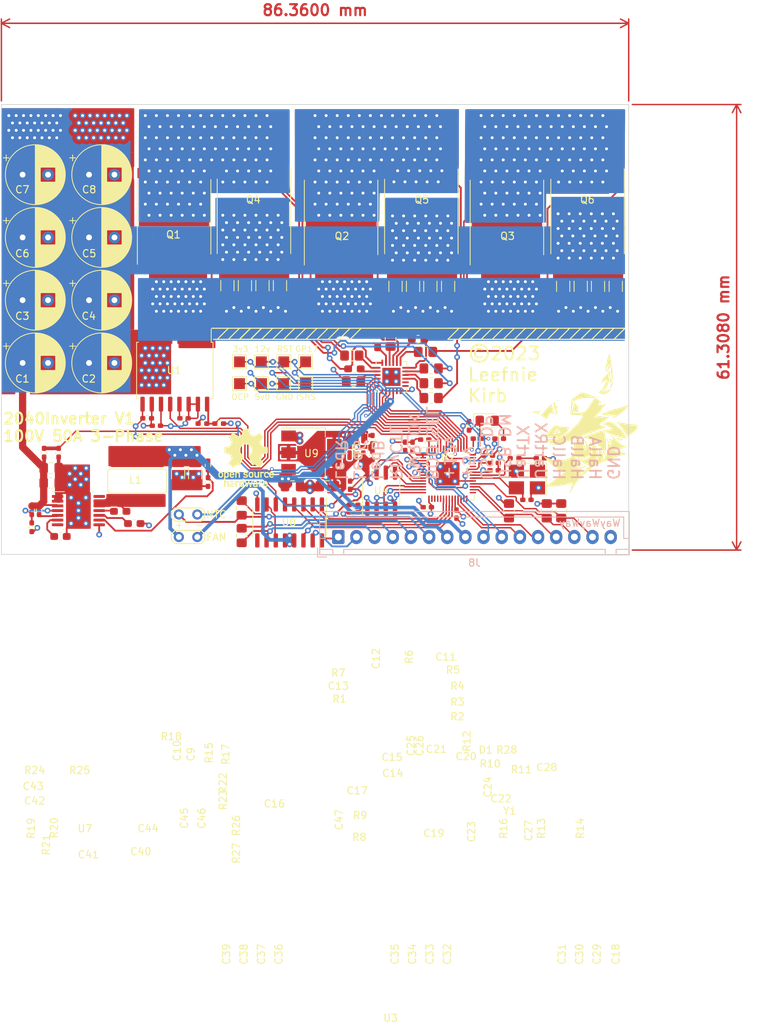
<source format=kicad_pcb>
(kicad_pcb (version 20221018) (generator pcbnew)
  (layers (0 "F.Cu" signal) (1 "In1.Cu" signal) (2 "In2.Cu" signal) (31 "B.Cu" signal) (34 "B.Paste" user) (35 "F.Paste" user) (36 "B.SilkS" user "B.Silkscreen") (37 "F.SilkS" user "F.Silkscreen") (38 "B.Mask" user) (39 "F.Mask" user) (44 "Edge.Cuts" user))
  (net 0 "")
  (net 1 "/PAH")
  (net 2 "Net-(U3-GHA)")
  (net 3 "/PBH")
  (net 4 "Net-(U3-GHB)")
  (net 5 "/PCH")
  (net 6 "Net-(U3-GHC)")
  (net 7 "/PAL")
  (net 8 "Net-(U3-GLA)")
  (net 9 "/PCL")
  (net 10 "Net-(U3-GLC)")
  (net 11 "/PBL")
  (net 12 "Net-(U3-GLB)")
  (net 13 "Net-(U3-DT)")
  (net 14 "Net-(C28-Pad2)")
  (net 15 "Net-(U2-XOUT)")
  (net 16 "+3.3V")
  (net 17 "Net-(U2-QSPI_SS)")
  (net 18 "+12V")
  (net 19 "+5V")
  (net 21 "/PAS")
  (net 22 "/PAO")
  (net 23 "/PBO")
  (net 24 "/PVDD")
  (net 25 "/PCO")
  (net 26 "GND")
  (net 27 "/ISNS")
  (net 28 "Net-(U2-QSPI_SD1)")
  (net 29 "Net-(U2-QSPI_SD2)")
  (net 30 "Net-(U2-QSPI_SD0)")
  (net 31 "Net-(U2-QSPI_SCLK)")
  (net 32 "Net-(U2-QSPI_SD3)")
  (net 36 "Net-(U3-BSTC)")
  (net 37 "Net-(U3-BSTB)")
  (net 38 "Net-(U3-BSTA)")
  (net 39 "Net-(U2-GPIO21)")
  (net 40 "Net-(U2-GPIO22)")
  (net 41 "Net-(U2-GPIO23)")
  (net 43 "/BGATE")
  (net 44 "/BDRAIN")
  (net 45 "/RGATE")
  (net 46 "/RDRAIN")
  (net 47 "/GGATE")
  (net 48 "/OCP")
  (net 49 "Net-(U2-XIN)")
  (net 50 "/DVDD")
  (net 53 "/INLA")
  (net 54 "/INLB")
  (net 56 "/VOC")
  (net 57 "/INLC")
  (net 58 "Net-(U1-VCAP)")
  (net 63 "/GP17")
  (net 64 "Net-(C44-Pad1)")
  (net 65 "Net-(U7-EN{slash}UVLO)")
  (net 66 "Net-(U7-RON)")
  (net 67 "Net-(U7-SS)")
  (net 69 "Net-(U7-FB)")
  (net 70 "Net-(U7-VCC)")
  (net 71 "Net-(U7-BST)")
  (net 73 "/GDRAIN")
  (net 77 "Net-(U2-GPIO27_ADC1)")
  (net 78 "/RlyCTL")
  (net 79 "/PWR_OK")
  (net 80 "Net-(D1-A)")
  (net 81 "Net-(U2-GPIO25)")
  (net 82 "/FANCTL")
  (net 83 "/FAN")
  (net 84 "Net-(U8-I7)")
  (net 85 "/USB_DP")
  (net 86 "/USB_DM")
  (net 87 "/TX")
  (net 88 "/RX")
  (net 89 "/HA")
  (net 90 "/HB")
  (net 91 "/HC")
  (net 92 "/BOOTSEL")
  (net 93 "/RST")
  (net 95 "/ADC2")
  (footprint "Resistor_SMD:R_0402_1005Metric_Pad0.72x0.64mm_HandSolder" (layer "F.Cu") (at 217.968 98.964 180)
    (fp_text reference "R11")
    (fp_text value "1k")
  )
  (footprint "Capacitor_SMD:C_1206_3216Metric_Pad1.33x1.80mm_HandSolder" (layer "F.Cu") (at 180.848 75.2225 -90)
    (fp_text reference "C38")
    (fp_text value "10nF, 100v, C0G or NP0 dielectric")
  )
  (footprint "Capacitor_SMD:C_1206_3216Metric_Pad1.33x1.80mm_HandSolder" (layer "F.Cu") (at 224.663 75.311 -90)
    (fp_text reference "C31")
    (fp_text value "10nF, 100v, C0G or NP0 dielectric")
  )
  (footprint "Resistor_SMD:R_0402_1005Metric_Pad0.72x0.64mm_HandSolder" (layer "F.Cu") (at 151.496 106.1125 -90)
    (fp_text reference "R20")
    (fp_text value "75k")
  )
  (footprint "Package_DFN_QFN:VQFN-24-1EP_4x4mm_P0.5mm_EP2.5x2.5mm" (layer "F.Cu") (at 201.015 87.767 90)
    (fp_text reference "U3")
    (fp_text value "DRV8300D")
  )
  (footprint "Capacitor_SMD:C_1206_3216Metric_Pad1.33x1.80mm_HandSolder" (layer "F.Cu") (at 231.902 75.311 -90)
    (fp_text reference "C18")
    (fp_text value "10nF, 100v, C0G or NP0 dielectric")
  )
  (footprint "Resistor_SMD:R_0805_2012Metric_Pad1.20x1.40mm_HandSolder" (layer "F.Cu") (at 180.4 105.8 90)
    (fp_text reference "R26")
    (fp_text value "10k")
  )
  (footprint "Capacitor_SMD:C_0603_1608Metric_Pad1.08x0.95mm_HandSolder" (layer "F.Cu") (at 155.448 109.728 180)
    (fp_text reference "C41")
    (fp_text value "22nF")
  )
  (footprint "Package_TO_SOT_SMD:Infineon_PG-HSOF-8-1" (layer "F.Cu") (at 194.0848 65.7668 90)
    (fp_text reference "Q2")
    (fp_text value "Q_NMOS_GSD")
  )
  (footprint "Capacitor_SMD:C_0402_1005Metric_Pad0.74x0.62mm_HandSolder" (layer "F.Cu") (at 203.924 97.32 90)
    (fp_text reference "C26")
    (fp_text value "100nF")
  )
  (footprint "Capacitor_THT:CP_Radial_D8.0mm_P3.50mm" (layer "F.Cu") (at 150.239349 59.944)
    (fp_text reference "C7")
    (fp_text value "100uF, 100v")
  )
  (footprint "Package_SO:HTSSOP-14-1EP_4.4x5mm_P0.65mm_EP3.4x5mm_Mask3x3.1mm" (layer "F.Cu") (at 157.9195 106.172)
    (fp_text reference "U7")
    (fp_text value "LM5161PWP")
  )
  (footprint "Capacitor_SMD:C_1206_3216Metric_Pad1.33x1.80mm_HandSolder" (layer "F.Cu") (at 203.993 75.311 -90)
    (fp_text reference "C34")
    (fp_text value "10nF, 100v, C0G or NP0 dielectric")
  )
  (footprint "Package_DFN_QFN:QFN-56-1EP_7x7mm_P0.4mm_EP3.2x3.2mm" (layer "F.Cu") (at 208.788 101.092 90)
    (fp_text reference "U2")
    (fp_text value "RP2040")
  )
  (footprint "Capacitor_SMD:C_1206_3216Metric_Pad1.33x1.80mm_HandSolder" (layer "F.Cu") (at 178.435 75.2225 -90)
    (fp_text reference "C39")
    (fp_text value "10nF, 100v, C0G or NP0 dielectric")
  )
  (footprint "Package_TO_SOT_SMD:Infineon_PG-HSOF-8-1" (layer "F.Cu") (at 205.1332 65.7668 -90)
    (fp_text reference "Q5")
    (fp_text value "Q_NMOS_GSD")
  )
  (footprint "Resistor_SMD:R_0402_1005Metric_Pad0.72x0.64mm_HandSolder" (layer "F.Cu") (at 175 94.2 180)
    (fp_text reference "R15")
    (fp_text value "10K")
  )
  (footprint "Capacitor_SMD:C_0402_1005Metric_Pad0.74x0.62mm_HandSolder" (layer "F.Cu") (at 172.466 93.472)
    (fp_text reference "C9")
    (fp_text value "100nF")
  )
  (footprint "Capacitor_SMD:C_0805_2012Metric_Pad1.18x1.45mm_HandSolder" (layer "F.Cu") (at 187.4 102.8 180)
    (fp_text reference "C16")
    (fp_text value "10uF")
  )
  (footprint "Capacitor_SMD:C_0402_1005Metric_Pad0.74x0.62mm_HandSolder" (layer "F.Cu") (at 212.852 96.266)
    (fp_text reference "C20")
    (fp_text value "100nF")
  )
  (footprint "Resistor_SMD:R_0805_2012Metric_Pad1.20x1.40mm_HandSolder" (layer "F.Cu") (at 200.898 82.586 -90)
    (fp_text reference "R6")
    (fp_text value "10")
  )
  (footprint "Capacitor_SMD:C_1206_3216Metric_Pad1.33x1.80mm_HandSolder" (layer "F.Cu") (at 201.58 75.311 -90)
    (fp_text reference "C35")
    (fp_text value "10nF, 100v, C0G or NP0 dielectric")
  )
  (footprint "Resistor_SMD:R_0402_1005Metric_Pad0.72x0.64mm_HandSolder" (layer "F.Cu") (at 214.338 98.59)
    (fp_text reference "R10")
    (fp_text value "10k")
  )
  (footprint "Capacitor_THT:CP_Radial_D8.0mm_P3.50mm" (layer "F.Cu") (at 159.383349 77.216)
    (fp_text reference "C4")
    (fp_text value "100uF, 100v")
  )
  (footprint "my_footprints:Wurth 74404084560" (layer "F.Cu") (at 158.1535 102.222 90)
    (fp_text reference "L1")
    (fp_text value "100µH")
  )
  (footprint "LOGO" (layer "F.Cu") (at 226.870989 93.575057)
    (fp_text reference "G***" hide)
    (fp_text value "LOGO" hide)
  )
  (footprint "Resistor_SMD:R_0402_1005Metric_Pad0.72x0.64mm_HandSolder" (layer "F.Cu") (at 153.2 98.2 -90)
    (fp_text reference "R24")
    (fp_text value "320k")
  )
  (footprint "MountingHole:MountingHole_3.2mm_M3" (layer "F.Cu") (at 230.2 103.5)
    (fp_text reference "REF**" hide)
    (fp_text value "MountingHole_3.2mm_M3")
  )
  (footprint "Resistor_SMD:R_0402_1005Metric_Pad0.72x0.64mm_HandSolder" (layer "F.Cu") (at 211.7 94.5 90)
    (fp_text reference "R12")
    (fp_text value "10k")
  )
  (footprint "Capacitor_SMD:C_0402_1005Metric_Pad0.74x0.62mm_HandSolder" (layer "F.Cu") (at 221.524 98.964 180)
    (fp_text reference "C28")
    (fp_text value "12pF")
  )
  (footprint "Capacitor_SMD:C_1206_3216Metric_Pad1.33x1.80mm_HandSolder" (layer "F.Cu") (at 185.674 75.2225 -90)
    (fp_text reference "C36")
    (fp_text value "10nF, 100v, C0G or NP0 dielectric")
  )
  (footprint "TestPoint:TestPoint_2Pads_Pitch2.54mm_Drill0.8mm" (layer "F.Cu") (at 171.75 109.8)
    (fp_text reference "FAN")
    (fp_text value "Conn_01x02")
  )
  (footprint "Package_TO_SOT_SMD:SOT-223-3_TabPin2" (layer "F.Cu") (at 190 98.2)
    (fp_text reference "U9")
    (fp_text value "AMS1117-5.0")
  )
  (footprint "Capacitor_SMD:C_0402_1005Metric_Pad0.74x0.62mm_HandSolder" (layer "F.Cu") (at 198.4 98.6 -90)
    (fp_text reference "C14")
    (fp_text value "100nF")
  )
  (footprint "Capacitor_THT:CP_Radial_D8.0mm_P3.50mm" (layer "F.Cu") (at 150.239349 85.852)
    (fp_text reference "C1")
    (fp_text value "100uF, 100v")
  )
  (footprint "TestPoint:TestPoint_2Pads_Pitch2.54mm_Drill0.8mm" (layer "F.Cu") (at 171.75 106.7)
    (fp_text reference "NTC")
    (fp_text value "Conn_01x02")
  )
  (footprint "Capacitor_SMD:C_0603_1608Metric_Pad1.08x0.95mm_HandSolder" (layer "F.Cu") (at 204.688 82.57 180)
    (fp_text reference "C11")
    (fp_text value "1uF, >50v")
  )
  (footprint "Resistor_SMD:R_0402_1005Metric_Pad0.72x0.64mm_HandSolder" (layer "F.Cu") (at 215.853896 96.273526 180)
    (fp_text reference "R28")
    (fp_text value "330")
  )
  (footprint "Resistor_SMD:R_0805_2012Metric_Pad1.20x1.40mm_HandSolder" (layer "F.Cu") (at 205.704 84.328 180)
    (fp_text reference "R5")
    (fp_text value "10")
  )
  (footprint "TestPoint:TestPoint_Pad_1.5x1.5mm" (layer "F.Cu") (at 186.2 85.7)
    (fp_text reference "TP3" hide)
    (fp_text value "TestPoint")
  )
  (footprint "Resistor_SMD:R_0805_2012Metric_Pad1.20x1.40mm_HandSolder" (layer "F.Cu") (at 180.4 109.6 90)
    (fp_text reference "R27")
    (fp_text value "10k")
  )
  (footprint "Capacitor_SMD:C_0402_1005Metric_Pad0.74x0.62mm_HandSolder" (layer "F.Cu") (at 205.6 96.4 180)
    (fp_text reference "C21")
    (fp_text value "100nF")
  )
  (footprint "TestPoint:TestPoint_Pad_1.5x1.5mm" (layer "F.Cu") (at 189.2 85.7)
    (fp_text reference "TP5" hide)
    (fp_text value "TestPoint")
  )
  (footprint "Crystal:Crystal_SMD_3225-4Pin_3.2x2.5mm_HandSoldering" (layer "F.Cu") (at 219.672 101.892 180)
    (fp_text reference "Y1")
    (fp_text value "Wurth 830061647")
  )
  (footprint "Capacitor_SMD:C_1206_3216Metric_Pad1.33x1.80mm_HandSolder" (layer "F.Cu") (at 227.076 75.311 -90)
    (fp_text reference "C30")
    (fp_text value "10nF, 100v, C0G or NP0 dielectric")
  )
  (footprint "Capacitor_SMD:C_0805_2012Metric_Pad1.18x1.45mm_HandSolder" (layer "F.Cu") (at 154.178 100.33 180)
    (fp_text reference "C43")
    (fp_text value "1uF, 100v")
  )
  (footprint "Capacitor_THT:CP_Radial_D8.0mm_P3.50mm" (layer "F.Cu") (at 159.383349 85.852)
    (fp_text reference "C2")
    (fp_text value "100uF, 100v")
  )
  (footprint "TestPoint:TestPoint_Pad_1.5x1.5mm" (layer "F.Cu") (at 183.133333 88.7)
    (fp_text reference "TP2" hide)
    (fp_text value "TestPoint")
  )
  (footprint "Capacitor_SMD:C_0402_1005Metric_Pad0.74x0.62mm_HandSolder" (layer "F.Cu") (at 168.656 94.488 180)
    (fp_text reference "C10")
    (fp_text value "100nF")
  )
  (footprint "Resistor_SMD:R_0402_1005Metric_Pad0.72x0.64mm_HandSolder" (layer "F.Cu") (at 177.3025 94.2)
    (fp_text reference "R17")
    (fp_text value "10K")
  )
  (footprint "Resistor_SMD:R_0805_2012Metric_Pad1.20x1.40mm_HandSolder" (layer "F.Cu") (at 195.564 84.836)
    (fp_text reference "R7")
    (fp_text value "10")
  )
  (footprint "TestPoint:TestPoint_Pad_1.5x1.5mm" (layer "F.Cu") (at 189.2 88.7)
    (fp_text reference "TP9" hide)
    (fp_text value "TestPoint")
  )
  (footprint "Capacitor_THT:CP_Radial_D8.0mm_P3.50mm" (layer "F.Cu") (at 150.239349 68.58)
    (fp_text reference "C6")
    (fp_text value "100uF, 100v")
  )
  (footprint "Package_TO_SOT_SMD:Infineon_PG-HSOF-8-1" (layer "F.Cu") (at 182.0892 65.7476 -90)
    (fp_text reference "Q4")
    (fp_text value "Q_NMOS_GSD")
  )
  (footprint "Capacitor_SMD:C_0805_2012Metric_Pad1.18x1.45mm_HandSolder" (layer "F.Cu") (at 154.178 102.362 180)
    (fp_text reference "C42")
    (fp_text value "1uF, 100v")
  )
  (footprint "TestPoint:TestPoint_Pad_1.5x1.5mm" (layer "F.Cu") (at 180.1 85.7)
    (fp_text reference "TP1" hide)
    (fp_text value "TestPoint")
  )
  (footprint "Capacitor_SMD:C_1206_3216Metric_Pad1.33x1.80mm_HandSolder" (layer "F.Cu") (at 206.375 75.311 -90)
    (fp_text reference "C33")
    (fp_text value "10nF, 100v, C0G or NP0 dielectric")
  )
  (footprint "Capacitor_THT:CP_Radial_D8.0mm_P3.50mm" (layer "F.Cu") (at 159.383349 59.944)
    (fp_text reference "C8")
    (fp_text value "100uF, 100v")
  )
  (footprint "Capacitor_SMD:C_0402_1005Metric_Pad0.74x0.62mm_HandSolder" (layer "F.Cu") (at 209.971229 106.647871 -90)
    (fp_text reference "C23")
    (fp_text value "100nF")
  )
  (footprint "Package_SO:SOIC-16_3.9x9.9mm_P1.27mm" (layer "F.Cu") (at 187 107.8 -90)
    (fp_text reference "U8")
    (fp_text value "ULN2003A")
  )
  (footprint "Resistor_SMD:R_0402_1005Metric_Pad0.72x0.64mm_HandSolder" (layer "F.Cu") (at 175.768 99.949 -90)
    (fp_text reference "R22")
    (fp_text value "10k")
  )
  (footprint "Symbol:OSHW-Logo_7.5x8mm_SilkScreen" (layer "F.Cu") (at 181 98.9)
    (fp_text reference "REF**" hide)
    (fp_text value "OSHW-Logo_7.5x8mm_SilkScreen" hide)
  )
  (footprint "Resistor_SMD:R_0402_1005Metric_Pad0.72x0.64mm_HandSolder" (layer "F.Cu") (at 155.2 98.2 90)
    (fp_text reference "R25")
    (fp_text value "10K")
  )
  (footprint "Package_TO_SOT_SMD:Infineon_PG-HSOF-8-1" (layer "F.Cu") (at 228.022 65.7668 -90)
    (fp_text reference "Q6")
    (fp_text value "Q_NMOS_GSD")
  )
  (footprint "Capacitor_SMD:C_0402_1005Metric_Pad0.74x0.62mm_HandSolder" (layer "F.Cu") (at 195.326 102.6755 -90)
    (fp_text reference "C17")
    (fp_text value "100nF")
  )
  (footprint "Capacitor_SMD:C_1206_3216Metric_Pad1.33x1.80mm_HandSolder" (layer "F.Cu") (at 173.99 101.092 90)
    (fp_text reference "C46")
    (fp_text value "10uF")
  )
  (footprint "Resistor_SMD:R_0402_1005Metric_Pad0.72x0.64mm_HandSolder" (layer "F.Cu") (at 175.768 102.235 -90)
    (fp_text reference "R23")
    (fp_text value "2k")
  )
  (footprint "Resistor_SMD:R_0402_1005Metric_Pad0.72x0.64mm_HandSolder" (layer "F.Cu") (at 195.8 106.4)
    (fp_text reference "R8")
    (fp_text value "1k")
  )
  (footprint "Resistor_SMD:R_0402_1005Metric_Pad0.72x0.64mm_HandSolder" (layer "F.Cu") (at 195.8 105.384)
    (fp_text reference "R9")
    (fp_text value "10k")
  )
  (footprint "Capacitor_SMD:C_0402_1005Metric_Pad0.74x0.62mm_HandSolder" (layer "F.Cu") (at 202.908 97.32 90)
    (fp_text reference "C25")
    (fp_text value "100nF")
  )
  (footprint "Package_TO_SOT_SMD:SOT-23-5" (layer "F.Cu") (at 196.2 97.4 -90)
    (fp_text reference "U5")
    (fp_text value "SPX3819M5-L-3-3")
  )
  (footprint "TestPoint:TestPoint_Pad_1.5x1.5mm" (layer "F.Cu") (at 186.166666 88.7)
    (fp_text reference "TP6" hide)
    (fp_text value "TestPoint")
  )
  (footprint "Resistor_SMD:R_0805_2012Metric_Pad1.20x1.40mm_HandSolder" (layer "F.Cu") (at 222.4 106.2 90)
    (fp_text reference "R13")
    (fp_text value "10k")
  )
  (footprint "Package_TO_SOT_SMD:Infineon_PG-HSOF-8-1" (layer "F.Cu") (at 171.0972 65.6824 90)
    (fp_text reference "Q1")
    (fp_text value "Q_NMOS_GSD")
  )
  (footprint "Capacitor_SMD:C_0603_1608Metric_Pad1.08x0.95mm_HandSolder" (layer "F.Cu") (at 195.919 86.6665)
    (fp_text reference "C13")
    (fp_text value "1uF, >50v")
  )
  (footprint "Resistor_SMD:R_0805_2012Metric_Pad1.20x1.40mm_HandSolder" (layer "F.Cu") (at 217.2 106.2 90)
    (fp_text reference "R16")
    (fp_text value "10k")
  )
  (footprint "Resistor_SMD:R_0805_2012Metric_Pad1.20x1.40mm_HandSolder" (layer "F.Cu") (at 206.486 88.646 180)
    (fp_text reference "R3")
    (fp_text value "10")
  )
  (footprint "Capacitor_SMD:C_0402_1005Metric_Pad0.74x0.62mm_HandSolder" (layer "F.Cu") (at 219.672 104.686 180)
    (fp_text reference "C27")
    (fp_text value "12pF")
  )
  (footprint "TestPoint:TestPoint_Pad_1.5x1.5mm" (layer "F.Cu") (at 180.1 88.7)
    (fp_text reference "TP8" hide)
    (fp_text value "TestPoint")
  )
  (footprint "Resistor_SMD:R_0805_2012Metric_Pad1.20x1.40mm_HandSolder" (layer "F.Cu") (at 206.486 90.678 180)
    (fp_text reference "R2")
    (fp_text value "10")
  )
  (footprint "Capacitor_SMD:C_1206_3216Metric_Pad1.33x1.80mm_HandSolder" (layer "F.Cu") (at 229.458 75.311 -90)
    (fp_text reference "C29")
    (fp_text value "10nF, 100v, C0G or NP0 dielectric")
  )
  (footprint "Package_SO:SOIC-16W_7.5x10.3mm_P1.27mm" (layer "F.Cu") (at 171.196 86.868 -90)
    (fp_text reference "U1")
    (fp_text value "MCR1101")
  )
  (footprint "Package_TO_SOT_SMD:Infineon_PG-HSOF-8-1" (layer "F.Cu") (at 216.916 65.7668 90)
    (fp_text reference "Q3")
    (fp_text value "Q_NMOS_GSD")
  )
  (footprint "Capacitor_SMD:C_0402_1005Metric_Pad0.74x0.62mm_HandSolder" (layer "F.Cu") (at 215.1595 99.606)
    (fp_text reference "C24")
    (fp_text value "100nF")
  )
  (footprint "Capacitor_SMD:C_0805_2012Metric_Pad1.18x1.45mm_HandSolder" (layer "F.Cu") (at 192.2 102.8)
    (fp_text reference "C47")
    (fp_text value "10uF")
  )
  (footprint "Capacitor_SMD:C_0603_1608Metric_Pad1.08x0.95mm_HandSolder" (layer "F.Cu") (at 165.608 107.95 180)
    (fp_text reference "C40")
    (fp_text value "1uF")
  )
  (footprint "Capacitor_SMD:C_0402_1005Metric_Pad0.74x0.62mm_HandSolder" (layer "F.Cu") (at 205.956 105.702 180)
    (fp_text reference "C19")
    (fp_text value "100nF")
  )
  (footprint "Resistor_SMD:R_0402_1005Metric_Pad0.72x0.64mm_HandSolder" (layer "F.Cu") (at 152.512 106.1125 90)
    (fp_text reference "R19")
    (fp_text value "162k")
  )
  (footprint "Resistor_SMD:R_0805_2012Metric_Pad1.20x1.40mm_HandSolder" (layer "F.Cu") (at 206.486 86.614 180)
    (fp_text reference "R4")
    (fp_text value "10")
  )
  (footprint "Capacitor_THT:CP_Radial_D8.0mm_P3.50mm" (layer "F.Cu") (at 150.239349 77.216)
    (fp_text reference "C3")
    (fp_text value "100uF, 100v")
  )
  (footprint "Capacitor_SMD:C_1206_3216Metric_Pad1.33x1.80mm_HandSolder" (layer "F.Cu") (at 171.6475 101.079 90)
    (fp_text reference "C45")
    (fp_text value "10uF")
  )
  (footprint "Capacitor_THT:CP_Radial_D8.0mm_P3.50mm" (layer "F.Cu") (at 159.383349 68.58)
    (fp_text reference "C5")
    (fp_text value "100uF, 100v")
  )
  (footprint "Capacitor_SMD:C_1206_3216Metric_Pad1.33x1.80mm_HandSolder" (layer "F.Cu") (at 183.261 75.2225 -90)
    (fp_text reference "C37")
    (fp_text value "10nF, 100v, C0G or NP0 dielectric")
  )
  (footprint "Resistor_SMD:R_0805_2012Metric_Pad1.20x1.40mm_HandSolder" (layer "F.Cu") (at 195.798057 88.369753)
    (fp_text reference "R1")
    (fp_text value "R_Small")
  )
  (footprint "Resistor_SMD:R_0805_2012Metric_Pad1.20x1.40mm_HandSolder" (layer "F.Cu") (at 224.4 106.2 90)
    (fp_text reference "R14")
    (fp_text value "10k")
  )
  (footprint "Capacitor_SMD:C_0402_1005Metric_Pad0.74x0.62mm_HandSolder" (layer "F.Cu") (at 215.1595 100.622)
    (fp_text reference "C22")
    (fp_text value "100nF")
  )
  (footprint "Capacitor_SMD:C_1206_3216Metric_Pad1.33x1.80mm_HandSolder" (layer "F.Cu") (at 208.819 75.311 -90)
    (fp_text reference "C32")
    (fp_text value "10nF, 100v, C0G or NP0 dielectric")
  )
  (footprint "TestPoint:TestPoint_Pad_1.5x1.5mm" (layer "F.Cu") (at 183.1 85.7)
    (fp_text reference "TP7" hide)
    (fp_text value "TestPoint")
  )
  (footprint "Capacitor_SMD:C_0603_1608Metric_Pad1.08x0.95mm_HandSolder" (layer "F.Cu") (at 163.6765 106.2725 180)
    (fp_text reference "C44")
    (fp_text value "10nF")
  )
  (footprint "Capacitor_SMD:C_0402_1005Metric_Pad0.74x0.62mm_HandSolder" (layer "F.Cu") (at 198.4 96.4 90)
    (fp_text reference "C15")
    (fp_text value "100nF")
  )
  (footprint "Package_SO:SOIC-8-1EP_3.9x4.9mm_P1.27mm_EP2.29x3mm" (layer "F.Cu") (at 199.606 103.416 90)
    (fp_text reference "U4")
    (fp_text value "W25Q128JV")
  )
  (footprint "LED_SMD:LED_0805_2012Metric_Pad1.15x1.40mm_HandSolder" (layer "F.Cu") (at 214.2 93.8)
    (fp_text reference "D1")
    (fp_text value "BLUE")
  )
  (footprint "Resistor_SMD:R_0402_1005Metric_Pad0.72x0.64mm_HandSolder" (layer "F.Cu") (at 151.496 108.458 -90)
    (fp_text reference "R21")
    (fp_text value "1.37k")
  )
  (footprint "Capacitor_SMD:C_0603_1608Metric_Pad1.08x0.95mm_HandSolder" (layer "F.Cu") (at 199.12 82.84 -90)
    (fp_text reference "C12")
    (fp_text value "1uF, >50v")
  )
  (footprint "Resistor_SMD:R_0402_1005Metric_Pad0.72x0.64mm_HandSolder" (layer "F.Cu") (at 167.386 93.472 180)
    (fp_text reference "R18")
    (fp_text value "10K")
  )
  (footprint "Connector_JST:JST_XH_B16B-XH-A_1x16_P2.50mm_Vertical" (layer "B.Cu") (at 193.7 109.8)
    (fp_text reference "J8")
    (fp_text value "Conn_01x16")
  )
  (gr_line (start 231.656 81.076) (end 230.132 82.6) (stroke (width 0.15)) (layer "F.SilkS"))
  (gr_line (start 186.19 82.6) (end 184.666 82.6) (stroke (width 0.15)) (layer "F.SilkS"))
  (gr_line (start 211.844 81.076) (end 213.368 81.076) (stroke (width 0.15)) (layer "F.SilkS"))
  (gr_line (start 190.762 82.6) (end 189.238 82.6) (stroke (width 0.15)) (layer "F.SilkS"))
  (gr_line (start 184.666 81.076) (end 183.142 82.6) (stroke (width 0.15)) (layer "F.SilkS"))
  (gr_line (start 204.478 81.076) (end 206.002 81.076) (stroke (width 0.15)) (layer "F.SilkS"))
  (gr_line (start 184.666 82.6) (end 183.142 82.6) (stroke (width 0.15)) (layer "F.SilkS"))
  (gr_line (start 213.368 81.076) (end 214.892 81.076) (stroke (width 0.15)) (layer "F.SilkS"))
  (gr_line (start 200.668 81.076) (end 202.192 81.076) (stroke (width 0.15)) (layer "F.SilkS"))
  (gr_line (start 220.988 81.076) (end 219.464 82.6) (stroke (width 0.15)) (layer "F.SilkS"))
  (gr_line (start 201.43 81.076) (end 202.954 81.076) (stroke (width 0.15)) (layer "F.SilkS"))
  (gr_line (start 214.892 82.6) (end 213.368 82.6) (stroke (width 0.15)) (layer "F.SilkS"))
  (gr_line (start 180.094 81.076) (end 181.618 81.076) (stroke (width 0.15)) (layer "F.SilkS"))
  (gr_line (start 205.24 81.076) (end 206.764 81.076) (stroke (width 0.15)) (layer "F.SilkS"))
  (gr_line (start 225.56 81.076) (end 224.036 82.6) (stroke (width 0.15)) (layer "F.SilkS"))
  (gr_line (start 193.81 82.6) (end 192.286 82.6) (stroke (width 0.15)) (layer "F.SilkS"))
  (gr_line (start 211.844 82.6) (end 210.32 82.6) (stroke (width 0.15)) (layer "F.SilkS"))
  (gr_line (start 181.618 81.076) (end 183.142 81.076) (stroke (width 0.15)) (layer "F.SilkS"))
  (gr_line (start 180.094 81.076) (end 181.618 81.076) (stroke (width 0.15)) (layer "F.SilkS"))
  (gr_line (start 196.858 81.076) (end 198.382 81.076) (stroke (width 0.15)) (layer "F.SilkS"))
  (gr_line (start 192.286 81.076) (end 190.762 82.6) (stroke (width 0.15)) (layer "F.SilkS"))
  (gr_line (start 222.512 82.6) (end 220.988 82.6) (stroke (width 0.15)) (layer "F.SilkS"))
  (gr_line (start 211.844 82.6) (end 210.32 82.6) (stroke (width 0.15)) (layer "F.SilkS"))
  (gr_line (start 183.142 82.6) (end 181.618 82.6) (stroke (width 0.15)) (layer "F.SilkS"))
  (gr_line (start 190.762 81.076) (end 192.286 81.076) (stroke (width 0.15)) (layer "F.SilkS"))
  (gr_line (start 214.892 81.076) (end 213.368 82.6) (stroke (width 0.15)) (layer "F.SilkS"))
  (gr_line (start 190.762 81.076) (end 189.238 82.6) (stroke (width 0.15)) (layer "F.SilkS"))
  (gr_line (start 230.132 81.076) (end 231.656 81.076) (stroke (width 0.15)) (layer "F.SilkS"))
  (gr_line (start 217.94 82.6) (end 216.416 82.6) (stroke (width 0.15)) (layer "F.SilkS"))
  (gr_line (start 219.464 81.076) (end 217.94 82.6) (stroke (width 0.15)) (layer "F.SilkS"))
  (gr_line (start 181.618 82.6) (end 180.094 82.6) (stroke (width 0.15)) (layer "F.SilkS"))
  (gr_line (start 216.416 81.076) (end 214.892 82.6) (stroke (width 0.15)) (layer "F.SilkS"))
  (gr_line (start 177.046 82.6) (end 176.538 82.6) (stroke (width 0.15)) (layer "F.SilkS"))
  (gr_line (start 192.286 82.6) (end 190.762 82.6) (stroke (width 0.15)) (layer "F.SilkS"))
  (gr_line (start 181.618 81.076) (end 183.142 81.076) (stroke (width 0.15)) (layer "F.SilkS"))
  (gr_line (start 180.094 81.076) (end 178.57 82.6) (stroke (width 0.15)) (layer "F.SilkS"))
  (gr_line (start 210.32 81.076) (end 208.796 82.6) (stroke (width 0.15)) (layer "F.SilkS"))
  (gr_line (start 227.084 81.076) (end 225.56 82.6) (stroke (width 0.15)) (layer "F.SilkS"))
  (gr_line (start 227.084 82.6) (end 225.56 82.6) (stroke (width 0.15)) (layer "F.SilkS"))
  (gr_line (start 210.32 81.076) (end 211.844 81.076) (stroke (width 0.15)) (layer "F.SilkS"))
  (gr_line (start 217.94 81.076) (end 216.416 82.6) (stroke (width 0.15)) (layer "F.SilkS"))
  (gr_line (start 195.334 81.076) (end 196.858 81.076) (stroke (width 0.15)) (layer "F.SilkS"))
  (gr_line (start 183.142 81.076) (end 181.618 82.6) (stroke (width 0.15)) (layer "F.SilkS"))
  (gr_line (start 203.716 81.076) (end 205.24 81.076) (stroke (width 0.15)) (layer "F.SilkS"))
  (gr_line (start 233.18 82.6) (end 231.656 82.6) (stroke (width 0.15)) (layer "F.SilkS"))
  (gr_line (start 219.464 82.6) (end 217.94 82.6) (stroke (width 0.15)) (layer "F.SilkS"))
  (gr_line (start 202.954 81.076) (end 204.478 81.076) (stroke (width 0.15)) (layer "F.SilkS"))
  (gr_line (start 213.368 82.6) (end 211.844 82.6) (stroke (width 0.15)) (layer "F.SilkS"))
  (gr_line (start 208.796 81.076) (end 210.32 81.076) (stroke (width 0.15)) (layer "F.SilkS"))
  (gr_line (start 230.132 81.076) (end 228.608 82.6) (stroke (width 0.15)) (layer "F.SilkS"))
  (gr_line (start 196.858 81.076) (end 195.334 82.6) (stroke (width 0.15)) (layer "F.SilkS"))
  (gr_line (start 224.036 81.076) (end 222.512 82.6) (stroke (width 0.15)) (layer "F.SilkS"))
  (gr_line (start 183.142 81.076) (end 181.618 82.6) (stroke (width 0.15)) (layer "F.SilkS"))
  (gr_line (start 224.036 81.076) (end 225.56 81.076) (stroke (width 0.15)) (layer "F.SilkS"))
  (gr_line (start 189.238 82.6) (end 187.714 82.6) (stroke (width 0.15)) (layer "F.SilkS"))
  (gr_line (start 210.32 82.6) (end 208.796 82.6) (stroke (width 0.15)) (layer "F.SilkS"))
  (gr_line (start 187.714 82.6) (end 186.19 82.6) (stroke (width 0.15)) (layer "F.SilkS"))
  (gr_line (start 213.368 81.076) (end 211.844 82.6) (stroke (width 0.15)) (layer "F.SilkS"))
  (gr_line (start 213.368 81.076) (end 211.844 82.6) (stroke (width 0.15)) (layer "F.SilkS"))
  (gr_line (start 178.57 82.6) (end 177.046 82.6) (stroke (width 0.15)) (layer "F.SilkS"))
  (gr_line (start 222.512 81.076) (end 220.988 82.6) (stroke (width 0.15)) (layer "F.SilkS"))
  (gr_line (start 184.666 81.076) (end 186.19 81.076) (stroke (width 0.15)) (layer "F.SilkS"))
  (gr_line (start 183.142 82.6) (end 181.618 82.6) (stroke (width 0.15)) (layer "F.SilkS"))
  (gr_line (start 187.714 81.076) (end 186.19 82.6) (stroke (width 0.15)) (layer "F.SilkS"))
  (gr_line (start 208.796 81.076) (end 210.32 81.076) (stroke (width 0.15)) (layer "F.SilkS"))
  (gr_line (start 180.094 82.6) (end 178.57 82.6) (stroke (width 0.15)) (layer "F.SilkS"))
  (gr_line (start 222.512 81.076) (end 224.036 81.076) (stroke (width 0.15)) (layer "F.SilkS"))
  (gr_line (start 217.94 81.076) (end 219.464 81.076) (stroke (width 0.15)) (layer "F.SilkS"))
  (gr_line (start 228.608 82.6) (end 227.084 82.6) (stroke (width 0.15)) (layer "F.SilkS"))
  (gr_line (start 210.32 81.076) (end 211.844 81.076) (stroke (width 0.15)) (layer "F.SilkS"))
  (gr_line (start 187.714 81.076) (end 189.238 81.076) (stroke (width 0.15)) (layer "F.SilkS"))
  (gr_line (start 211.844 81.076) (end 210.32 82.6) (stroke (width 0.15)) (layer "F.SilkS"))
  (gr_line (start 211.844 81.076) (end 213.368 81.076) (stroke (width 0.15)) (layer "F.SilkS"))
  (gr_line (start 230.132 82.6) (end 228.608 82.6) (stroke (width 0.15)) (layer "F.SilkS"))
  (gr_line (start 193.81 81.076) (end 195.334 81.076) (stroke (width 0.15)) (layer "F.SilkS"))
  (gr_line (start 227.084 81.076) (end 228.608 81.076) (stroke (width 0.15)) (layer "F.SilkS"))
  (gr_line (start 225.56 81.076) (end 227.084 81.076) (stroke (width 0.15)) (layer "F.SilkS"))
  (gr_line (start 181.618 81.076) (end 180.094 82.6) (stroke (width 0.15)) (layer "F.SilkS"))
  (gr_line (start 233.18 81.076) (end 231.656 82.6) (stroke (width 0.15)) (layer "F.SilkS"))
  (gr_line (start 219.464 81.076) (end 220.988 81.076) (stroke (width 0.15)) (layer "F.SilkS"))
  (gr_line (start 183.142 81.076) (end 184.666 81.076) (stroke (width 0.15)) (layer "F.SilkS"))
  (gr_line (start 220.988 82.6) (end 219.464 82.6) (stroke (width 0.15)) (layer "F.SilkS"))
  (gr_line (start 192.286 81.076) (end 193.81 81.076) (stroke (width 0.15)) (layer "F.SilkS"))
  (gr_line (start 193.81 81.076) (end 192.286 82.6) (stroke (width 0.15)) (layer "F.SilkS"))
  (gr_line (start 181.618 82.6) (end 180.094 82.6) (stroke (width 0.15)) (layer "F.SilkS"))
  (gr_line (start 186.19 81.076) (end 184.666 82.6) (stroke (width 0.15)) (layer "F.SilkS"))
  (gr_line (start 206.256 81.076) (end 208.796 81.076) (stroke (width 0.15)) (layer "F.SilkS"))
  (gr_line (start 220.988 81.076) (end 222.512 81.076) (stroke (width 0.15)) (layer "F.SilkS"))
  (gr_line (start 195.334 82.6) (end 193.81 82.6) (stroke (width 0.15)) (layer "F.SilkS"))
  (gr_line (start 216.416 81.076) (end 217.94 81.076) (stroke (width 0.15)) (layer "F.SilkS"))
  (gr_line (start 228.608 81.076) (end 227.084 82.6) (stroke (width 0.15)) (layer "F.SilkS"))
  (gr_line (start 197.62 81.076) (end 199.144 81.076) (stroke (width 0.15)) (layer "F.SilkS"))
  (gr_line (start 195.334 81.076) (end 193.81 82.6) (stroke (width 0.15)) (layer "F.SilkS"))
  (gr_line (start 178.57 81.076) (end 177.046 82.6) (stroke (width 0.15)) (layer "F.SilkS"))
  (gr_line (start 178.57 81.076) (end 180.094 81.076) (stroke (width 0.15)) (layer "F.SilkS"))
  (gr_line (start 214.892 81.076) (end 216.416 81.076) (stroke (width 0.15)) (layer "F.SilkS"))
  (gr_line (start 177.046 81.076) (end 178.57 81.076) (stroke (width 0.15)) (layer "F.SilkS"))
  (gr_line (start 231.656 82.6) (end 230.132 82.6) (stroke (width 0.15)) (layer "F.SilkS"))
  (gr_line (start 225.56 82.6) (end 224.036 82.6) (stroke (width 0.15)) (layer "F.SilkS"))
  (gr_line (start 186.19 81.076) (end 187.714 81.076) (stroke (width 0.15)) (layer "F.SilkS"))
  (gr_line (start 216.416 82.6) (end 214.892 82.6) (stroke (width 0.15)) (layer "F.SilkS"))
  (gr_line (start 224.036 82.6) (end 222.512 82.6) (stroke (width 0.15)) (layer "F.SilkS"))
  (gr_line (start 211.844 81.076) (end 210.32 82.6) (stroke (width 0.15)) (layer "F.SilkS"))
  (gr_line (start 189.238 81.076) (end 187.714 82.6) (stroke (width 0.15)) (layer "F.SilkS"))
  (gr_line (start 213.368 82.6) (end 211.844 82.6) (stroke (width 0.15)) (layer "F.SilkS"))
  (gr_line (start 189.238 81.076) (end 190.762 81.076) (stroke (width 0.15)) (layer "F.SilkS"))
  (gr_line (start 228.608 81.076) (end 230.132 81.076) (stroke (width 0.15)) (layer "F.SilkS"))
  (gr_line (start 177.046 81.076) (end 176.284 81.076) (stroke (width 0.15)) (layer "F.SilkS"))
  (gr_line (start 181.618 81.076) (end 180.094 82.6) (stroke (width 0.15)) (layer "F.SilkS"))
  (gr_line (start 231.656 81.076) (end 233.18 81.076) (stroke (width 0.15)) (layer "F.SilkS"))
  (gr_line (start 199.144 81.076) (end 200.668 81.076) (stroke (width 0.15)) (layer "F.SilkS"))
  (gr_rect (start 147.32 50.292) (end 233.68 112.2) (stroke (width 0.1)) (fill none) (layer "Edge.Cuts"))
  (gr_text "GND\nHallA\nHallB\nHallC\nUartRX\nUartTX\nUSB_DM\nUSB_DP\n+5v\n+12v\nBOOTSEL\nPWR_OK\nRlyCTL\nLedB\nLedG\nLedR" (at 193.2 102.1 270) (layer "B.SilkS") (effects (font (size 1.55 1.55) (thickness 0.24)) (justify left bottom mirror)))
  (gr_text "WayWayWay" (at 232.654956 108.462739) (layer "B.SilkS") (effects (font (size 1 1)) (justify left bottom mirror)))
  (gr_text "12v" (at 182.1 84.4) (layer "F.SilkS") (effects (font (size 0.8 0.8) (thickness 0.12)) (justify left bottom)))
  (gr_text "GND" (at 185 91) (layer "F.SilkS") (effects (font (size 0.8 0.8) (thickness 0.12)) (justify left bottom)))
  (gr_text "©️2023\nLeefnie\nKirb" (at 211.4 91.4) (layer "F.SilkS") (effects (font (size 1.8 1.8) (thickness 0.25)) (justify left bottom)))
  (gr_text "GP17" (at 187.7 84.4) (layer "F.SilkS") (effects (font (size 0.8 0.8) (thickness 0.12)) (justify left bottom)))
  (gr_text "3v3" (at 179.1 84.4) (layer "F.SilkS") (effects (font (size 0.8 0.8) (thickness 0.12)) (justify left bottom)))
  (gr_text "RST" (at 185.2 84.4) (layer "F.SilkS") (effects (font (size 0.8 0.8) (thickness 0.12)) (justify left bottom)))
  (gr_text "ISNS" (at 187.8 91) (layer "F.SilkS") (effects (font (size 0.8 0.8) (thickness 0.12)) (justify left bottom)))
  (gr_text "+  -" (at 171.1 108.7) (layer "F.SilkS") (effects (font (size 1 1) (thickness 0.12)) (justify left bottom)))
  (gr_text "5v0" (at 182.1 91) (layer "F.SilkS") (effects (font (size 0.8 0.8) (thickness 0.12)) (justify left bottom)))
  (gr_text "2040Inverter V1\n100V 50A 3-Phase" (at 147.4 96.8) (layer "F.SilkS") (effects (font (size 1.5 1.5) (thickness 0.3) bold) (justify left bottom)))
  (gr_text "OCP" (at 178.9 91) (layer "F.SilkS") (effects (font (size 0.8 0.8) (thickness 0.12)) (justify left bottom)))
  (dimension (type aligned) (layer "F.Cu") (pts (xy 233.68 111.6) (xy 233.68 50.292)) (height 14.861068) (gr_text "61.3080 mm" (at 246.741068 80.946 90) (layer "F.Cu") (effects (font (size 1.5 1.5) (thickness 0.3)))) (format (prefix "") (suffix "") (units 3) (units_format 1) (precision 4)) (style (thickness 0.2) (arrow_length 1.27) (text_position_mode 0) (extension_height 0.58642) (extension_offset 0.5) keep_text_aligned))
  (dimension (type aligned) (layer "F.Cu") (pts (xy 233.68 50.292) (xy 147.32 50.292)) (height 11.176) (gr_text "86.3600 mm" (at 190.5 37.316) (layer "F.Cu") (effects (font (size 1.5 1.5) (thickness 0.3)))) (format (prefix "") (suffix "") (units 3) (units_format 1) (precision 4)) (style (thickness 0.2) (arrow_length 1.27) (text_position_mode 0) (extension_height 0.58642) (extension_offset 0.5) keep_text_aligned))
  (segment (start 191.467799 83.009799) (end 192.737799 83.009799) (width 0.25) (layer "F.Cu") (net 1))
  (segment (start 186.2892 60.4976) (end 186.2892 62.1476) (width 0.25) (layer "F.Cu") (net 1))
  (segment (start 188.7598 64.6182) (end 188.7598 80.3018) (width 0.25) (layer "F.Cu") (net 1))
  (segment (start 186.2892 62.1476) (end 188.7598 64.6182) (width 0.25) (layer "F.Cu") (net 1))
  (segment (start 188.7598 80.3018) (end 191.467799 83.009799) (width 0.25) (layer "F.Cu") (net 1))
  (segment (start 192.737799 83.009799) (end 194.564 84.836) (width 0.25) (layer "F.Cu") (net 1))
  (segment (start 198.245 86.517) (end 196.564 84.836) (width 0.25) (layer "F.Cu") (net 2))
  (segment (start 199.0775 86.517) (end 198.245 86.517) (width 0.25) (layer "F.Cu") (net 2))
  (segment (start 210.566 61.7496) (end 210.566 79.502) (width 0.25) (layer "F.Cu") (net 3))
  (segment (start 200.95 81.534) (end 200.898 81.586) (width 0.25) (layer "F.Cu") (net 3))
  (segment (start 209.3332 60.5168) (end 210.566 61.7496) (width 0.25) (layer "F.Cu") (net 3))
  (segment (start 208.534 81.534) (end 200.95 81.534) (width 0.25) (layer "F.Cu") (net 3))
  (segment (start 210.566 79.502) (end 208.534 81.534) (width 0.25) (layer "F.Cu") (net 3))
  (segment (start 200.898 83.586) (end 200.765 83.719) (width 0.25) (layer "F.Cu") (net 4))
  (segment (start 200.765 83.719) (end 200.765 85.8295) (width 0.25) (layer "F.Cu") (net 4))
  (segment (start 217.552 84.2) (end 206.832 84.2) (width 0.25) (layer "F.Cu") (net 5))
  (segment (start 232.222 62.1668) (end 231.1428 63.246) (width 0.25) (layer "F.Cu") (net 5))
  (segment (start 231.1428 63.246) (end 223.88318 63.246) (width 0.25) (layer "F.Cu") (net 5))
  (segment (start 223.88318 63.246) (end 222.504 64.62518) (width 0.25) (layer "F.Cu") (net 5))
  (segment (start 232.222 60.5168) (end 232.222 62.1668) (width 0.25) (layer "F.Cu") (net 5))
  (segment (start 206.832 84.2) (end 206.704 84.328) (width 0.25) (layer "F.Cu") (net 5))
  (segment (start 222.504 79.248) (end 217.552 84.2) (width 0.25) (layer "F.Cu") (net 5))
  (segment (start 222.504 64.62518) (end 222.504 79.248) (width 0.25) (layer "F.Cu") (net 5))
  (segment (start 202.265 85.104965) (end 202.265 85.8295) (width 0.25) (layer "F.Cu") (net 6))
  (segment (start 203.041965 84.328) (end 202.265 85.104965) (width 0.25) (layer "F.Cu") (net 6))
  (segment (start 204.704 84.328) (end 203.041965 84.328) (width 0.25) (layer "F.Cu") (net 6))
  (segment (start 187.957208 80.772) (end 191.644507 84.459299) (width 0.25) (layer "F.Cu") (net 7))
  (segment (start 166.8972 69.2824) (end 166.9722 69.2074) (width 0.25) (layer "F.Cu") (net 7))
  (segment (start 176.2642 69.4494) (end 176.2642 80.2362) (width 0.25) (layer "F.Cu") (net 7))
  (segment (start 191.644507 84.459299) (end 193.162701 84.459299) (width 0.25) (layer "F.Cu") (net 7))
  (segment (start 176.2642 80.2362) (end 176.8 80.772) (width 0.25) (layer "F.Cu") (net 7))
  (segment (start 176.0222 69.2074) (end 176.2642 69.4494) (width 0.25) (layer "F.Cu") (net 7))
  (segment (start 176.8 80.772) (end 187.957208 80.772) (width 0.25) (layer "F.Cu") (net 7))
  (segment (start 209.042 86.614) (end 207.486 86.614) (width 0.25) (layer "F.Cu") (net 7))
  (segment (start 166.9722 69.2074) (end 176.0222 69.2074) (width 0.25) (layer "F.Cu") (net 7))
  (segment (start 166.8972 70.9324) (end 166.8972 69.2824) (width 0.25) (layer "F.Cu") (net 7))
  (via (at 209.042 86.614) (size 0.8) (drill 0.4) (layers "F.Cu" "B.Cu") (net 7))
  (via (at 193.162701 84.459299) (size 0.8) (drill 0.4) (layers "F.Cu" "B.Cu") (net 7))
  (segment (start 205.578 83.15) (end 209.042 86.614) (width 0.25) (layer "B.Cu") (net 7))
  (segment (start 194.700305 82.8115) (end 195.038805 83.15) (width 0.25) (layer "B.Cu") (net 7))
  (segment (start 193.162701 83.637299) (end 193.9885 82.8115) (width 0.25) (layer "B.Cu") (net 7))
  (segment (start 195.038805 83.15) (end 205.578 83.15) (width 0.25) (layer "B.Cu") (net 7))
  (segment (start 193.162701 84.459299) (end 193.162701 83.637299) (width 0.25) (layer "B.Cu") (net 7))
  (segment (start 193.9885 82.8115) (end 194.700305 82.8115) (width 0.25) (layer "B.Cu") (net 7))
  (segment (start 205.486 86.614) (end 205.083 87.017) (width 0.25) (layer "F.Cu") (net 8))
  (segment (start 205.083 87.017) (end 202.9525 87.017) (width 0.25) (layer "F.Cu") (net 8))
  (segment (start 210.058 88.655305) (end 208.035305 90.678) (width 0.25) (layer "F.Cu") (net 9))
  (segment (start 210.058 85.0525) (end 210.058 88.655305) (width 0.25) (layer "F.Cu") (net 9))
  (segment (start 210.058 83.4755) (end 210.058 81.21208) (width 0.25) (layer "F.Cu") (net 9))
  (segment (start 211.416 72.3168) (end 212.716 71.0168) (width 0.25) (layer "F.Cu") (net 9))
  (segment (start 210.058 81.21208) (end 211.416 79.85408) (width 0.25) (layer "F.Cu") (net 9))
  (segment (start 211.416 79.85408) (end 211.416 72.3168) (width 0.25) (layer "F.Cu") (net 9))
  (segment (start 208.035305 90.678) (end 207.486 90.678) (width 0.25) (layer "F.Cu") (net 9))
  (via (at 210.058 83.4755) (size 0.8) (drill 0.4) (layers "F.Cu" "B.Cu") (net 9))
  (via (at 210.058 85.0525) (size 0.8) (drill 0.4) (layers "F.Cu" "B.Cu") (net 9))
  (segment (start 210.058 83.4755) (end 210.058 85.0525) (width 0.25) (layer "B.Cu") (net 9))
  (segment (start 204.561 88.357396) (end 204.220604 88.017) (width 0.25) (layer "F.Cu") (net 10))
  (segment (start 204.220604 88.017) (end 202.9525 88.017) (width 0.25) (layer "F.Cu") (net 10))
  (segment (start 204.978 89.751173) (end 204.561 89.334173) (width 0.25) (layer "F.Cu") (net 10))
  (segment (start 204.978 90.17) (end 204.978 89.751173) (width 0.25) (layer "F.Cu") (net 10))
  (segment (start 204.561 89.334173) (end 204.561 88.357396) (width 0.25) (layer "F.Cu") (net 10))
  (segment (start 205.486 90.678) (end 204.978 90.17) (width 0.25) (layer "F.Cu") (net 10))
  (segment (start 209.042 88.646) (end 207.486 88.646) (width 0.25) (layer "F.Cu") (net 11))
  (segment (start 191.654195 82.559799) (end 189.8848 80.790404) (width 0.25) (layer "F.Cu") (net 11))
  (segment (start 192.924195 82.559799) (end 191.654195 82.559799) (width 0.25) (layer "F.Cu") (net 11))
  (segment (start 189.8848 80.790404) (end 189.8848 71.0168) (width 0.25) (layer "F.Cu") (net 11))
  (segment (start 193.900896 83.5365) (end 192.924195 82.559799) (width 0.25) (layer "F.Cu") (net 11))
  (segment (start 194.4 83.5365) (end 193.900896 83.5365) (width 0.25) (layer "F.Cu") (net 11))
  (via (at 194.4 83.5365) (size 0.8) (drill 0.4) (layers "F.Cu" "B.Cu") (net 11))
  (via (at 209.042 88.646) (size 0.8) (drill 0.4) (layers "F.Cu" "B.Cu") (net 11))
  (segment (start 203.996 83.6) (end 209.042 88.646) (width 0.25) (layer "B.Cu") (net 11))
  (segment (start 194.4 83.5365) (end 194.4635 83.6) (width 0.25) (layer "B.Cu") (net 11))
  (segment (start 194.4635 83.6) (end 203.996 83.6) (width 0.25) (layer "B.Cu") (net 11))
  (segment (start 204.307 87.467) (end 203.0025 87.467) (width 0.25) (layer "F.Cu") (net 12))
  (segment (start 205.486 88.646) (end 204.307 87.467) (width 0.25) (layer "F.Cu") (net 12))
  (segment (start 203.0025 87.467) (end 202.9525 87.517) (width 0.25) (layer "F.Cu") (net 12))
  (segment (start 199.0775 87.517) (end 197.455 87.517) (width 0.25) (layer "F.Cu") (net 13))
  (segment (start 197.455 87.517) (end 196.58 88.392) (width 0.25) (layer "F.Cu") (net 13))
  (segment (start 221.122 100.742) (end 221.122 99.2335) (width 0.2) (layer "F.Cu") (net 14))
  (segment (start 221.122 99.2335) (end 220.8525 98.964) (width 0.2) (layer "F.Cu") (net 14))
  (segment (start 220.8525 98.964) (end 218.5355 98.964) (width 0.2) (layer "F.Cu") (net 14))
  (segment (start 216.624 101.13) (end 216.462 101.292) (width 0.2) (layer "F.Cu") (net 15))
  (segment (start 216.624 99.7105) (end 216.624 101.13) (width 0.2) (layer "F.Cu") (net 15))
  (segment (start 216.462 101.292) (end 212.2255 101.292) (width 0.2) (layer "F.Cu") (net 15))
  (segment (start 217.3705 98.964) (end 216.624 99.7105) (width 0.2) (layer "F.Cu") (net 15))
  (segment (start 198.4 99.1675) (end 197.8325 99.1675) (width 0.5) (layer "F.Cu") (net 16))
  (segment (start 206.188 97.6545) (end 206.188 96.3855) (width 0.2) (layer "F.Cu") (net 16))
  (segment (start 209.788042 98.187017) (end 209.788 98.186975) (width 0.2) (layer "F.Cu") (net 16))
  (segment (start 195.326 103.243) (end 195.359322 103.209678) (width 0.25) (layer "F.Cu") (net 16))
  (segment (start 205.3505 100.622) (end 205.3505 100.492) (width 0.2) (layer "F.Cu") (net 16))
  (segment (start 204.708 100.492) (end 205.3505 100.492) (width 0.2) (layer "F.Cu") (net 16))
  (segment (start 197.701 101.901) (end 197.701 100.941) (width 0.5) (layer "F.Cu") (net 16))
  (segment (start 180.625 107.025) (end 180.4 106.8) (width 0.25) (layer "F.Cu") (net 16))
  (segment (start 217.2 105.2) (end 216.6 105.2) (width 0.25) (layer "F.Cu") (net 16))
  (segment (start 205.3505 98.492) (end 204.5285 98.492) (width 0.25) (layer "F.Cu") (net 16))
  (segment (start 198.082 102.4) (end 198.082 102.282) (width 0.5) (layer "F.Cu") (net 16))
  (segment (start 196.409678 103.209678) (end 196.788803 103.588803) (width 0.25) (layer "F.Cu") (net 16))
  (segment (start 193.400498 106.574697) (end 194.591195 105.384) (width 0.25) (layer "F.Cu") (net 16))
  (segment (start 174.4025 94.2) (end 174.4025 94.023654) (width 0.25) (layer "F.Cu") (net 16))
  (segment (start 168.021 93.4345) (end 167.9835 93.472) (width 0.2) (layer "F.Cu") (net 16))
  (segment (start 209.788 98.186975) (end 209.788 97.6545) (width 0.2) (layer "F.Cu") (net 16))
  (segment (start 193.400498 106.599875) (end 193.400498 106.574697) (width 0.25) (layer "F.Cu") (net 16))
  (segment (start 197.15 98.5375) (end 197.15 98.95) (width 0.5) (layer "F.Cu") (net 16))
  (segment (start 197.15 98.95) (end 197.4 99.2) (width 0.5) (layer "F.Cu") (net 16))
  (segment (start 197.701 99.8665) (end 198.4 99.1675) (width 0.5) (layer "F.Cu") (net 16))
  (segment (start 204.266465 100.933535) (end 204.708 100.492) (width 0.2) (layer "F.Cu") (net 16))
  (segment (start 209.788 105.8745) (end 209.788 104.5295) (width 0.2) (layer "F.Cu") (net 16))
  (segment (start 224.4 105.2) (end 222.4 105.2) (width 0.25) (layer "F.Cu") (net 16))
  (segment (start 198.082 102.282) (end 197.701 101.901) (width 0.5) (layer "F.Cu") (net 16))
  (segment (start 184.155352 107.025) (end 180.625 107.025) (width 0.25) (layer "F.Cu") (net 16))
  (segment (start 197.78 99.1675) (end 197.15 98.5375) (width 0.5) (layer "F.Cu") (net 16))
  (segment (start 166.878 94.488) (end 168.0885 94.488) (width 0.2) (layer "F.Cu") (net 16))
  (segment (start 206.5235 106.4765) (end 206.5235 105.702) (width 0.2) (layer "F.Cu") (net 16))
  (segment (start 179.475 107.725) (end 180.4 106.8) (width 0.25) (layer "F.Cu") (net 16))
  (segment (start 222.4 105.2) (end 221.128238 105.2) (width 0.25) (layer "F.Cu") (net 16))
  (segment (start 196.788803 104.250197) (end 196.3 104.739) (width 0.25) (layer "F.Cu") (net 16))
  (segment (start 196.3 104.739) (end 195.8475 104.739) (width 0.25) (layer "F.Cu") (net 16))
  (segment (start 206.188 98.492) (end 205.3505 98.492) (width 0.2) (layer "F.Cu") (net 16))
  (segment (start 194.591195 105.384) (end 195.2025 105.384) (width 0.25) (layer "F.Cu") (net 16))
  (segment (start 167.9535 94.488) (end 167.9535 93.502) (width 0.2) (layer "F.Cu") (net 16))
  (segment (start 205.3505 100.892) (end 205.3505 100.622) (width 0.2) (layer "F.Cu") (net 16))
  (segment (start 212.2845 96.266) (end 212.2845 97.5955) (width 0.2) (layer "F.Cu") (net 16))
  (segment (start 206.188 97.6545) (end 206.188 98.492) (width 0.2) (layer "F.Cu") (net 16))
  (segment (start 212.2845 97.5955) (end 212.09 97.79) (width 0.2) (layer "F.Cu") (net 16))
  (segment (start 174.4025 94.023654) (end 175.070418 93.355736) (width 0.25) (layer "F.Cu") (net 16))
  (segment (start 184.174856 107.005496) (end 184.155352 107.025) (width 0.25) (layer "F.Cu") (net 16))
  (segment (start 195.8475 104.739) (end 195.2025 105.384) (width 0.25) (layer "F.Cu") (net 16))
  (segment (start 197.15 98.65) (end 196.8 99) (width 0.5) (layer "F.Cu") (net 16))
  (segment (start 206.188 105.061975) (end 206.188 104.5295) (width 0.2) (layer "F.Cu") (net 16))
  (segment (start 197 100) (end 197.4 100) (width 0.2) (layer "F.Cu") (net 16))
  (segment (start 172.775 107.725) (end 179.475 107.725) (width 0.25) (layer "F.Cu") (net 16))
  (segment (start 195.288 103.354) (end 197.701 100.941) (width 0.2) (layer "F.Cu") (net 16))
  (segment (start 197.701 99.8665) (end 197.701 100.941) (width 0.5) (layer "F.Cu") (net 16))
  (segment (start 197.8325 99.1675) (end 197.15 99.85) (width 0.5) (layer "F.Cu") (net 16))
  (segment (start 197.15 100.39) (end 197.701 100.941) (width 0.5) (layer "F.Cu") (net 16))
  (segment (start 195.359322 103.209678) (end 196.409678 103.209678) (width 0.25) (layer "F.Cu") (net 16))
  (segment (start 209.788042 98.398414) (end 209.788042 98.187017) (width 0.2) (layer "F.Cu") (net 16))
  (segment (start 168.021 91.518) (end 168.021 93.4345) (width 0.2) (layer "F.Cu") (net 16))
  (segment (start 206.188 98.492) (end 206.502 98.806) (width 0.2) (layer "F.Cu") (net 16))
  (segment (start 197.15 100) (end 197.15 100.39) (width 0.5) (layer "F.Cu") (net 16))
  (segment (start 210.87719 107.00769) (end 209.766 105.8965) (width 0.2) (layer "F.Cu") (net 16))
  (segment (start 181.6 85.7) (end 180.1 85.7) (width 0.2) (layer "F.Cu") (net 16))
  (segment (start 205.3505 98.492) (end 205.3505 98.867) (width 0.25) (layer "F.Cu") (net 16))
  (segment (start 198.4 99.1675) (end 197.78 99.1675) (width 0.5) (layer "F.Cu") (net 16))
  (segment (start 221.128238 105.2) (end 221.098872 105.229366) (width 0.25) (layer "F.Cu") (net 16))
  (segment (start 167.9535 93.502) (end 167.9835 93.472) (width 0.2) (layer "F.Cu") (net 16))
  (segment (start 209.766 105.8965) (end 209.788 105.8745) (width 0.2) (layer "F.Cu") (net 16))
  (segment (start 171.75 106.7) (end 172.775 107.725) (width 0.25) (layer "F.Cu") (net 16))
  (segment (start 196.788803 103.588803) (end 196.788803 104.250197) (width 0.25) (layer "F.Cu") (net 16))
  (segment (start 197.15 98.5375) (end 197.15 98.65) (width 0.5) (layer "F.Cu") (net 16))
  (segment (start 210.919695 107.00769) (end 210.87719 107.00769) (width 0.2) (layer "F.Cu") (net 16))
  (segment (start 196.8 99) (end 196.8 99.8) (width 0.5) (layer "F.Cu") (net 16))
  (segment (start 204.5285 98.492) (end 203.924 97.8875) (width 0.25) (layer "F.Cu") (net 16))
  (segment (start 215.8255 97.7) (end 214.9355 98.59) (width 0.25) (layer "F.Cu") (net 16))
  (segment (start 216.6 105.2) (end 215.8 104.4) (width 0.25) (layer "F.Cu") (net 16))
  (segment (start 196.8 99.8) (end 197 100) (width 0.2) (layer "F.Cu") (net 16))
  (segment (start 215.9 97.7) (end 215.8255 97.7) (width 0.25) (layer "F.Cu") (net 16))
  (segment (start 206.4 106.6) (end 206.5235 106.4765) (width 0.2) (layer "F.Cu") (net 16))
  (segment (start 197.15 99.85) (end 197.15 100) (width 0.5) (layer "F.Cu") (net 16))
  (segment (start 206.828025 105.702) (end 206.188 105.061975) (width 0.2) (layer "F.Cu") (net 16))
  (segment (start 197.15 98.5375) (end 197.15 100) (width 0.5) (layer "F.Cu") (net 16))
  (segment (start 214.322 100.892) (end 212.2255 100.892) (width 0.2) (layer "F.Cu") (net 16))
  (segment (start 214.592 100.622) (end 214.322 100.892) (width 0.2) (layer "F.Cu") (net 16))
  (via (at 198.082 102.4) (size 0.8) (drill 0.4) (layers "F.Cu" "B.Cu") (net 16))
  (via (at 175.070418 93.355736) (size 0.8) (drill 0.4) (layers "F.Cu" "B.Cu") (net 16))
  (via (at 209.788042 98.398414) (size 0.5) (drill 0.3) (layers "F.Cu" "B.Cu") (net 16))
  (via (at 206.4 106.6) (size 0.8) (drill 0.4) (layers "F.Cu" "B.Cu") (net 16))
  (via (at 184.174856 107.005496) (size 0.8) (drill 0.4) (layers "F.Cu" "B.Cu") (net 16))
  (via (at 197.5 93.1) (size 0.5) (drill 0.3) (layers "F.Cu" "B.Cu") (net 16))
  (via (at 166.878 94.488) (size 0.8) (drill 0.4) (layers "F.Cu" "B.Cu") (net 16))
  (via (at 212.09 97.79) (size 0.5) (drill 0.3) (layers "F.Cu" "B.Cu") (net 16))
  (via (at 181.6 85.7) (size 0.8) (drill 0.4) (layers "F.Cu" "B.Cu") (net 16))
  (via (at 215.9 97.7) (size 0.8) (drill 0.4) (layers "F.Cu" "B.Cu") (net 16))
  (via (at 206.502 98.806) (size 0.5) (drill 0.3) (layers "F.Cu" "B.Cu") (net 16))
  (via (at 215.8 104.4) (size 0.8) (drill 0.4) (layers "F.Cu" "B.Cu") (net 16))
  (via (at 193.400498 106.599875) (size 0.8) (drill 0.4) (layers "F.Cu" "B.Cu") (net 16))
  (via (at 213.634366 100.5925) (size 0.8) (drill 0.4) (layers "F.Cu" "B.Cu") (net 16))
  (via (at 196.8 99.8) (size 0.8) (drill 0.4) (layers "F.Cu" "B.Cu") (net 16))
  (via (at 204.266465 100.933535) (size 0.8) (drill 0.4) (layers "F.Cu" "B.Cu") (net 16))
  (via (at 221.098872 105.229366) (size 0.8) (drill 0.4) (layers "F.Cu" "B.Cu") (net 16))
  (via (at 210.919695 107.00769) (size 0.8) (drill 0.4) (layers "F.Cu" "B.Cu") (net 16))
  (segment (start 197.79982 93.1) (end 197.5 93.1) (width 0.2) (layer "B.Cu") (net 16))
  (segment (start 187.610031 88.665666) (end 197.968608 88.665667) (width 0.2) (layer "B.Cu") (net 16))
  (segment (start 182.3 86.4) (end 185.344364 86.4) (width 0.2) (layer "B.Cu") (net 16))
  (segment (start 197.968608 88.665667) (end 199 89.697061) (width 0.2) (layer "B.Cu") (net 16))
  (segment (start 185.344364 86.4) (end 187.610031 88.665666) (width 0.2) (layer "B.Cu") (net 16))
  (segment (start 181.6 85.7) (end 182.3 86.4) (width 0.2) (layer "B.Cu") (net 16))
  (segment (start 199 91.89982) (end 197.79982 93.1) (width 0.2) (layer "B.Cu") (net 16))
  (segment (start 193.000373 107) (end 193.400498 106.599875) (width 0.25) (layer "B.Cu") (net 16))
  (segment (start 184.180352 107) (end 193.000373 107) (width 0.25) (layer "B.Cu") (net 16))
  (segment (start 184.174856 107.005496) (end 184.180352 107) (width 0.25) (layer "B.Cu") (net 16))
  (segment (start 199 89.697061) (end 199 91.89982) (width 0.2) (layer "B.Cu") (net 16))
  (segment (start 197.6 105.79) (end 197.701 105.891) (width 0.2) (layer "F.Cu") (net 17))
  (segment (start 202.033034 103.692) (end 201.733534 103.9915) (width 0.2) (layer "F.Cu") (net 17))
  (segment (start 196.9065 105.891) (end 196.3975 106.4) (width 0.2) (layer "F.Cu") (net 17))
  (segment (start 202.033034 103.692) (end 205.3505 103.692) (width 0.2) (layer "F.Cu") (net 17))
  (segment (start 197.6 104.4) (end 197.6 105.79) (width 0.2) (layer "F.Cu") (net 17))
  (segment (start 196.9045 105.891) (end 196.3975 105.384) (width 0.2) (layer "F.Cu") (net 17))
  (segment (start 196.9065 105.891) (end 196.9045 105.891) (width 0.2) (layer "F.Cu") (net 17))
  (segment (start 197.701 105.891) (end 196.9065 105.891) (width 0.2) (layer "F.Cu") (net 17))
  (via (at 201.733534 103.9915) (size 0.8) (drill 0.4) (layers "F.Cu" "B.Cu") (net 17))
  (via (at 197.6 104.4) (size 0.8) (drill 0.4) (layers "F.Cu" "B.Cu") (net 17))
  (segment (start 201.130572 105.140622) (end 198.340622 105.140622) (width 0.2) (layer "B.Cu") (net 17))
  (segment (start 198.340622 105.140622) (end 197.6 104.4) (width 0.2) (layer "B.Cu") (net 17))
  (segment (start 201.733534 104.53766) (end 201.130572 105.140622) (width 0.2) (layer "B.Cu") (net 17))
  (segment (start 201.733534 103.9915) (end 201.733534 104.53766) (width 0.2) (layer "B.Cu") (net 17))
  (segment (start 175.768 99.3815) (end 174.138 99.3815) (width 0.25) (layer "F.Cu") (net 18))
  (segment (start 185.928 101.562) (end 185.928 102.5655) (width 1) (layer "F.Cu") (net 18))
  (segment (start 201.265 90.766192) (end 201.265 89.7045) (width 0.2) (layer "F.Cu") (net 18))
  (segment (start 186.85 100.64) (end 185.928 101.562) (width 1) (layer "F.Cu") (net 18))
  (segment (start 185.928 102.5655) (end 186.3625 103) (width 1) (layer "F.Cu") (net 18))
  (segment (start 184.7 85.7) (end 183.1 85.7) (width 0.25) (layer "F.Cu") (net 18))
  (segment (start 174.138 99.3815) (end 173.99 99.5295) (width 0.25) (layer "F.Cu") (net 18))
  (segment (start 173.482 99.449) (end 171.715 99.449) (width 0.25) (layer "F.Cu") (net 18))
  (segment (start 171.715 99.449) (end 171.6475 99.5165) (width 0.25) (layer "F.Cu") (net 18))
  (segment (start 186.85 100.5) (end 186.85 102.5125) (width 1) (layer "F.Cu") (net 18))
  (segment (start 200.8895 91.141692) (end 201.265 90.766192) (width 0.2) (layer "F.Cu") (net 18))
  (segment (start 186.85 101.3) (end 186.85 101.44) (width 1) (layer "F.Cu") (net 18))
  (segment (start 186.85 102.5125) (end 186.3625 103) (width 1) (layer "F.Cu") (net 18))
  (via (at 171.196 98.552) (size 0.8) (drill 0.4) (layers "F.Cu" "B.Cu") (net 18))
  (via (at 186.85 101.8) (size 0.8) (drill 0.4) (layers "F.Cu" "B.Cu") (net 18))
  (via (at 174.244 98.552) (size 0.8) (drill 0.4) (layers "F.Cu" "B.Cu") (net 18))
  (via (at 173.482 97.79) (size 0.8) (drill 0.4) (layers "F.Cu" "B.Cu") (net 18))
  (via (at 200.8895 91.141692) (size 0.8) (drill 0.4) (layers "F.Cu" "B.Cu") (net 18))
  (via (at 172.72 98.552) (size 0.8) (drill 0.4) (layers "F.Cu" "B.Cu") (net 18))
  (via (at 186 101.8) (size 0.8) (drill 0.4) (layers "F.Cu" "B.Cu") (net 18))
  (via (at 184.7 85.7) (size 0.8) (drill 0.4) (layers "F.Cu" "B.Cu") (net 18))
  (via (at 170.434 97.79) (size 0.8) (drill 0.4) (layers "F.Cu" "B.Cu") (net 18))
  (via (at 171.958 97.79) (size 0.8) (drill 0.4) (layers "F.Cu" "B.Cu") (net 18))
  (segment (start 173.482 97.79) (end 170.434 97.79) (width 1) (layer "B.Cu") (net 18))
  (segment (start 170.434 97.79) (end 171.196 98.552) (width 1) (layer "B.Cu") (net 18))
  (segment (start 189.022 101.3) (end 190.731192 101.3) (width 1) (layer "B.Cu") (net 18))
  (segment (start 171.75 109.8) (end 170.56 108.61) (width 0.5) (layer "B.Cu") (net 18))
  (segment (start 190.661582 101.55) (end 195.561582 106.45) (width 0.5) (layer "B.Cu") (net 18))
  (segment (start 177.067707 101.375707) (end 183.568629 101.375707) (width 1) (layer "B.Cu") (net 18))
  (segment (start 200.8895 91.020872) (end 200.8895 91.141692) (width 0.2) (layer "B.Cu") (net 18))
  (segment (start 183.568629 101.375707) (end 183.992922 101.8) (width 1) (layer "B.Cu") (net 18))
  (segment (start 188.522 101.8) (end 189.022 101.3) (width 1) (layer "B.Cu") (net 18))
  (segment (start 183.992922 101.8) (end 186 101.8) (width 1) (layer "B.Cu") (net 18))
  (segment (start 170.56 99.188) (end 171.958 97.79) (width 0.5) (layer "B.Cu") (net 18))
  (segment (start 187.775716 88.265666) (end 198.134294 88.265666) (width 0.2) (layer "B.Cu") (net 18))
  (segment (start 188.522 101.8) (end 188.772 101.55) (width 0.5) (layer "B.Cu") (net 18))
  (segment (start 190.731192 101.3) (end 200.8895 91.141692) (width 1) (layer "B.Cu") (net 18))
  (segment (start 185.366 101.8) (end 188.522 101.8) (width 1) (layer "B.Cu") (net 18))
  (segment (start 188.772 101.55) (end 190.661582 101.55) (width 0.5) (layer "B.Cu") (net 18))
  (segment (start 171.196 98.552) (end 174.244 98.552) (width 1) (layer "B.Cu") (net 18))
  (segment (start 203.85 106.45) (end 205.775 108.375) (width 0.5) (layer "B.Cu") (net 18))
  (segment (start 172.72 98.552) (end 171.958 97.79) (width 1) (layer "B.Cu") (net 18))
  (segment (start 173.448 98.552) (end 172.72 98.552) (width 0.25) (layer "B.Cu") (net 18))
  (segment (start 173.482 97.79) (end 177.067707 101.375707) (width 1) (layer "B.Cu") (net 18))
  (segment (start 198.134294 88.265666) (end 200.8895 91.020872) (width 0.2) (layer "B.Cu") (net 18))
  (segment (start 207.275 108.375) (end 208.7 109.8) (width 0.5) (layer "B.Cu") (net 18))
  (segment (start 171.958 97.79) (end 171.196 98.552) (width 1) (layer "B.Cu") (net 18))
  (segment (start 185.21005 85.7) (end 187.775716 88.265666) (width 0.2) (layer "B.Cu") (net 18))
  (segment (start 170.56 108.61) (end 170.56 99.188) (width 0.5) (layer "B.Cu") (net 18))
  (segment (start 173.482 97.79) (end 172.72 98.552) (width 1) (layer "B.Cu") (net 18))
  (segment (start 205.775 108.375) (end 207.275 108.375) (width 0.5) (layer "B.Cu") (net 18))
  (segment (start 195.561582 106.45) (end 203.85 106.45) (width 0.5) (layer "B.Cu") (net 18))
  (segment (start 184.7 85.7) (end 185.21005 85.7) (width 0.2) (layer "B.Cu") (net 18))
  (segment (start 193.15 98.2) (end 194 98.2) (width 0.2) (layer "F.Cu") (net 19))
  (segment (start 195.25 96.95) (end 195.25 96.2625) (width 0.2) (layer "F.Cu") (net 19))
  (segment (start 198.4 95.8325) (end 197.58 95.8325) (width 0.5) (layer "F.Cu") (net 19))
  (segment (start 193.15 98.2) (end 186.85 98.2) (width 0.2) (layer "F.Cu") (net 19))
  (segment (start 193.15 98.2) (end 193.15 100.45) (width 0.2) (layer "F.Cu") (net 19))
  (segment (start 193.2375 102.8) (end 193.15 102.7125) (width 0.2) (layer "F.Cu") (net 19))
  (segment (start 193.15 100.45) (end 192 101.6) (width 0.2) (layer "F.Cu") (net 19))
  (segment (start 195.25 96.2625) (end 195.25 95.913604) (width 0.2) (layer "F.Cu") (net 19))
  (segment (start 197.58 95.8325) (end 197.15 96.2625) (width 0.5) (layer "F.Cu") (net 19))
  (segment (start 193.15 102.7125) (end 193.15 98.2) (width 0.2) (layer "F.Cu") (net 19))
  (segment (start 197.15 95.913604) (end 197.15 96.2625) (width 0.2) (layer "F.Cu") (net 19))
  (segment (start 183.1 88.7) (end 183.133333 88.7) (width 0.2) (layer "F.Cu") (net 19))
  (segment (start 181.6 87.2) (end 183.1 88.7) (width 0.2) (layer "F.Cu") (net 19))
  (via (at 192 101.6) (size 0.8) (drill 0.4) (layers "F.Cu" "B.Cu") (net 19))
  (via (at 181.6 87.2) (size 0.8) (drill 0.4) (layers "F.Cu" "B.Cu") (net 19))
  (via (at 194.361355 95.761355) (size 0.5) (drill 0.3) (layers "F.Cu" "B.Cu") (net 19))
  (segment (start 211.2 109.8) (end 209.075 107.675) (width 0.5) (layer "B.Cu") (net 19))
  (segment (start 206.06495 107.675) (end 204.13995 105.75) (width 0.5) (layer "B.Cu") (net 19))
  (segment (start 181.6 87.2) (end 183.865666 89.465666) (width 0.2) (layer "B.Cu") (net 19))
  (segment (start 196.349911 92.906586) (end 196.349911 93.8) (width 0.2) (layer "B.Cu") (net 19))
  (segment (start 198.2 90.028431) (end 198.2 91.568449) (width 0.2) (layer "B.Cu") (net 19))
  (segment (start 196.32271 93.8) (end 194.361355 95.761355) (width 0.2) (layer "B.Cu") (net 19))
  (segment (start 197.222271 92.034225) (end 196.349911 92.906586) (width 0.2) (layer "B.Cu") (net 19))
  (segment (start 197.734225 92.034225) (end 197.222271 92.034225) (width 0.2) (layer "B.Cu") (net 19))
  (segment (start 209.075 107.675) (end 206.06495 107.675) (width 0.5) (layer "B.Cu") (net 19))
  (segment (start 196.15 105.75) (end 192 101.6) (width 0.5) (layer "B.Cu") (net 19))
  (segment (start 197.637236 89.465666) (end 198.2 90.028431) (width 0.2) (layer "B.Cu") (net 19))
  (segment (start 183.865666 89.465666) (end 197.637236 89.465666) (width 0.2) (layer "B.Cu") (net 19))
  (segment (start 204.13995 105.75) (end 196.15 105.75) (width 0.5) (layer "B.Cu") (net 19))
  (segment (start 196.349911 93.8) (end 196.32271 93.8) (width 0.2) (layer "B.Cu") (net 19))
  (segment (start 198.2 91.568449) (end 197.734225 92.034225) (width 0.2) (layer "B.Cu") (net 19))
  (via (at 213.868 75.692) (size 0.8) (drill 0.4) (layers "F.Cu" "B.Cu") (net 21))
  (via (at 171.704 78.74) (size 0.8) (drill 0.4) (layers "F.Cu" "B.Cu") (net 21))
  (via (at 220.98 77.724) (size 0.8) (drill 0.4) (layers "F.Cu" "B.Cu") (net 21))
  (via (at 197.612 78.74) (size 0.8) (drill 0.4) (layers "F.Cu" "B.Cu") (net 21))
  (via (at 196.088 75.692) (size 0.8) (drill 0.4) (layers "F.Cu" "B.Cu") (net 21))
  (via (at 202.311 78.232) (size 0.8) (drill 0.4) (layers "F.Cu" "B.Cu") (net 21))
  (via (at 218.948 75.692) (size 0.8) (drill 0.4) (layers "F.Cu" "B.Cu") (net 21))
  (via (at 206.375 78.232) (size 0.8) (drill 0.4) (layers "F.Cu" "B.Cu") (net 21))
  (via (at 220.472 78.74) (size 0.8) (drill 0.4) (layers "F.Cu" "B.Cu") (net 21))
  (via (at 214.376 76.708) (size 0.8) (drill 0.4) (layers "F.Cu" "B.Cu") (net 21))
  (via (at 193.04 77.724) (size 0.8) (drill 0.4) (layers "F.Cu" "B.Cu") (net 21))
  (via (at 229.108 78.232) (size 0.8) (drill 0.4) (layers "F.Cu" "B.Cu") (net 21))
  (via (at 173.228 75.692) (size 0.8) (drill 0.4) (layers "F.Cu" "B.Cu") (net 21))
  (via (at 174.752 74.676) (size 0.8) (drill 0.4) (layers "F.Cu" "B.Cu") (net 21))
  (via (at 215.392 78.74) (size 0.8) (drill 0.4) (layers "F.Cu" "B.Cu") (net 21))
  (via (at 216.916 77.724) (size 0.8) (drill 0.4) (layers "F.Cu" "B.Cu") (net 21))
  (via (at 172.212 77.724) (size 0.8) (drill 0.4) (layers "F.Cu" "B.Cu") (net 21))
  (via (at 197.612 74.676) (size 0.8) (drill 0.4) (layers "F.Cu" "B.Cu") (net 21))
  (via (at 182.372 78.74) (size 0.8) (drill 0.4) (layers "F.Cu" "B.Cu") (net 21))
  (via (at 181.356 78.232) (size 0.8) (drill 0.4) (layers "F.Cu" "B.Cu") (net 21))
  (via (at 173.228 77.724) (size 0.8) (drill 0.4) (layers "F.Cu" "B.Cu") (net 21))
  (via (at 193.548 76.708) (size 0.8) (drill 0.4) (layers "F.Cu" "B.Cu") (net 21))
  (via (at 195.58 74.676) (size 0.8) (drill 0.4) (layers "F.Cu" "B.Cu") (net 21))
  (via (at 215.392 74.676) (size 0.8) (drill 0.4) (layers "F.Cu" "B.Cu") (net 21))
  (via (at 219.964 77.724) (size 0.8) (drill 0.4) (layers "F.Cu" "B.Cu") (net 21))
  (via (at 219.456 76.708) (size 0.8) (drill 0.4) (layers "F.Cu" "B.Cu") (net 21))
  (via (at 170.688 78.74) (size 0.8) (drill 0.4) (layers "F.Cu" "B.Cu") (net 21))
  (via (at 193.04 75.692) (size 0.8) (drill 0.4) (layers "F.Cu" "B.Cu") (net 21))
  (via (at 217.424 76.708) (size 0.8) (drill 0.4) (layers "F.Cu" "B.Cu") (net 21))
  (via (at 213.868 77.724) (size 0.8) (drill 0.4) (layers "F.Cu" "B.Cu") (net 21))
  (via (at 191.516 78.74) (size 0.8) (drill 0.4) (layers "F.Cu" "B.Cu") (net 21))
  (via (at 195.58 78.74) (size 0.8) (drill 0.4) (layers "F.Cu" "B.Cu") (net 21))
  (via (at 196.596 76.708) (size 0.8) (drill 0.4) (layers "F.Cu" "B.Cu") (net 21))
  (via (at 191.008 77.724) (size 0.8) (drill 0.4) (layers "F.Cu" "B.Cu") (net 21))
  (via (at 171.704 76.708) (size 0.8) (drill 0.4) (layers "F.Cu" "B.Cu") (net 21))
  (via (at 216.408 78.74) (size 0.8) (drill 0.4) (layers "F.Cu" "B.Cu") (net 21))
  (via (at 168.656 74.676) (size 0.8) (drill 0.4) (layers "F.Cu" "B.Cu") (net 21))
  (via (at 219.456 74.676) (size 0.8) (drill 0.4) (layers "F.Cu" "B.Cu") (net 21))
  (via (at 232.156 78.74) (size 0.8) (drill 0.4) (layers "F.Cu" "B.Cu") (net 21))
  (via (at 215.9 75.692) (size 0.8) (drill 0.4) (layers "F.Cu" "B.Cu") (net 21))
  (via (at 196.596 74.676) (size 0.8) (drill 0.4) (layers "F.Cu" "B.Cu") (net 21))
  (via (at 169.164 77.724) (size 0.8) (drill 0.4) (layers "F.Cu" "B.Cu") (net 21))
  (via (at 191.516 76.708) (size 0.8) (drill 0.4) (layers "F.Cu" "B.Cu") (net 21))
  (via (at 169.672 78.74) (size 0.8) (drill 0.4) (layers "F.Cu" "B.Cu") (net 21))
  (via (at 218.44 78.74) (size 0.8) (drill 0.4) (layers "F.Cu" "B.Cu") (net 21))
  (via (at 216.916 75.692) (size 0.8) (drill 0.4) (layers "F.Cu" "B.Cu") (net 21))
  (via (at 192.532 74.676) (size 0.8) (drill 0.4) (layers "F.Cu" "B.Cu") (net 21))
  (via (at 214.376 78.74) (size 0.8) (drill 0.4) (layers "F.Cu" "B.Cu") (net 21))
  (via (at 201.295 78.74) (size 0.8) (drill 0.4) (layers "F.Cu" "B.Cu") (net 21))
  (via (at 179.324 78.232) (size 0.8) (drill 0.4) (layers "F.Cu" "B.Cu") (net 21))
  (via (at 195.072 77.724) (size 0.8) (drill 0.4) (layers "F.Cu" "B.Cu") (net 21))
  (via (at 220.472 74.676) (size 0.8) (drill 0.4) (layers "F.Cu" "B.Cu") (net 21))
  (via (at 170.18 75.692) (size 0.8) (drill 0.4) (layers "F.Cu" "B.Cu") (net 21))
  (via (at 194.564 74.676) (size 0.8) (drill 0.4) (layers "F.Cu" "B.Cu") (net 21))
  (via (at 191.008 75.692) (size 0.8) (drill 0.4) (layers "F.Cu" "B.Cu") (net 21))
  (via (at 198.12 77.724) (size 0.8) (drill 0.4) (layers "F.Cu" "B.Cu") (net 21))
  (via (at 217.932 75.692) (size 0.8) (drill 0.4) (layers "F.Cu" "B.Cu") (net 21))
  (via (at 175.26 77.724) (size 0.8) (drill 0.4) (layers "F.Cu" "B.Cu") (net 21))
  (via (at 195.072 75.692) (size 0.8) (drill 0.4) (layers "F.Cu" "B.Cu") (net 21))
  (via (at 215.392 76.708) (size 0.8) (drill 0.4) (layers "F.Cu" "B.Cu") (net 21))
  (via (at 218.948 77.724) (size 0.8) (drill 0.4) (layers "F.Cu" "B.Cu") (net 21))
  (via (at 198.12 75.692) (size 0.8) (drill 0.4) (layers "F.Cu" "B.Cu") (net 21))
  (via (at 197.104 77.724) (size 0.8) (drill 0.4) (layers "F.Cu" "B.Cu") (net 21))
  (via (at 170.688 74.676) (size 0.8) (drill 0.4) (layers "F.Cu" "B.Cu") (net 21))
  (via (at 193.548 74.676) (size 0.8) (drill 0.4) (layers "F.Cu" "B.Cu") (net 21))
  (via (at 169.164 75.692) (size 0.8) (drill 0.4) (layers "F.Cu" "B.Cu") (net 21))
  (via (at 173.736 74.676) (size 0.8) (drill 0.4) (layers "F.Cu" "B.Cu") (net 21))
  (via (at 226.06 78.74) (size 0.8) (drill 0.4) (layers "F.Cu" "B.Cu") (net 21))
  (via (at 194.056 75.692) (size 0.8) (drill 0.4) (layers "F.Cu" "B.Cu") (net 21))
  (via (at 217.932 77.724) (size 0.8) (drill 0.4) (layers "F.Cu" "B.Cu") (net 21))
  (via (at 183.388 78.232) (size 0.8) (drill 0.4) (layers "F.Cu" "B.Cu") (net 21))
  (via (at 192.532 78.74) (size 0.8) (drill 0.4) (layers "F.Cu" "B.Cu") (net 21))
  (via (at 174.752 76.708) (size 0.8) (drill 0.4) (layers "F.Cu" "B.Cu") (net 21))
  (via (at 186.436 78.74) (size 0.8) (drill 0.4) (layers "F.Cu" "B.Cu") (net 21))
  (via (at 207.391 78.74) (size 0.8) (drill 0.4) (layers "F.Cu" "B.Cu") (net 21))
  (via (at 209.296 78.74) (size 0.8) (drill 0.4) (layers "F.Cu" "B.Cu") (net 21))
  (via (at 228.092 78.74) (size 0.8) (drill 0.4) (layers "F.Cu" "B.Cu") (net 21))
  (via (at 172.72 76.708) (size 0.8) (drill 0.4) (layers "F.Cu" "B.Cu") (net 21))
  (via (at 184.404 78.74) (size 0.8) (drill 0.4) (layers "F.Cu" "B.Cu") (net 21))
  (via (at 205.359 78.74) (size 0.8) (drill 0.4) (layers "F.Cu" "B.Cu") (net 21))
  (via (at 225.044 78.232) (size 0.8) (drill 0.4) (layers "F.Cu" "B.Cu") (net 21))
  (via (at 204.343 78.232) (size 0.8) (drill 0.4) (layers "F.Cu" "B.Cu") (net 21))
  (via (at 217.424 74.676) (size 0.8) (drill 0.4) (layers "F.Cu" "B.Cu") (net 21))
  (via (at 219.964 75.692) (size 0.8) (drill 0.4) (layers "F.Cu" "B.Cu") (net 21))
  (via (at 191.516 74.676) (size 0.8) (drill 0.4) (layers "F.Cu" "B.Cu") (net 21))
  (via (at 195.58 76.708) (size 0.8) (drill 0.4) (layers "F.Cu" "B.Cu") (net 21))
  (via (at 172.212 75.692) (size 0.8) (drill 0.4) (layers "F.Cu" "B.Cu") (net 21))
  (via (at 174.244 75.692) (size 0.8) (drill 0.4) (layers "F.Cu" "B.Cu") (net 21))
  (via (at 192.532 76.708) (size 0.8) (drill 0.4) (layers "F.Cu" "B.Cu") (net 21))
  (via (at 196.596 78.74) (size 0.8) (drill 0.4) (layers "F.Cu" "B.Cu") (net 21))
  (via (at 218.44 74.676) (size 0.8) (drill 0.4) (layers "F.Cu" "B.Cu") (net 21))
  (via (at 171.704 74.676) (size 0.8) (drill 0.4) (layers "F.Cu" "B.Cu") (net 21))
  (via (at 214.884 77.724) (size 0.8) (drill 0.4) (layers "F.Cu" "B.Cu") (net 21))
  (via (at 197.612 76.708) (size 0.8) (drill 0.4) (layers "F.Cu" "B.Cu") (net 21))
  (via (at 227.076 78.232) (size 0.8) (drill 0.4) (layers "F.Cu" "B.Cu") (net 21))
  (via (at 194.564 76.708) (size 0.8) (drill 0.4) (layers "F.Cu" "B.Cu") (net 21))
  (via (at 215.9 77.724) (size 0.8) (drill 0.4) (layers "F.Cu" "B.Cu") (net 21))
  (via (at 174.244 77.724) (size 0.8) (drill 0.4) (layers "F.Cu" "B.Cu") (net 21))
  (via (at 171.196 77.724) (size 0.8) (drill 0.4) (layers "F.Cu" "B.Cu") (net 21))
  (via (at 194.056 77.724) (size 0.8) (drill 0.4) (layers "F.Cu" "B.Cu") (net 21))
  (via (at 168.148 77.724) (size 0.8) (drill 0.4) (layers "F.Cu" "B.Cu") (net 21))
  (via (at 169.672 76.708) (size 0.8) (drill 0.4) (layers "F.Cu" "B.Cu") (net 21))
  (via (at 185.42 78.232) (size 0.8) (drill 0.4) (layers "F.Cu" "B.Cu") (net 21))
  (via (at 192.024 77.724) (size 0.8) (drill 0.4) (layers "F.Cu" "B.Cu") (net 21))
  (via (at 231.14 78.232) (size 0.8) (drill 0.4) (layers "F.Cu" "B.Cu") (net 21))
  (via (at 214.376 74.676) (size 0.8) (drill 0.4) (layers "F.Cu" "B.Cu") (net 21))
  (via (at 224.028 78.74) (size 0.8) (drill 0.4) (layers "F.Cu" "B.Cu") (net 21))
  (via (at 168.656 76.708) (size 0.8) (drill 0.4) (layers "F.Cu" "B.Cu") (net 21))
  (via (at 168.148 75.692) (size 0.8) (drill 0.4) (layers "F.Cu" "B.Cu") (net 21))
  (via (at 220.472 76.708) (size 0.8) (drill 0.4) (layers "F.Cu" "B.Cu") (net 21))
  (via (at 170.688 76.708) (size 0.8) (drill 0.4) (layers "F.Cu" "B.Cu") (net 21))
  (via (at 171.196 75.692) (size 0.8) (drill 0.4) (layers "F.Cu" "B.Cu") (net 21))
  (via (at 192.024 75.692) (size 0.8) (drill 0.4) (layers "F.Cu" "B.Cu") (net 21))
  (via (at 219.456 78.74) (size 0.8) (drill 0.4) (layers "F.Cu" "B.Cu") (net 21))
  (via (at 208.407 78.232) (size 0.8) (drill 0.4) (layers "F.Cu" "B.Cu") (net 21))
  (via (at 218.44 76.708) (size 0.8) (drill 0.4) (layers "F.Cu" "B.Cu") (net 21))
  (via (at 169.672 74.676) (size 0.8) (drill 0.4) (layers "F.Cu" "B.Cu") (net 21))
  (via (at 180.34 78.74) (size 0.8) (drill 0.4) (layers "F.Cu" "B.Cu") (net 21))
  (via (at 172.72 78.74) (size 0.8) (drill 0.4) (layers "F.Cu" "B.Cu") (net 21))
  (via (at 217.424 78.74) (size 0.8) (drill 0.4) (layers "F.Cu" "B.Cu") (net 21))
  (via (at 178.308 78.74) (size 0.8) (drill 0.4) (layers "F.Cu" "B.Cu") (net 21))
  (via (at 214.884 75.692) (size 0.8) (drill 0.4) (layers "F.Cu" "B.Cu") (net 21))
  (via (at 216.408 74.676) (size 0.8) (drill 0.4) (layers "F.Cu" "B.Cu") (net 21))
  (via (at 193.548 78.74) (size 0.8) (drill 0.4) (layers "F.Cu" "B.Cu") (net 21))
  (via (at 196.088 77.724) (size 0.8) (drill 0.4) (layers "F.Cu" "B.Cu") (net 21))
  (via (at 197.104 75.692) (size 0.8) (drill 0.4) (layers "F.Cu" "B.Cu") (net 21))
  (via (at 172.72 74.676) (size 0.8) (drill 0.4) (layers "F.Cu" "B.Cu") (net 21))
  (via (at 173.736 76.708) (size 0.8) (drill 0.4) (layers "F.Cu" "B.Cu") (net 21))
  (via (at 203.327 78.74) (size 0.8) (drill 0.4) (layers "F.Cu" "B.Cu") (net 21))
  (via (at 168.656 78.74) (size 0.8) (drill 0.4) (layers "F.Cu" "B.Cu") (net 21))
  (via (at 216.408 76.708) (size 0.8) (drill 0.4) (layers "F.Cu" "B.Cu") (net 21))
  (via (at 194.564 78.74) (size 0.8) (drill 0.4) (layers "F.Cu" "B.Cu") (net 21))
  (via (at 175.26 75.692) (size 0.8) (drill 0.4) (layers "F.Cu" "B.Cu") (net 21))
  (via (at 173.736 78.74) (size 0.8) (drill 0.4) (layers "F.Cu" "B.Cu") (net 21))
  (via (at 220.98 75.692) (size 0.8) (drill 0.4) (layers "F.Cu" "B.Cu") (net 21))
  (via (at 170.18 77.724) (size 0.8) (drill 0.4) (layers "F.Cu" "B.Cu") (net 21))
  (via (at 230.124 78.74) (size 0.8) (drill 0.4) (layers "F.Cu" "B.Cu") (net 21))
  (via (at 174.752 78.74) (size 0.8) (drill 0.4) (layers "F.Cu" "B.Cu") (net 21))
  (segment (start 193.959766 86.6665) (end 192.506434 85.213168) (width 0.25) (layer "F.Cu") (net 22))
  (segment (start 195.639 86.084) (end 195.639 84.147827) (width 0.25) (layer "F.Cu") (net 22))
  (segment (start 183.896 60.96) (end 184.465204 60.96) (width 0.25) (layer "F.Cu") (net 22))
  (segment (start 195.0565 86.6665) (end 195.639 86.084) (width 0.25) (layer "F.Cu") (net 22))
  (segment (start 196.907173 83.566) (end 197.489 84.147827) (width 0.25) (layer "F.Cu") (net 22))
  (segment (start 195.0565 86.6665) (end 193.959766 86.6665) (width 0.25) (layer "F.Cu") (net 22))
  (segment (start 197.489 84.983) (end 198.3355 85.8295) (width 0.25) (layer "F.Cu") (net 22))
  (segment (start 184.465204 60.96) (end 188.3098 64.804596) (width 0.25) (layer "F.Cu") (net 22))
  (segment (start 197.489 84.147827) (end 197.489 84.983) (width 0.25) (layer "F.Cu") (net 22))
  (segment (start 188.3098 64.804596) (end 188.3098 80.488196) (width 0.25) (layer "F.Cu") (net 22))
  (segment (start 195.639 84.147827) (end 196.220827 83.566) (width 0.25) (layer "F.Cu") (net 22))
  (segment (start 196.220827 83.566) (end 196.907173 83.566) (width 0.25) (layer "F.Cu") (net 22))
  (segment (start 191.556403 83.734799) (end 192.278 83.734799) (width 0.25) (layer "F.Cu") (net 22))
  (segment (start 198.3355 85.8295) (end 199.765 85.8295) (width 0.25) (layer "F.Cu") (net 22))
  (segment (start 188.3098 80.488196) (end 191.556403 83.734799) (width 0.25) (layer "F.Cu") (net 22))
  (segment (start 181.4892 61.4976) (end 184.9416 61.4976) (width 0.25) (layer "F.Cu") (net 22))
  (via (at 183.896 54.864) (size 0.8) (drill 0.4) (layers "F.Cu" "B.Cu") (net 22))
  (via (at 176.276 54.864) (size 0.8) (drill 0.4) (layers "F.Cu" "B.Cu") (net 22))
  (via (at 172.212 53.34) (size 0.8) (drill 0.4) (layers "F.Cu" "B.Cu") (net 22))
  (via (at 182.372 51.816) (size 0.8) (drill 0.4) (layers "F.Cu" "B.Cu") (net 22))
  (via (at 184.404 53.34) (size 0.8) (drill 0.4) (layers "F.Cu" "B.Cu") (net 22))
  (via (at 169.164 65.532) (size 0.8) (drill 0.4) (layers "F.Cu" "B.Cu") (net 22))
  (via (at 170.18 51.816) (size 0.8) (drill 0.4) (layers "F.Cu" "B.Cu") (net 22))
  (via (at 167.64 53.34) (size 0.8) (drill 0.4) (layers "F.Cu" "B.Cu") (net 22))
  (via (at 173.736 59.436) (size 0.8) (drill 0.4) (layers "F.Cu" "B.Cu") (net 22))
  (via (at 172.212 62.484) (size 0.8) (drill 0.4) (layers "F.Cu" "B.Cu") (net 22))
  (via (at 167.64 56.388) (size 0.8) (drill 0.4) (layers "F.Cu" "B.Cu") (net 22))
  (via (at 192.506434 85.213168) (size 0.8) (drill 0.4) (layers "F.Cu" "B.Cu") (net 22))
  (via (at 175.26 56.388) (size 0.8) (drill 0.4) (layers "F.Cu" "B.Cu") (net 22))
  (via (at 175.26 62.484) (size 0.8) (drill 0.4) (layers "F.Cu" "B.Cu") (net 22))
  (via (at 179.832 56.388) (size 0.8) (drill 0.4) (layers "F.Cu" "B.Cu") (net 22))
  (via (at 172.212 56.388) (size 0.8) (drill 0.4) (layers "F.Cu" "B.Cu") (net 22))
  (via (at 179.324 60.96) (size 0.8) (drill 0.4) (layers "F.Cu" "B.Cu") (net 22))
  (via (at 176.276 57.912) (size 0.8) (drill 0.4) (layers "F.Cu" "B.Cu") (net 22))
  (via (at 171.704 60.96) (size 0.8) (drill 0.4) (layers "F.Cu" "B.Cu") (net 22))
  (via (at 172.212 59.436) (size 0.8) (drill 0.4) (layers "F.Cu" "B.Cu") (net 22))
  (via (at 169.164 56.388) (size 0.8) (drill 0.4) (layers "F.Cu" "B.Cu") (net 22))
  (via (at 182.88 59.436) (size 0.8) (drill 0.4) (layers "F.Cu" "B.Cu") (net 22))
  (via (at 170.688 62.484) (size 0.8) (drill 0.4) (layers "F.Cu" "B.Cu") (net 22))
  (via (at 169.164 62.484) (size 0.8) (drill 0.4) (layers "F.Cu" "B.Cu") (net 22))
  (via (at 181.356 56.388) (size 0.8) (drill 0.4) (layers "F.Cu" "B.Cu") (net 22))
  (via (at 170.18 60.96) (size 0.8) (drill 0.4) (layers "F.Cu" "B.Cu") (net 22))
  (via (at 183.896 51.816) (size 0.8) (drill 0.4) (layers "F.Cu" "B.Cu") (net 22))
  (via (at 167.64 59.436) (size 0.8) (drill 0.4) (layers "F.Cu" "B.Cu") (net 22))
  (via (at 169.164 53.34) (size 0.8) (drill 0.4) (layers "F.Cu" "B.Cu") (net 22))
  (via (at 170.688 56.388) (size 0.8) (drill 0.4) (layers "F.Cu" "B.Cu") (net 22))
  (via (at 192.278 83.734799) (size 0.8) (drill 0.4) (layers "F.Cu" "B.Cu") (net 22))
  (via (at 173.228 57.912) (size 0.8) (drill 0.4) (layers "F.Cu" "B.Cu") (net 22))
  (via (at 178.308 56.388) (size 0.8) (drill 0.4) (layers "F.Cu" "B.Cu") (net 22))
  (via (at 167.64 62.484) (size 0.8) (drill 0.4) (layers "F.Cu" "B.Cu") (net 22))
  (via (at 170.18 57.912) (size 0.8) (drill 0.4) (layers "F.Cu" "B.Cu") (net 22))
  (via (at 176.276 51.816) (size 0.8) (drill 0.4) (layers "F.Cu" "B.Cu") (net 22))
  (via (at 171.704 54.864) (size 0.8) (drill 0.4) (layers "F.Cu" "B.Cu") (net 22))
  (via (at 168.656 51.816) (size 0.8) (drill 0.4) (layers "F.Cu" "B.Cu") (net 22))
  (via (at 174.752 60.96) (size 0.8) (drill 0.4) (layers "F.Cu" "B.Cu") (net 22))
  (via (at 174.752 57.912) (size 0.8) (drill 0.4) (layers "F.Cu" "B.Cu") (net 22))
  (via (at 182.372 57.912) (size 0.8) (drill 0.4) (layers "F.Cu" "B.Cu") (net 22))
  (via (at 178.308 53.34) (size 0.8) (drill 0.4) (layers "F.Cu" "B.Cu") (net 22))
  (via (at 182.372 60.96) (size 0.8) (drill 0.4) (layers "F.Cu" "B.Cu") (net 22))
  (via (at 175.26 65.532) (size 0.8) (drill 0.4) (layers "F.Cu" "B.Cu") (net 22))
  (via (at 174.752 64.008) (size 0.8) (drill 0.4) (layers "F.Cu" "B.Cu") (net 22))
  (via (at 173.228 60.96) (size 0.8) (drill 0.4) (layers "F.Cu" "B.Cu") (net 22))
  (via (at 168.656 57.912) (size 0.8) (drill 0.4) (layers "F.Cu" "B.Cu") (net 22))
  (via (at 174.752 54.864) (size 0.8) (drill 0.4) (layers "F.Cu" "B.Cu") (net 22))
  (via (at 168.656 64.008) (size 0.8) (drill 0.4) (layers "F.Cu" "B.Cu") (net 22))
  (via (at 167.132 51.816) (size 0.8) (drill 0.4) (layers "F.Cu" "B.Cu") (net 22))
  (via (at 173.736 65.532) (size 0.8) (drill 0.4) (layers "F.Cu" "B.Cu") (net 22))
  (via (at 176.784 56.388) (size 0.8) (drill 0.4) (layers "F.Cu" "B.Cu") (net 22))
  (via (at 168.656 60.96) (size 0.8) (drill 0.4) (layers "F.Cu" "B.Cu") (net 22))
  (via (at 183.896 57.912) (size 0.8) (drill 0.4) (layers "F.Cu" "B.Cu") (net 22))
  (via (at 174.752 51.816) (size 0.8) (drill 0.4) (layers "F.Cu" "B.Cu") (net 22))
  (via (at 167.132 54.864) (size 0.8) (drill 0.4) (layers "F.Cu" "B.Cu") (net 22))
  (via (at 167.132 60.96) (size 0.8) (drill 0.4) (layers "F.Cu" "B.Cu") (net 22))
  (via (at 167.132 57.912) (size 0.8) (drill 0.4) (layers "F.Cu" "B.Cu") (net 22))
  (via (at 173.736 53.34) (size 0.8) (drill 0.4) (layers "F.Cu" "B.Cu") (net 22))
  (via (at 170.688 65.532) (size 0.8) (drill 0.4) (layers "F.Cu" "B.Cu") (net 22))
  (via (at 175.26 53.34) (size 0.8) (drill 0.4) (layers "F.Cu" "B.Cu") (net 22))
  (via (at 172.212 65.532) (size 0.8) (drill 0.4) (layers "F.Cu" "B.Cu") (net 22))
  (via (at 170.688 53.34) (size 0.8) (drill 0.4) (layers "F.Cu" "B.Cu") (net 22))
  (via (at 175.26 59.436) (size 0.8) (drill 0.4) (layers "F.Cu" "B.Cu") (net 22))
  (via (at 167.64 65.532) (size 0.8) (drill 0.4) (layers "F.Cu" "B.Cu") (net 22))
  (via (at 177.8 54.864) (size 0.8) (drill 0.4) (layers "F.Cu" "B.Cu") (net 22))
  (via (at 171.704 57.912) (size 0.8) (drill 0.4) (layers "F.Cu" "B.Cu") (net 22))
  (via (at 168.656 54.864) (size 0.8) (drill 0.4) (layers "F.Cu" "B.Cu") (net 22))
  (via (at 179.832 59.436) (size 0.8) (drill 0.4) (layers "F.Cu" "B.Cu") (net 22))
  (via (at 173.228 64.008) (size 0.8) (drill 0.4) (layers "F.Cu" "B.Cu") (net 22))
  (via (at 176.784 53.34) (size 0.8) (drill 0.4) (layers "F.Cu" "B.Cu") (net 22))
  (via (at 170.18 54.864) (size 0.8) (drill 0.4) (layers "F.Cu" "B.Cu") (net 22))
  (via (at 182.88 56.388) (size 0.8) (drill 0.4) (layers "F.Cu" "B.Cu") (net 22))
  (via (at 180.848 51.816) (size 0.8) (drill 0.4) (layers "F.Cu" "B.Cu") (net 22))
  (via (at 173.228 51.816) (size 0.8) (drill 0.4) (layers "F.Cu" "B.Cu") (net 22))
  (via (at 182.372 54.864) (size 0.8) (drill 0.4) (layers "F.Cu" "B.Cu") (net 22))
  (via (at 170.688 59.436) (size 0.8) (drill 0.4) (layers "F.Cu" "B.Cu") (net 22))
  (via (at 171.704 64.008) (size 0.8) (drill 0.4) (layers "F.Cu" "B.Cu") (net 22))
  (via (at 182.88 53.34) (size 0.8) (drill 0.4) (layers "F.Cu" "B.Cu") (net 22))
  (via (at 184.404 59.436) (size 0.8) (drill 0.4) (layers "F.Cu" "B.Cu") (net 22))
  (via (at 177.8 51.816) (size 0.8) (drill 0.4) (layers "F.Cu" "B.Cu") (net 22))
  (via (at 167.132 64.008) (size 0.8) (drill 0.4) (layers "F.Cu" "B.Cu") (net 22))
  (via (at 173.736 56.388) (size 0.8) (drill 0.4) (layers "F.Cu" "B.Cu") (net 22))
  (via (at 180.848 60.96) (size 0.8) (drill 0.4) (layers "F.Cu" "B.Cu") (net 22))
  (via (at 171.704 51.816) (size 0.8) (drill 0.4) (layers "F.Cu" "B.Cu") (net 22))
  (via (at 183.896 60.96) (size 0.8) (drill 0.4) (layers "F.Cu" "B.Cu") (net 22))
  (via (at 173.736 62.484) (size 0.8) (drill 0.4) (layers "F.Cu" "B.Cu") (net 22))
  (via (at 184.404 56.388) (size 0.8) (drill 0.4) (layers "F.Cu" "B.Cu") (net 22))
  (via (at 178.308 59.436) (size 0.8) (drill 0.4) (layers "F.Cu" "B.Cu") (net 22))
  (via (at 179.324 54.864) (size 0.8) (drill 0.4) (layers "F.Cu" "B.Cu") (net 22))
  (via (at 170.18 64.008) (size 0.8) (drill 0.4) (layers "F.Cu" "B.Cu") (net 22))
  (via (at 173.228 54.864) (size 0.8) (drill 0.4) (layers "F.Cu" "B.Cu") (net 22))
  (via (at 169.164 59.436) (size 0.8) (drill 0.4) (layers "F.Cu" "B.Cu") (net 22))
  (via (at 177.8 60.96) (size 0.8) (drill 0.4) (layers "F.Cu" "B.Cu") (net 22))
  (via (at 179.324 51.816) (size 0.8) (drill 0.4) (layers "F.Cu" "B.Cu") (net 22))
  (via (at 181.356 53.34) (size 0.8) (drill 0.4) (layers "F.Cu" "B.Cu") (net 22))
  (via (at 177.8 57.912) (size 0.8) (drill 0.4) (layers "F.Cu" "B.Cu") (net 22))
  (via (at 180.848 54.864) (size 0.8) (drill 0.4) (layers "F.Cu" "B.Cu") (net 22))
  (via (at 181.356 59.436) (size 0.8) (drill 0.4) (layers "F.Cu" "B.Cu") (net 22))
  (via (at 179.324 57.912) (size 0.8) (drill 0.4) (layers "F.Cu" "B.Cu") (net 22))
  (via (at 179.832 53.34) (size 0.8) (drill 0.4) (layers "F.Cu" "B.Cu") (net 22))
  (via (at 180.848 57.912) (size 0.8) (drill 0.4) (layers "F.Cu" "B.Cu") (net 22))
  (segment (start 192.506434 85.213168) (end 192.278 84.984734) (width 0.25) (layer "B.Cu") (net 22))
  (segment (start 192.278 84.984734) (end 192.278 83.734799) (width 0.25) (layer "B.Cu") (net 22))
  (segment (start 199.12 81.9775) (end 199.12 66.024) (width 0.25) (layer "F.Cu") (net 23))
  (segment (start 201.923 82.997827) (end 201.923 84.174173) (width 0.25) (layer "F.Cu") (net 23))
  (segment (start 205.05 61.468) (end 208.5024 61.468) (width 0.25) (layer "F.Cu") (net 23))
  (segment (start 199.8035 82.661) (end 201.586173 82.661) (width 0.25) (layer "F.Cu") (net 23))
  (segment (start 201.923 84.174173) (end 201.265 84.832173) (width 0.25) (layer "F.Cu") (net 23))
  (segment (start 201.586173 82.661) (end 201.923 82.997827) (width 0.25) (layer "F.Cu") (net 23))
  (segment (start 199.12 81.9775) (end 199.8035 82.661) (width 0.25) (layer "F.Cu") (net 23))
  (segment (start 199.12 66.024) (end 198.628 65.532) (width 0.25) (layer "F.Cu") (net 23))
  (segment (start 201.265 84.832173) (end 201.265 85.8295) (width 0.25) (layer "F.Cu") (net 23))
  (via (at 195.58 56.388) (size 0.8) (drill 0.4) (layers "F.Cu" "B.Cu") (net 23))
  (via (at 201.8688 59.4064) (size 0.8) (drill 0.4) (layers "F.Cu" "B.Cu") (net 23))
  (via (at 195.58 53.34) (size 0.8) (drill 0.4) (layers "F.Cu" "B.Cu") (net 23))
  (via (at 195.58 62.484) (size 0.8) (drill 0.4) (layers "F.Cu" "B.Cu") (net 23))
  (via (at 192.024 51.816) (size 0.8) (drill 0.4) (layers "F.Cu" "B.Cu") (net 23))
  (via (at 194.056 59.436) (size 0.8) (drill 0.4) (layers "F.Cu" "B.Cu") (net 23))
  (via (at 195.072 57.912) (size 0.8) (drill 0.4) (layers "F.Cu" "B.Cu") (net 23))
  (via (at 207.264 54.864) (size 0.8) (drill 0.4) (layers "F.Cu" "B.Cu") (net 23))
  (via (at 193.548 54.864) (size 0.8) (drill 0.4) (layers "F.Cu" "B.Cu") (net 23))
  (via (at 201.168 51.816) (size 0.8) (drill 0.4) (layers "F.Cu" "B.Cu") (net 23))
  (via (at 198.628 59.436) (size 0.8) (drill 0.4) (layers "F.Cu" "B.Cu") (net 23))
  (via (at 207.4568 60.9304) (size 0.8) (drill 0.4) (layers "F.Cu" "B.Cu") (net 23))
  (via (at 201.168 54.864) (size 0.8) (drill 0.4) (layers "F.Cu" "B.Cu") (net 23))
  (via (at 196.596 57.912) (size 0.8) (drill 0.4) (layers "F.Cu" "B.Cu") (net 23))
  (via (at 198.628 65.532) (size 0.8) (drill 0.4) (layers "F.Cu" "B.Cu") (net 23))
  (via (at 198.12 54.864) (size 0.8) (drill 0.4) (layers "F.Cu" "B.Cu") (net 23))
  (via (at 207.9648 59.4064) (size 0.8) (drill 0.4) (layers "F.Cu" "B.Cu") (net 23))
  (via (at 192.024 57.912) (size 0.8) (drill 0.4) (layers "F.Cu" "B.Cu") (net 23))
  (via (at 195.58 59.436) (size 0.8) (drill 0.4) (layers "F.Cu" "B.Cu") (net 23))
  (via (at 198.12 57.912) (size 0.8) (drill 0.4) (layers "F.Cu" "B.Cu") (net 23))
  (via (at 196.596 60.96) (size 0.8) (drill 0.4) (layers "F.Cu" "B.Cu") (net 23))
  (via (at 198.12 51.816) (size 0.8) (drill 0.4) (layers "F.Cu" "B.Cu") (net 23))
  (via (at 192.532 65.532) (size 0.8) (drill 0.4) (layers "F.Cu" "B.Cu") (net 23))
  (via (at 201.168 57.912) (size 0.8) (drill 0.4) (layers "F.Cu" "B.Cu") (net 23))
  (via (at 206.248 56.388) (size 0.8) (drill 0.4) (layers "F.Cu" "B.Cu") (net 23))
  (via (at 197.104 59.436) (size 0.8) (drill 0.4) (layers "F.Cu" "B.Cu") (net 23))
  (via (at 194.056 65.532) (size 0.8) (drill 0.4) (layers "F.Cu" "B.Cu") (net 23))
  (via (at 191.008 62.484) (size 0.8) (drill 0.4) (layers "F.Cu" "B.Cu") (net 23))
  (via (at 198.628 56.388) (size 0.8) (drill 0.4) (layers "F.Cu" "B.Cu") (net 23))
  (via (at 198.628 62.484) (size 0.8) (drill 0.4) (layers "F.Cu" "B.Cu") (net 23))
  (via (at 195.072 64.008) (size 0.8) (drill 0.4) (layers "F.Cu" "B.Cu") (net 23))
  (via (at 196.596 54.864) (size 0.8) (drill 0.4) (layers "F.Cu" "B.Cu") (net 23))
  (via (at 200.152 53.34) (size 0.8) (drill 0.4) (layers "F.Cu" "B.Cu") (net 23))
  (via (at 196.596 51.816) (size 0.8) (drill 0.4) (layers "F.Cu" "B.Cu") (net 23))
  (via (at 204.216 54.864) (size 0.8) (drill 0.4) (layers "F.Cu" "B.Cu") (net 23))
  (via (at 192.024 60.96) (size 0.8) (drill 0.4) (layers "F.Cu" "B.Cu") (net 23))
  (via (at 203.2 53.34) (size 0.8) (drill 0.4) (layers "F.Cu" "B.Cu") (net 23))
  (via (at 194.056 56.388) (size 0.8) (drill 0.4) (layers "F.Cu" "B.Cu") (net 23))
  (via (at 191.008 59.436) (size 0.8) (drill 0.4) (layers "F.Cu" "B.Cu") (net 23))
  (via (at 207.264 51.816) (size 0.8) (drill 0.4) (layers "F.Cu" "B.Cu") (net 23))
  (via (at 200.152 56.388) (size 0.8) (drill 0.4) (layers "F.Cu" "B.Cu") (net 23))
  (via (at 192.532 56.388) (size 0.8) (drill 0.4) (layers "F.Cu" "B.Cu") (net 23))
  (via (at 204.4088 60.9304) (size 0.8) (drill 0.4) (layers "F.Cu" "B.Cu") (net 23))
  (via (at 197.104 62.484) (size 0.8) (drill 0.4) (layers "F.Cu" "B.Cu") (net 23))
  (via (at 190.5 51.816) (size 0.8) (drill 0.4) (layers "F.Cu" "B.Cu") (net 23))
  (via (at 202.8848 60.9304) (size 0.8) (drill 0.4) (layers "F.Cu" "B.Cu") (net 23))
  (via (at 204.216 51.816) (size 0.8) (drill 0.4) (layers "F.Cu" "B.Cu") (net 23))
  (via (at 194.056 62.484) (size 0.8) (drill 0.4) (layers "F.Cu" "B.Cu") (net 23))
  (via (at 199.644 51.816) (size 0.8) (drill 0.4) (layers "F.Cu" "B.Cu") (net 23))
  (via (at 195.072 54.864) (size 0.8) (drill 0.4) (layers "F.Cu" "B.Cu") (net 23))
  (via (at 198.12 64.008) (size 0.8) (drill 0.4) (layers "F.Cu" "B.Cu") (net 23))
  (via (at 201.676 56.388) (size 0.8) (drill 0.4) (layers "F.Cu" "B.Cu") (net 23))
  (via (at 202.692 57.912) (size 0.8) (drill 0.4) (layers "F.Cu" "B.Cu") (net 23))
  (via (at 207.772 53.34) (size 0.8) (drill 0.4) (layers "F.Cu" "B.Cu") (net 23))
  (via (at 205.74 51.816) (size 0.8) (drill 0.4) (layers "F.Cu" "B.Cu") (net 23))
  (via (at 193.548 57.912) (size 0.8) (drill 0.4) (layers "F.Cu" "B.Cu") (net 23))
  (via (at 204.216 57.912) (size 0.8) (drill 0.4) (layers "F.Cu" "B.Cu") (net 23))
  (via (at 195.072 51.816) (size 0.8) (drill 0.4) (layers "F.Cu" "B.Cu") (net 23))
  (via (at 191.008 56.388) (size 0.8) (drill 0.4) (layers "F.Cu" "B.Cu") (net 23))
  (via (at 205.9328 60.9304) (size 0.8) (drill 0.4) (layers "F.Cu" "B.Cu") (net 23))
  (via (at 192.532 62.484) (size 0.8) (drill 0.4) (layers "F.Cu" "B.Cu") (net 23))
  (via (at 196.596 64.008) (size 0.8) (drill 0.4) (layers "F.Cu" "B.Cu") (net 23))
  (via (at 195.072 60.96) (size 0.8) (drill 0.4) (layers "F.Cu" "B.Cu") (net 23))
  (via (at 197.104 53.34) (size 0.8) (drill 0.4) (layers "F.Cu" "B.Cu") (net 23))
  (via (at 202.692 51.816) (size 0.8) (drill 0.4) (layers "F.Cu" "B.Cu") (net 23))
  (via (at 204.9168 59.4064) (size 0.8) (drill 0.4) (layers "F.Cu" "B.Cu") (net 23))
  (via (at 198.628 53.34) (size 0.8) (drill 0.4) (layers "F.Cu" "B.Cu") (net 23))
  (via (at 198.12 60.96) (size 0.8) (drill 0.4) (layers "F.Cu" "B.Cu") (net 23))
  (via (at 206.4408 59.4064) (size 0.8) (drill 0.4) (layers "F.Cu" "B.Cu") (net 23))
  (via (at 190.5 64.008) (size 0.8) (drill 0.4) (layers "F.Cu" "B.Cu") (net 23))
  (via (at 190.5 60.96) (size 0.8) (drill 0.4) (layers "F.Cu" "B.Cu") (net 23))
  (via (at 194.056 53.34) (size 0.8) (drill 0.4) (layers "F.Cu" "B.Cu") (net 23))
  (via (at 197.104 65.532) (size 0.8) (drill 0.4) (layers "F.Cu" "B.Cu") (net 23))
  (via (at 191.008 53.34) (size 0.8) (drill 0.4) (layers "F.Cu" "B.Cu") (net 23))
  (via (at 206.248 53.34) (size 0.8) (drill 0.4) (layers "F.Cu" "B.Cu") (net 23))
  (via (at 204.724 56.388) (size 0.8) (drill 0.4) (layers "F.Cu" "B.Cu") (net 23))
  (via (at 192.532 59.436) (size 0.8) (drill 0.4) (layers "F.Cu" "B.Cu") (net 23))
  (via (at 191.008 65.532) (size 0.8) (drill 0.4) (layers "F.Cu" "B.Cu") (net 23))
  (via (at 203.2 56.388) (size 0.8) (drill 0.4) (layers "F.Cu" "B.Cu") (net 23))
  (via (at 199.644 57.912) (size 0.8) (drill 0.4) (layers "F.Cu" "B.Cu") (net 23))
  (via (at 202.692 54.864) (size 0.8) (drill 0.4) (layers "F.Cu" "B.Cu") (net 23))
  (via (at 207.264 57.912) (size 0.8) (drill 0.4) (layers "F.Cu" "B.Cu") (net 23))
  (via (at 193.548 51.816) (size 0.8) (drill 0.4) (layers "F.Cu" "B.Cu") (net 23))
  (via (at 192.024 54.864) (size 0.8) (drill 0.4) (layers "F.Cu" "B.Cu") (net 23))
  (via (at 204.724 53.34) (size 0.8) (drill 0.4) (layers "F.Cu" "B.Cu") (net 23))
  (via (at 192.532 53.34) (size 0.8) (drill 0.4) (layers "F.Cu" "B.Cu") (net 23))
  (via (at 192.024 64.008) (size 0.8) (drill 0.4) (layers "F.Cu" "B.Cu") (net 23))
  (via (at 197.104 56.388) (size 0.8) (drill 0.4) (layers "F.Cu" "B.Cu") (net 23))
  (via (at 205.74 57.912) (size 0.8) (drill 0.4) (layers "F.Cu" "B.Cu") (net 23))
  (via (at 193.548 60.96) (size 0.8) (drill 0.4) (layers "F.Cu" "B.Cu") (net 23))
  (via (at 190.5 54.864) (size 0.8) (drill 0.4) (layers "F.Cu" "B.Cu") (net 23))
  (via (at 201.676 53.34) (size 0.8) (drill 0.4) (layers "F.Cu" "B.Cu") (net 23))
  (via (at 205.74 54.864) (size 0.8) (drill 0.4) (layers "F.Cu" "B.Cu") (net 23))
  (via (at 190.5 57.912) (size 0.8) (drill 0.4) (layers "F.Cu" "B.Cu") (net 23))
  (via (at 199.644 54.864) (size 0.8) (drill 0.4) (layers "F.Cu" "B.Cu") (net 23))
  (via (at 203.3928 59.4064) (size 0.8) (drill 0.4) (layers "F.Cu" "B.Cu") (net 23))
  (via (at 193.548 64.008) (size 0.8) (drill 0.4) (layers "F.Cu" "B.Cu") (net 23))
  (via (at 201.3608 60.9304) (size 0.8) (drill 0.4) (layers "F.Cu" "B.Cu") (net 23))
  (via (at 195.58 65.532) (size 0.8) (drill 0.4) (layers "F.Cu" "B.Cu") (net 23))
  (via (at 207.772 56.388) (size 0.8) (drill 0.4) (layers "F.Cu" "B.Cu") (net 23))
  (segment (start 153.1405 104.9165) (end 152.512 105.545) (width 1) (layer "F.Cu") (net 24))
  (segment (start 152.647 105.41) (end 152.512 105.545) (width 0.25) (layer "F.Cu") (net 24))
  (segment (start 153.2 100.2705) (end 153.1405 100.33) (width 0.5) (layer "F.Cu") (net 24))
  (segment (start 150.239349 85.852) (end 150.239349 97.428849) (width 1) (layer "F.Cu") (net 24))
  (segment (start 154.945 105.41) (end 152.647 105.41) (width 0.25) (layer "F.Cu") (net 24))
  (segment (start 151.550635 105.545) (end 151.523317 105.517682) (width 1) (layer "F.Cu") (net 24))
  (segment (start 155.057 105.522) (end 154.945 105.41) (width 0.25) (layer "F.Cu") (net 24))
  (segment (start 153.1405 102.362) (end 153.1405 104.9165) (width 1) (layer "F.Cu") (net 24))
  (segment (start 152.512 105.545) (end 151.550635 105.545) (width 1) (layer "F.Cu") (net 24))
  (segment (start 153.2 98.7975) (end 153.2 100.2705) (width 0.5) (layer "F.Cu") (net 24))
  (segment (start 153.1405 102.362) (end 153.1405 100.33) (width 1) (layer "F.Cu") (net 24))
  (segment (start 150.239349 97.428849) (end 153.1405 100.33) (width 1) (layer "F.Cu") (net 24))
  (segment (start 152.512 105.545) (end 151.496 105.545) (width 0.25) (layer "F.Cu") (net 24))
  (via (at 225.4848 67.3592) (size 0.8) (drill 0.4) (layers "F.Cu" "B.Cu") (net 24))
  (via (at 209.296 66.6372) (size 0.8) (drill 0.4) (layers "F.Cu" "B.Cu") (net 24))
  (via (at 223.9608 71.4232) (size 0.8) (drill 0.4) (layers "F.Cu" "B.Cu") (net 24))
  (via (at 180.848 69.596) (size 0.8) (drill 0.4) (layers "F.Cu" "B.Cu") (net 24))
  (via (at 228.5328 69.3912) (size 0.8) (drill 0.4) (layers "F.Cu" "B.Cu") (net 24))
  (via (at 207.772 68.6692) (size 0.8) (drill 0.4) (layers "F.Cu" "B.Cu") (net 24))
  (via (at 209.296 68.6692) (size 0.8) (drill 0.4) (layers "F.Cu" "B.Cu") (net 24))
  (via (at 152.908 54.864) (size 0.8) (drill 0.4) (layers "F.Cu" "B.Cu") (net 24))
  (via (at 177.8 69.596) (size 0.8) (drill 0.4) (layers "F.Cu" "B.Cu") (net 24))
  (via (at 224.4688 70.4072) (size 0.8) (drill 0.4) (layers "F.Cu" "B.Cu") (net 24))
  (via (at 185.928 70.612) (size 0.8) (drill 0.4) (layers "F.Cu" "B.Cu") (net 24))
  (via (at 207.264 65.6212) (size 0.8) (drill 0.4) (layers "F.Cu" "B.Cu") (net 24))
  (via (at 184.404 70.612) (size 0.8) (drill 0.4) (layers "F.Cu" "B.Cu") (net 24))
  (via (at 149.352 53.848) (size 0.8) (drill 0.4) (layers "F.Cu" "B.Cu") (net 24))
  (via (at 225.9928 70.4072) (size 0.8) (drill 0.4) (layers "F.Cu" "B.Cu") (net 24))
  (via (at 208.788 69.6852) (size 0.8) (drill 0.4) (layers "F.Cu" "B.Cu") (net 24))
  (via (at 225.9928 68.3752) (size 0.8) (drill 0.4) (layers "F.Cu" "B.Cu") (net 24))
  (via (at 153.416 51.816) (size 0.8) (drill 0.4) (layers "F.Cu" "B.Cu") (net 24))
  (via (at 230.5648 70.4072) (size 0.8) (drill 0.4) (layers "F.Cu" "B.Cu") (net 24))
  (via (at 183.896 65.532) (size 0.8) (drill 0.4) (layers "F.Cu" "B.Cu") (net 24))
  (via (at 150.876 54.864) (size 0.8) (drill 0.4) (layers "F.Cu" "B.Cu") (net 24))
  (via (at 225.4848 65.3272) (size 0.8) (drill 0.4) (layers "F.Cu" "B.Cu") (net 24))
  (via (at 227.5168 66.3432) (size 0.8) (drill 0.4) (layers "F.Cu" "B.Cu") (net 24))
  (via (at 178.308 68.58) (size 0.8) (drill 0.4) (layers "F.Cu" "B.Cu") (net 24))
  (via (at 227.0088 69.3912) (size 0.8) (drill 0.4) (layers "F.Cu" "B.Cu") (net 24))
  (via (at 182.372 71.628) (size 0.8) (drill 0.4) (layers "F.Cu" "B.Cu") (net 24))
  (via (at 185.42 67.564) (size 0.8) (drill 0.4) (layers "F.Cu" "B.Cu") (net 24))
  (via (at 155.448 51.816) (size 0.8) (drill 0.4) (layers "F.Cu" "B.Cu") (net 24))
  (via (at 204.216 65.6212) (size 0.8) (drill 0.4) (layers "F.Cu" "B.Cu") (net 24))
  (via (at 204.724 66.6372) (size 0.8) (drill 0.4) (layers "F.Cu" "B.Cu") (net 24))
  (via (at 206.248 70.7012) (size 0.8) (drill 0.4) (layers "F.Cu" "B.Cu") (net 24))
  (via (at 181.356 70.612) (size 0.8) (drill 0.4) (layers "F.Cu" "B.Cu") (net 24))
  (via (at 227.0088 67.3592) (size 0.8) (drill 0.4) (layers "F.Cu" "B.Cu") (net 24))
  (via (at 223.9608 67.3592) (size 0.8) (drill 0.4) (layers "F.Cu" "B.Cu") (net 24))
  (via (at 223.9608 69.3912) (size 0.8) (drill 0.4) (layers "F.Cu" "B.Cu") (net 24))
  (via (at 228.5328 67.3592) (size 0.8) (drill 0.4) (layers "F.Cu" "B.Cu") (net 24))
  (via (at 209.296 70.7012) (size 0.8) (drill 0.4) (layers "F.Cu" "B.Cu") (net 24))
  (via (at 202.692 65.6212) (size 0.8) (drill 0.4) (layers "F.Cu" "B.Cu") (net 24))
  (via (at 185.42 71.628) (size 0.8) (drill 0.4) (layers "F.Cu" "B.Cu") (net 24))
  (via (at 184.404 66.548) (size 0.8) (drill 0.4) (layers "F.Cu" "B.Cu") (net 24))
  (via (at 153.924 52.832) (size 0.8) (drill 0.4) (layers "F.Cu" "B.Cu") (net 24))
  (via (at 232.0888 70.4072) (size 0.8) (drill 0.4) (layers "F.Cu" "B.Cu") (net 24))
  (via (at 149.86 54.864) (size 0.8) (drill 0.4) (layers "F.Cu" "B.Cu") (net 24))
  (via (at 154.94 54.864) (size 0.8) (drill 0.4) (layers "F.Cu" "B.Cu") (net 24))
  (via (at 201.168 69.6852) (size 0.8) (drill 0.4) (layers "F.Cu" "B.Cu") (net 24))
  (via (at 231.5808 69.3912) (size 0.8) (drill 0.4) (layers "F.Cu" "B.Cu") (net 24))
  (via (at 204.216 71.7172) (size 0.8) (drill 0.4) (layers "F.Cu" "B.Cu") (net 24))
  (via (at 232.0888 68.3752) (size 0.8) (drill 0.4) (layers "F.Cu" "B.Cu") (net 24))
  (via (at 203.2 68.6692) (size 0.8) (drill 0.4) (layers "F.Cu" "B.Cu") (net 24))
  (via (at 182.372 67.564) (size 0.8) (drill 0.4) (layers "F.Cu" "B.Cu") (net 24))
  (via (at 151.384 51.816) (size 0.8) (drill 0.4) (layers "F.Cu" "B.Cu") (net 24))
  (via (at 182.88 70.612) (size 0.8) (drill 0.4) (layers "F.Cu" "B.Cu") (net 24))
  (via (at 205.74 67.6532) (size 0.8) (drill 0.4) (layers "F.Cu" "B.Cu") (net 24))
  (via (at 180.848 67.564) (size 0.8) (drill 0.4) (layers "F.Cu" "B.Cu") (net 24))
  (via (at 207.264 69.6852) (size 0.8) (drill 0.4) (layers "F.Cu" "B.Cu") (net 24))
  (via (at 227.0088 65.3272) (size 0.8) (drill 0.4) (layers "F.Cu" "B.Cu") (net 24))
  (via (at 223.9608 65.3272) (size 0.8) (drill 0.4) (layers "F.Cu" "B.Cu") (net 24))
  (via (at 229.0408 70.4072) (size 0.8) (drill 0.4) (layers "F.Cu" "B.Cu") (net 24))
  (via (at 184.404 68.58) (size 0.8) (drill 0.4) (layers "F.Cu" "B.Cu") (net 24))
  (via (at 227.5168 70.4072) (size 0.8) (drill 0.4) (layers "F.Cu" "B.Cu") (net 24))
  (via (at 201.676 66.6372) (size 0.8) (drill 0.4) (layers "F.Cu" "B.Cu") (net 24))
  (via (at 153.924 54.864) (size 0.8) (drill 0.4) (layers "F.Cu" "B.Cu") (net 24))
  (via (at 150.876 52.832) (size 0.8) (drill 0.4) (layers "F.Cu" "B.Cu") (net 24))
  (via (at 228.5328 65.3272) (size 0.8) (drill 0.4) (layers "F.Cu" "B.Cu") (net 24))
  (via (at 150.368 51.816) (size 0.8) (drill 0.4) (layers "F.Cu" "B.Cu") (net 24))
  (via (at 207.772 66.6372) (size 0.8) (drill 0.4) (layers "F.Cu" "B.Cu") (net 24))
  (via (at 182.88 66.548) (size 0.8) (drill 0.4) (layers "F.Cu" "B.Cu") (net 24))
  (via (at 208.788 67.6532) (size 0.8) (drill 0.4) (layers "F.Cu" "B.Cu") (net 24))
  (via (at 177.8 67.564) (size 0.8) (drill 0.4) (layers "F.Cu" "B.Cu") (net 24))
  (via (at 177.8 65.532) (size 0.8) (drill 0.4) (layers "F.Cu" "B.Cu") (net 24))
  (via (at 230.5648 68.3752) (size 0.8) (drill 0.4) (layers "F.Cu" "B.Cu") (net 24))
  (via (at 181.356 66.548) (size 0.8) (drill 0.4) (layers "F.Cu" "B.Cu") (net 24))
  (via (at 154.94 52.832) (size 0.8) (drill 0.4) (layers "F.Cu" "B.Cu") (net 24))
  (via (at 227.5168 68.3752) (size 0.8) (drill 0.4) (layers "F.Cu" "B.Cu") (net 24))
  (via (at 150.368 53.848) (size 0.8) (drill 0.4) (layers "F.Cu" "B.Cu") (net 24))
  (via (at 185.928 66.548) (size 0.8) (drill 0.4) (layers "F.Cu" "B.Cu") (net 24))
  (via (at 232.0888 66.3432) (size 0.8) (drill 0.4) (layers "F.Cu" "B.Cu") (net 24))
  (via (at 154.432 53.848) (size 0.8) (drill 0.4) (layers "F.Cu" "B.Cu") (net 24))
  (via (at 155.448 53.848) (size 0.8) (drill 0.4) (layers "F.Cu" "B.Cu") (net 24))
  (via (at 182.372 65.532) (size 0.8) (drill 0.4) (layers "F.Cu" "B.Cu") (net 24))
  (via (at 152.4 51.816) (size 0.8) (drill 0.4) (layers "F.Cu" "B.Cu") (net 24))
  (via (at 153.416 53.848) (size 0.8) (drill 0.4) (layers "F.Cu" "B.Cu") (net 24))
  (via (at 208.788 71.7172) (size 0.8) (drill 0.4) (layers "F.Cu" "B.Cu") (net 24))
  (via (at 205.74 71.7172) (size 0.8) (drill 0.4) (layers "F.Cu" "B.Cu") (net 24))
  (via (at 204.216 67.6532) (size 0.8) (drill 0.4) (layers "F.Cu" "B.Cu") (net 24))
  (via (at 204.216 69.6852) (size 0.8) (drill 0.4) (layers "F.Cu" "B.Cu") (net 24))
  (via (at 151.892 54.864) (size 0.8) (drill 0.4) (layers "F.Cu" "B.Cu") (net 24))
  (via (at 149.352 51.816) (size 0.8) (drill 0.4) (layers "F.Cu" "B.Cu") (net 24))
  (via (at 148.336 53.848) (size 0.8) (drill 0.4) (layers "F.Cu" "B.Cu") (net 24))
  (via (at 225.9928 66.3432) (size 0.8) (drill 0.4) (layers "F.Cu" "B.Cu") (net 24))
  (via (at 179.324 71.628) (size 0.8) (drill 0.4) (layers "F.Cu" "B.Cu") (net 24))
  (via (at 203.2 70.7012) (size 0.8) (drill 0.4) (layers "F.Cu" "B.Cu") (net 24))
  (via (at 229.0408 66.3432) (size 0.8) (drill 0.4) (layers "F.Cu" "B.Cu") (net 24))
  (via (at 201.168 71.7172) (size 0.8) (drill 0.4) (layers "F.Cu" "B.Cu") (net 24))
  (via (at 207.772 70.7012) (size 0.8) (drill 0.4) (layers "F.Cu" "B.Cu") (net 24))
  (via (at 231.5808 71.4232) (size 0.8) (drill 0.4) (layers "F.Cu" "B.Cu") (net 24))
  (via (at 231.5808 67.3592) (size 0.8) (drill 0.4) (layers "F.Cu" "B.Cu") (net 24))
  (via (at 179.832 70.612) (size 0.8) (drill 0.4) (layers "F.Cu" "B.Cu") (net 24))
  (via (at 179.324 69.596) (size 0.8) (drill 0.4) (layers "F.Cu" "B.Cu") (net 24))
  (via (at 178.308 66.548) (size 0.8) (drill 0.4) (layers "F.Cu" "B.Cu") (net 24))
  (via (at 201.676 68.6692) (size 0.8) (drill 0.4) (layers "F.Cu" "B.Cu") (net 24))
  (via (at 148.336 51.816) (size 0.8) (drill 0.4) (layers "F.Cu" "B.Cu") (net 24))
  (via (at 179.324 67.564) (size 0.8) (drill 0.4) (layers "F.Cu" "B.Cu") (net 24))
  (via (at 201.168 65.6212) (size 0.8) (drill 0.4) (layers "F.Cu" "B.Cu") (net 24))
  (via (at 179.324 65.532) (size 0.8) (drill 0.4) (layers "F.Cu" "B.Cu") (net 24))
  (via (at 185.42 65.532) (size 0.8) (drill 0.4) (layers "F.Cu" "B.Cu") (net 24))
  (via (at 202.692 69.6852) (size 0.8) (drill 0.4) (layers "F.Cu" "B.Cu") (net 24))
  (via (at 183.896 67.564) (size 0.8) (drill 0.4) (layers "F.Cu" "B.Cu") (net 24))
  (via (at 230.0568 65.3272) (size 0.8) (drill 0.4) (layers "F.Cu" "B.Cu") (net 24))
  (via (at 178.308 70.612) (size 0.8) (drill 0.4) (layers "F.Cu" "B.Cu") (net 24))
  (via (at 205.74 69.6852) (size 0.8) (drill 0.4) (layers "F.Cu" "B.Cu") (net 24))
  (via (at 225.4848 69.3912) (size 0.8) (drill 0.4) (layers "F.Cu" "B.Cu") (net 24))
  (via (at 180.848 71.628) (size 0.8) (drill 0.4) (layers "F.Cu" "B.Cu") (net 24))
  (via (at 230.5648 66.3432) (size 0.8) (drill 0.4) (layers "F.Cu" "B.Cu") (net 24))
  (via (at 151.384 53.848) (size 0.8) (drill 0.4) (layers "F.Cu" "B.Cu") (net 24))
  (via (at 201.168 67.6532) (size 0.8) (drill 0.4) (layers "F.Cu" "B.Cu") (net 24))
  (via (at 203.2 66.6372) (size 0.8) (drill 0.4) (layers "F.Cu" "B.Cu") (net 24))
  (via (at 182.88 68.58) (size 0.8) (drill 0.4) (layers "F.Cu" "B.Cu") (net 24))
  (via (at 182.372 69.596) (size 0.8) (drill 0.4) (layers "F.Cu" "B.Cu") (net 24))
  (via (at 228.5328 71.4232) (size 0.8) (drill 0.4) (layers "F.Cu" "B.Cu") (net 24))
  (via (at 207.264 71.7172) (size 0.8) (drill 0.4) (layers "F.Cu" "B.Cu") (net 24))
  (via (at 224.4688 66.3432) (size 0.8) (drill 0.4) (layers "F.Cu" "B.Cu") (net 24))
  (via (at 183.896 71.628) (size 0.8) (drill 0.4) (layers "F.Cu" "B.Cu") (net 24))
  (via (at 202.692 67.6532) (size 0.8) (drill 0.4) (layers "F.Cu" "B.Cu") (net 24))
  (via (at 230.0568 69.3912) (size 0.8) (drill 0.4) (layers "F.Cu" "B.Cu") (net 24))
  (via (at 207.264 67.6532) (size 0.8) (drill 0.4) (layers "F.Cu" "B.Cu") (net 24))
  (via (at 152.908 52.832) (size 0.8) (drill 0.4) (layers "F.Cu" "B.Cu") (net 24))
  (via (at 230.0568 71.4232) (size 0.8) (drill 0.4) (layers "F.Cu" "B.Cu") (net 24))
  (via (at 204.724 70.7012) (size 0.8) (drill 0.4) (layers "F.Cu" "B.Cu") (net 24))
  (via (at 179.832 66.548) (size 0.8) (drill 0.4) (layers "F.Cu" "B.Cu") (net 24))
  (via (at 151.892 52.832) (size 0.8) (drill 0.4) (layers "F.Cu" "B.Cu") (net 24))
  (via (at 152.4 53.848) (size 0.8) (drill 0.4) (layers "F.Cu" "B.Cu") (net 24))
  (via (at 208.788 65.6212) (size 0.8) (drill 0.4) (layers "F.Cu" "B.Cu") (net 24))
  (via (at 183.896 69.596) (size 0.8) (drill 0.4) (layers "F.Cu" "B.Cu") (net 24))
  (via (at 224.4688 68.3752) (size 0.8) (drill 0.4) (layers "F.Cu" "B.Cu") (net 24))
  (via (at 185.42 69.596) (size 0.8) (drill 0.4) (layers "F.Cu" "B.Cu") (net 24))
  (via (at 177.8 71.628) (size 0.8) (drill 0.4) (layers "F.Cu" "B.Cu") (net 24))
  (via (at 204.724 68.6692) (size 0.8) (drill 0.4) (layers "F.Cu" "B.Cu") (net 24))
  (via (at 206.248 66.6372) (size 0.8) (drill 0.4) (layers "F.Cu" "B.Cu") (net 24))
  (via (at 185.928 68.58) (size 0.8) (drill 0.4) (layers "F.Cu" "B.Cu") (net 24))
  (via (at 154.432 51.816) (size 0.8) (drill 0.4) (layers "F.Cu" "B.Cu") (net 24))
  (via (at 229.0408 68.3752) (size 0.8) (drill 0.4) (layers "F.Cu" "B.Cu") (net 24))
  (via (at 201.676 70.7012) (size 0.8) (drill 0.4) (layers "F.Cu" "B.Cu") (net 24))
  (via (at 205.74 65.6212) (size 0.8) (drill 0.4) (layers "F.Cu" "B.Cu") (net 24))
  (via (at 149.86 52.832) (size 0.8) (drill 0.4) (layers "F.Cu" "B.Cu") (net 24))
  (via (at 148.844 54.864) (size 0.8) (drill 0.4) (layers "F.Cu" "B.Cu") (net 24))
  (via (at 180.848 65.532) (size 0.8) (drill 0.4) (layers "F.Cu" "B.Cu") (net 24))
  (via (at 230.0568 67.3592) (size 0.8) (drill 0.4) (layers "F.Cu" "B.Cu") (net 24))
  (via (at 231.5808 65.3272) (size 0.8) (drill 0.4) (layers "F.Cu" "B.Cu") (net 24))
  (via (at 227.0088 71.4232) (size 0.8) (drill 0.4) (layers "F.Cu" "B.Cu") (net 24))
  (via (at 181.356 68.58) (size 0.8) (drill 0.4) (layers "F.Cu" "B.Cu") (net 24))
  (via (at 206.248 68.6692) (size 0.8) (drill 0.4) (layers "F.Cu" "B.Cu") (net 24))
  (via (at 179.832 68.58) (size 0.8) (drill 0.4) (layers "F.Cu" "B.Cu") (net 24))
  (via (at 202.692 71.7172) (size 0.8) (drill 0.4) (layers "F.Cu" "B.Cu") (net 24))
  (via (at 148.844 52.832) (size 0.8) (drill 0.4) (layers "F.Cu" "B.Cu") (net 24))
  (via (at 225.4848 71.4232) (size 0.8) (drill 0.4) (layers "F.Cu" "B.Cu") (net 24))
  (segment (start 202.9525 86.517) (end 204.297 86.517) (width 0.25) (layer "F.Cu") (net 25))
  (segment (start 210.991 79.67804) (end 208.09904 82.57) (width 0.2) (layer "F.Cu") (net 25))
  (segment (start 204.297 86.517) (end 204.434 86.38) (width 0.25) (layer "F.Cu") (net 25))
  (segment (start 205.779 85.289) (end 205.779 82.7985) (width 0.25) (layer "F.Cu") (net 25))
  (segment (start 205.779 82.7985) (end 205.5505 82.57) (width 0.25) (layer "F.Cu") (net 25))
  (segment (start 213.36 64.008) (end 210.991 66.377) (width 0.2) (layer "F.Cu") (net 25))
  (segment (start 204.897827 85.589) (end 205.479 85.589) (width 0.25) (layer "F.Cu") (net 25))
  (segment (start 204.434 86.38) (end 204.434 86.052827) (width 0.25) (layer "F.Cu") (net 25))
  (segment (start 208.09904 82.57) (end 205.5505 82.57) (width 0.2) (layer "F.Cu") (net 25))
  (segment (start 210.991 66.377) (end 210.991 79.67804) (width 0.2) (layer "F.Cu") (net 25))
  (segment (start 205.479 85.589) (end 205.779 85.289) (width 0.25) (layer "F.Cu") (net 25))
  (segment (start 204.434 86.052827) (end 204.897827 85.589) (width 0.25) (layer "F.Cu") (net 25))
  (via (at 227.076 51.816) (size 0.8) (drill 0.4) (layers "F.Cu" "B.Cu") (net 25))
  (via (at 228.6 57.912) (size 0.8) (drill 0.4) (layers "F.Cu" "B.Cu") (net 25))
  (via (at 227.584 59.436) (size 0.8) (drill 0.4) (layers "F.Cu" "B.Cu") (net 25))
  (via (at 213.868 62.484) (size 0.8) (drill 0.4) (layers "F.Cu" "B.Cu") (net 25))
  (via (at 219.964 59.436) (size 0.8) (drill 0.4) (layers "F.Cu" "B.Cu") (net 25))
  (via (at 224.028 57.912) (size 0.8) (drill 0.4) (layers "F.Cu" "B.Cu") (net 25))
  (via (at 230.124 54.864) (size 0.8) (drill 0.4) (layers "F.Cu" "B.Cu") (net 25))
  (via (at 221.488 65.532) (size 0.8) (drill 0.4) (layers "F.Cu" "B.Cu") (net 25))
  (via (at 215.392 65.532) (size 0.8) (drill 0.4) (layers "F.Cu" "B.Cu") (net 25))
  (via (at 213.36 51.816) (size 0.8) (drill 0.4) (layers "F.Cu" "B.Cu") (net 25))
  (via (at 226.06 53.34) (size 0.8) (drill 0.4) (layers "F.Cu" "B.Cu") (net 25))
  (via (at 229.108 56.388) (size 0.8) (drill 0.4) (layers "F.Cu" "B.Cu") (net 25))
  (via (at 227.076 54.864) (size 0.8) (drill 0.4) (layers "F.Cu" "B.Cu") (net 25))
  (via (at 213.36 60.96) (size 0.8) (drill 0.4) (layers "F.Cu" "B.Cu") (net 25))
  (via (at 216.408 60.96) (size 0.8) (drill 0.4) (layers "F.Cu" "B.Cu") (net 25))
  (via (at 219.964 56.388) (size 0.8) (drill 0.4) (layers "F.Cu" "B.Cu") (net 25))
  (via (at 227.076 60.96) (size 0.8) (drill 0.4) (layers "F.Cu" "B.Cu") (net 25))
  (via (at 226.06 59.436) (size 0.8) (drill 0.4) (layers "F.Cu" "B.Cu") (net 25))
  (via (at 230.632 59.436) (size 0.8) (drill 0.4) (layers "F.Cu" "B.Cu") (net 25))
  (via (at 226.06 56.388) (size 0.8) (drill 0.4) (layers "F.Cu" "B.Cu") (net 25))
  (via (at 228.6 51.816) (size 0.8) (drill 0.4) (layers "F.Cu" "B.Cu") (net 25))
  (via (at 218.44 56.388) (size 0.8) (drill 0.4) (layers "F.Cu" "B.Cu") (net 25))
  (via (at 215.392 62.484) (size 0.8) (drill 0.4) (layers "F.Cu" "B.Cu") (net 25))
  (via (at 224.028 51.816) (size 0.8) (drill 0.4) (layers "F.Cu" "B.Cu") (net 25))
  (via (at 227.076 57.912) (size 0.8) (drill 0.4) (layers "F.Cu" "B.Cu") (net 25))
  (via (at 218.44 53.34) (size 0.8) (drill 0.4) (layers "F.Cu" "B.Cu") (net 25))
  (via (at 229.108 53.34) (size 0.8) (drill 0.4) (layers "F.Cu" "B.Cu") (net 25))
  (via (at 213.36 57.912) (size 0.8) (drill 0.4) (layers "F.Cu" "B.Cu") (net 25))
  (via (at 219.456 54.864) (size 0.8) (drill 0.4) (layers "F.Cu" "B.Cu") (net 25))
  (via (at 219.456 57.912) (size 0.8) (drill 0.4) (layers "F.Cu" "B.Cu") (net 25))
  (via (at 216.408 54.864) (size 0.8) (drill 0.4) (layers "F.Cu" "B.Cu") (net 25))
  (via (at 217.932 51.816) (size 0.8) (drill 0.4) (layers "F.Cu" "B.Cu") (net 25))
  (via (at 230.124 60.96) (size 0.8) (drill 0.4) (layers "F.Cu" "B.Cu") (net 25))
  (via (at 217.932 54.864) (size 0.8) (drill 0.4) (layers "F.Cu" "B.Cu") (net 25))
  (via (at 224.536 59.436) (size 0.8) (drill 0.4) (layers "F.Cu" "B.Cu") (net 25))
  (via (at 222.504 57.912) (size 0.8) (drill 0.4) (layers "F.Cu" "B.Cu") (net 25))
  (via (at 216.916 56.388) (size 0.8) (drill 0.4) (layers "F.Cu" "B.Cu") (net 25))
  (via (at 224.536 56.388) (size 0.8) (drill 0.4) (layers "F.Cu" "B.Cu") (net 25))
  (via (at 216.916 62.484) (size 0.8) (drill 0.4) (layers "F.Cu" "B.Cu") (net 25))
  (via (at 225.552 54.864) (size 0.8) (drill 0.4) (layers "F.Cu" "B.Cu") (net 25))
  (via (at 221.488 53.34) (size 0.8) (drill 0.4) (layers "F.Cu" "B.Cu") (net 25))
  (via (at 216.916 65.532) (size 0.8) (drill 0.4) (layers "F.Cu" "B.Cu") (net 25))
  (via (at 219.456 51.816) (size 0.8) (drill 0.4) (layers "F.Cu" "B.Cu") (net 25))
  (via (at 219.456 60.96) (size 0.8) (drill 0.4) (layers "F.Cu" "B.Cu") (net 25))
  (via (at 228.6 60.96) (size 0.8) (drill 0.4) (layers "F.Cu" "B.Cu") (net 25))
  (via (at 218.44 59.436) (size 0.8) (drill 0.4) (layers "F.Cu" "B.Cu") (net 25))
  (via (at 216.408 57.912) (size 0.8) (drill 0.4) (layers "F.Cu" "B.Cu") (net 25))
  (via (at 219.964 53.34) (size 0.8) (drill 0.4) (layers "F.Cu" "B.Cu") (net 25))
  (via (at 221.488 62.484) (size 0.8) (drill 0.4) (layers "F.Cu" "B.Cu") (net 25))
  (via (at 220.98 54.864) (size 0.8) (drill 0.4) (layers "F.Cu" "B.Cu") (net 25))
  (via (at 218.44 62.484) (size 0.8) (drill 0.4) (layers "F.Cu" "B.Cu") (net 25))
  (via (at 218.44 65.532) (size 0.8) (drill 0.4) (layers "F.Cu" "B.Cu") (net 25))
  (via (at 230.124 57.912) (size 0.8) (drill 0.4) (layers "F.Cu" "B.Cu") (net 25))
  (via (at 219.964 62.484) (size 0.8) (drill 0.4) (layers "F.Cu" "B.Cu") (net 25))
  (via (at 216.916 59.436) (size 0.8) (drill 0.4) (layers "F.Cu" "B.Cu") (net 25))
  (via (at 224.028 54.864) (size 0.8) (drill 0.4) (layers "F.Cu" "B.Cu") (net 25))
  (via (at 213.36 54.864) (size 0.8) (drill 0.4) (layers "F.Cu" "B.Cu") (net 25))
  (via (at 214.884 57.912) (size 0.8) (drill 0.4) (layers "F.Cu" "B.Cu") (net 25))
  (via (at 216.408 51.816) (size 0.8) (drill 0.4) (layers "F.Cu" "B.Cu") (net 25))
  (via (at 219.964 65.532) (size 0.8) (drill 0.4) (layers "F.Cu" "B.Cu") (net 25))
  (via (at 213.868 53.34) (size 0.8) (drill 0.4) (layers "F.Cu" "B.Cu") (net 25))
  (via (at 230.632 56.388) (size 0.8) (drill 0.4) (layers "F.Cu" "B.Cu") (net 25))
  (via (at 215.392 59.436) (size 0.8) (drill 0.4) (layers "F.Cu" "B.Cu") (net 25))
  (via (at 221.488 59.436) (size 0.8) (drill 0.4) (layers "F.Cu" "B.Cu") (net 25))
  (via (at 219.456 64.008) (size 0.8) (drill 0.4) (layers "F.Cu" "B.Cu") (net 25))
  (via (at 217.932 64.008) (size 0.8) (drill 0.4) (layers "F.Cu" "B.Cu") (net 25))
  (via (at 214.884 51.816) (size 0.8) (drill 0.4) (layers "F.Cu" "B.Cu") (net 25))
  (via (at 225.552 60.96) (size 0.8) (drill 0.4) (layers "F.Cu" "B.Cu") (net 25))
  (via (at 220.98 57.912) (size 0.8) (drill 0.4) (layers "F.Cu" "B.Cu") (net 25))
  (via (at 215.392 56.388) (size 0.8) (drill 0.4) (layers "F.Cu" "B.Cu") (net 25))
  (via (at 227.584 53.34) (size 0.8) (drill 0.4) (layers "F.Cu" "B.Cu") (net 25))
  (via (at 230.124 51.816) (size 0.8) (drill 0.4) (layers "F.Cu" "B.Cu") (net 25))
  (via (at 220.98 51.816) (size 0.8) (drill 0.4) (layers "F.Cu" "B.Cu") (net 25))
  (via (at 214.884 54.864) (size 0.8) (drill 0.4) (layers "F.Cu" "B.Cu") (net 25))
  (via (at 214.884 60.96) (size 0.8) (drill 0.4) (layers "F.Cu" "B.Cu") (net 25))
  (via (at 217.932 57.912) (size 0.8) (drill 0.4) (layers "F.Cu" "B.Cu") (net 25))
  (via (at 222.504 54.864) (size 0.8) (drill 0.4) (layers "F.Cu" "B.Cu") (net 25))
  (via (at 216.408 64.008) (size 0.8) (drill 0.4) (layers "F.Cu" "B.Cu") (net 25))
  (via (at 225.552 51.816) (size 0.8) (drill 0.4) (layers "F.Cu" "B.Cu") (net 25))
  (via (at 222.504 51.816) (size 0.8) (drill 0.4) (layers "F.Cu" "B.Cu") (net 25))
  (via (at 223.012 56.388) (size 0.8) (drill 0.4) (layers "F.Cu" "B.Cu") (net 25))
  (via (at 214.884 64.008) (size 0.8) (drill 0.4) (layers "F.Cu" "B.Cu") (net 25))
  (via (at 213.36 64.008) (size 0.8) (drill 0.4) (layers "F.Cu" "B.Cu") (net 25))
  (via (at 225.552 57.912) (size 0.8) (drill 0.4) (layers "F.Cu" "B.Cu") (net 25))
  (via (at 221.488 56.388) (size 0.8) (drill 0.4) (layers "F.Cu" "B.Cu") (net 25))
  (via (at 217.932 60.96) (size 0.8) (drill 0.4) (layers "F.Cu" "B.Cu") (net 25))
  (via (at 224.536 53.34) (size 0.8) (drill 0.4) (layers "F.Cu" "B.Cu") (net 25))
  (via (at 220.98 60.96) (size 0.8) (drill 0.4) (layers "F.Cu" "B.Cu") (net 25))
  (via (at 220.98 64.008) (size 0.8) (drill 0.4) (layers "F.Cu" "B.Cu") (net 25))
  (via (at 213.868 65.532) (size 0.8) (drill 0.4) (layers "F.Cu" "B.Cu") (net 25))
  (via (at 228.6 54.864) (size 0.8) (drill 0.4) (layers "F.Cu" "B.Cu") (net 25))
  (via (at 230.632 53.34) (size 0.8) (drill 0.4) (layers "F.Cu" "B.Cu") (net 25))
  (via (at 216.916 53.34) (size 0.8) (drill 0.4) (layers "F.Cu" "B.Cu") (net 25))
  (via (at 215.392 53.34) (size 0.8) (drill 0.4) (layers "F.Cu" "B.Cu") (net 25))
  (via (at 224.028 60.96) (size 0.8) (drill 0.4) (layers "F.Cu" "B.Cu") (net 25))
  (via (at 213.868 59.436) (size 0.8) (drill 0.4) (layers "F.Cu" "B.Cu") (net 25))
  (via (at 227.584 56.388) (size 0.8) (drill 0.4) (layers "F.Cu" "B.Cu") (net 25))
  (via (at 229.108 59.436) (size 0.8) (drill 0.4) (layers "F.Cu" "B.Cu") (net 25))
  (via (at 213.868 56.388) (size 0.8) (drill 0.4) (layers "F.Cu" "B.Cu") (net 25))
  (via (at 223.012 53.34) (size 0.8) (drill 0.4) (layers "F.Cu" "B.Cu") (net 25))
  (segment (start 187.7 95.9) (end 188.4 96.6) (width 1) (layer "F.Cu") (net 26))
  (segment (start 198.4 98.0325) (end 198.4 96.9675) (width 0.5) (layer "F.Cu") (net 26))
  (segment (start 198.4 98.0325) (end 197.7675 97.4) (width 0.5) (layer "F.Cu") (net 26))
  (segment (start 170.560524 94.488) (end 170.629024 94.5565) (width 0.2) (layer "F.Cu") (net 26))
  (segment (start 197.9675 97.4) (end 197 97.4) (width 0.5) (layer "F.Cu") (net 26))
  (segment (start 169.2235 94.488) (end 170.560524 94.488) (width 0.2) (layer "F.Cu") (net 26))
  (segment (start 156.3105 109.728) (end 156.3105 108.542) (width 0.25) (layer "F.Cu") (net 26))
  (segment (start 205.1345 96.304) (end 204.3725 96.304) (width 0.2) (layer "F.Cu") (net 26))
  (segment (start 155.2 98.7975) (end 155.2 100.3145) (width 0.5) (layer "F.Cu") (net 26))
  (segment (start 212.2255 102.092) (end 209.82 102.092) (width 0.2) (layer "F.Cu") (net 26))
  (segment (start 213.175 96.0215) (end 213.4195 96.266) (width 0.2) (layer "F.Cu") (net 26))
  (segment (start 172.648495 93.857005) (end 173.0335 93.472) (width 0.2) (layer "F.Cu") (net 26))
  (segment (start 222.0915 98.964) (end 223.17 98.964) (width 0.25) (layer "F.Cu") (net 26))
  (segment (start 173.101 91.518) (end 174.371 91.518) (width 0.2) (layer "F.Cu") (net 26))
  (segment (start 201.511 105.111) (end 201.511 105.891) (width 0.5) (layer "F.Cu") (net 26))
  (segment (start 174.371 93.345) (end 174.244 93.472) (width 0.2) (layer "F.Cu") (net 26))
  (segment (start 200.840622 104.440622) (end 201.511 105.111) (width 0.5) (layer "F.Cu") (net 26))
  (segment (start 209.82 102.092) (end 209.766 102.146) (width 0.2) (layer "F.Cu") (net 26))
  (segment (start 186.85 95.9) (end 188.3 95.9) (width 1) (layer "F.Cu") (net 26))
  (segment (start 155.2155 100.33) (end 155.2155 102.362) (width 1) (layer "F.Cu") (net 26))
  (segment (start 191.1625 103) (end 188.4375 103) (width 1) (layer "F.Cu") (net 26))
  (segment (start 151.496 109.0255) (end 151.78134 109.0255) (width 0.25) (layer "F.Cu") (net 26))
  (segment (start 211.7 95.0975) (end 211.8775 95.0975) (width 0.2) (layer "F.Cu") (net 26))
  (segment (start 196.2 97.4) (end 196.2 96.2625) (width 0.5) (layer "F.Cu") (net 26))
  (segment (start 173.101 91.518) (end 173.101 93.4045) (width 0.2) (layer "F.Cu") (net 26))
  (segment (start 178.8565 94.2) (end 178.9 94.1565) (width 0.25) (layer "F.Cu") (net 26))
  (segment (start 204.8 104.8) (end 204.8 105.1135) (width 0.2) (layer "F.Cu") (net 26))
  (segment (start 201.168 96.6) (end 201.3205 96.7525) (width 0.2) (layer "F.Cu") (net 26))
  (segment (start 215.727 99.606) (end 215.727 100.622) (width 0.2) (layer "F.Cu") (net 26))
  (segment (start 177.9 94.2) (end 178.8565 94.2) (width 0.25) (layer "F.Cu") (net 26))
  (segment (start 215.9215 99.4115) (end 215.727 99.606) (width 0.2) (layer "F.Cu") (net 26))
  (segment (start 203.852539 89.485778) (end 203.633817 89.7045) (width 0.2) (layer "F.Cu") (net 26))
  (segment (start 169.291 91.518) (end 169.291 94.4205) (width 0.2) (layer "F.Cu") (net 26))
  (segment (start 189.2 103) (end 189.8 102.4) (width 1) (layer "F.Cu") (net 26))
  (segment (start 210.7345 108) (end 209.804 107.0695) (width 0.2) (layer "F.Cu") (net 26))
  (segment (start 210.8 108) (end 210.7345 108) (width 0.2) (layer "F.Cu") (net 26))
  (segment (start 182.4 103.8) (end 182.555 103.955) (width 0.25) (layer "F.Cu") (net 26))
  (segment (start 173.0335 93.472) (end 174.244 93.472) (width 0.2) (layer "F.Cu") (net 26))
  (segment (start 190.2 103) (end 189.8 103.4) (width 1) (layer "F.Cu") (net 26))
  (segment (start 193.034334 86.765666) (end 194.660668 88.392) (width 0.2) (layer "F.Cu") (net 26))
  (segment (start 167.386 107.95) (end 167.64 108.204) (width 0.25) (layer "F.Cu") (net 26))
  (segment (start 173.101 93.4045) (end 173.0335 93.472) (width 0.2) (layer "F.Cu") (net 26))
  (segment (start 201.3205 96.7525) (end 202.908 96.7525) (width 0.2) (layer "F.Cu") (net 26))
  (segment (start 155.2 100.3145) (end 155.2155 100.33) (width 0.5) (layer "F.Cu") (net 26))
  (segment (start 204.3725 96.304) (end 203.924 96.7525) (width 0.2) (layer "F.Cu") (net 26))
  (segment (start 194.660668 88.392) (end 194.834 88.392) (width 0.2) (layer "F.Cu") (net 26))
  (segment (start 220.2395 104.686) (end 220.2395 103.9245) (width 0.2) (layer "F.Cu") (net 26))
  (segment (start 188.3 95.9) (end 188.4 95.8) (width 1) (layer "F.Cu") (net 26))
  (segment (start 166.4705 107.95) (end 167.386 107.95) (width 0.25) (layer "F.Cu") (net 26))
  (segment (start 215.9215 98.844) (end 215.9215 99.4115) (width 0.2) (layer "F.Cu") (net 26))
  (segment (start 189.4 103) (end 189.8 103.4) (width 1) (layer "F.Cu") (net 26))
  (segment (start 197.7675 97.4) (end 197 97.4) (width 0.5) (layer "F.Cu") (net 26))
  (segment (start 198.4 96.9675) (end 197.9675 97.4) (width 0.5) (layer "F.Cu") (net 26))
  (segment (start 186.166666 88.7) (end 184.6 88.7) (width 0.25) (layer "F.Cu") (net 26))
  (segment (start 155.2155 102.362) (end 155.2155 104.585) (width 1) (layer "F.Cu") (net 26))
  (segment (start 174.138 102.8025) (end 173.99 102.6545) (width 0.25) (layer "F.Cu") (net 26))
  (segment (start 202.908 96.7525) (end 203.924 96.7525) (width 0.2) (layer "F.Cu") (net 26))
  (segment (start 195.326 102.108) (end 195.544756 102.108) (width 0.2) (layer "F.Cu") (net 26))
  (segment (start 188.4375 103) (end 189.2 103) (width 1) (layer "F.Cu") (net 26))
  (segment (start 220.2395 103.9245) (end 221.27 103.028) (width 0.2) (layer "F.Cu") (net 26))
  (segment (start 213.175 93.8) (end 213.175 96.0215) (width 0.2) (layer "F.Cu") (net 26))
  (segment (start 190.4 103) (end 189.8 102.4) (width 1) (layer "F.Cu") (net 26))
  (segment (start 204.8 105.1135) (end 205.3885 105.702) (width 0.2) (layer "F.Cu") (net 26))
  (segment (start 160.782 108.122) (end 160.782 109.474) (width 0.25) (layer "F.Cu") (net 26))
  (segment (start 221.27 103.028) (end 221.122 103.042) (width 0.2) (layer "F.Cu") (net 26))
  (segment (start 203.633817 89.7045) (end 202.265 89.7045) (width 0.2) (layer "F.Cu") (net 26))
  (segment (start 211.8775 95.0975) (end 213.175 93.8) (width 0.2) (layer "F.Cu") (net 26))
  (segment (start 195.544756 102.108) (end 196.197378 101.455378) (width 0.2) (layer "F.Cu") (net 26))
  (segment (start 174.371 91.518) (end 174.371 93.345) (width 0.2) (layer "F.Cu") (net 26))
  (segment (start 213.4195 96.266) (end 214.376 96.266) (width 0.2) (layer "F.Cu") (net 26))
  (segment (start 175.768 102.8025) (end 174.138 102.8025) (width 0.25) (layer "F.Cu") (net 26))
  (segment (start 172.648495 94.1565) (end 172.648495 93.857005) (width 0.2) (layer "F.Cu") (net 26))
  (segment (start 182.555 103.955) (end 182.555 105.325) (width 0.25) (layer "F.Cu") (net 26))
  (segment (start 156.3105 108.542) (end 156.9155 107.937) (width 0.25) (layer "F.Cu") (net 26))
  (segment (start 197 97.4) (end 196.2 97.4) (width 0.5) (layer "F.Cu") (net 26))
  (segment (start 151.78134 109.0255) (end 152.264124 108.542716) (width 0.25) (layer "F.Cu") (net 26))
  (segment (start 223.17 98.964) (end 223.266 99.06) (width 0.25) (layer "F.Cu") (net 26))
  (segment (start 171.876 102.87) (end 171.6475 102.6415) (width 0.25) (layer "F.Cu") (net 26))
  (segment (start 169.291 94.4205) (end 169.2235 94.488) (width 0.2) (layer "F.Cu") (net 26))
  (segment (start 155.2155 104.585) (end 155.057 104.585) (width 1) (layer "F.Cu") (net 26))
  (via (at 167.64 108.204) (size 0.8) (drill 0.4) (layers "F.Cu" "B.Cu") (net 26))
  (via (at 204.8 104.8) (size 0.8) (drill 0.4) (layers "F.Cu" "B.Cu") (net 26))
  (via (at 156.718 102.616) (size 0.8) (drill 0.4) (layers "F.Cu" "B.Cu") (net 26))
  (via (at 158.9475 107.937) (size 0.8) (drill 0.4) (layers "F.Cu" "B.Cu") (net 26))
  (via (at 209.766 100.114) (size 0.8) (drill 0.4) (layers "F.Cu" "B.Cu") (net 26))
  (via (at 163.576 51.816) (size 0.8) (drill 0.4) (layers "F.Cu" "B.Cu") (net 26))
  (via (at 159.004 101.854) (size 0.8) (drill 0.4) (layers "F.Cu" "B.Cu") (net 26))
  (via (at 167.132 85.852) (size 0.8) (drill 0.4) (layers "F.Cu" "B.Cu") (net 26))
  (via (at 168.148 83.82) (size 0.8) (drill 0.4) (layers "F.Cu" "B.Cu") (net 26))
  (via (at 167.64 86.868) (size 0.8) (drill 0.4) (layers "F.Cu" "B.Cu") (net 26))
  (via (at 157.48 53.848) (size 0.8) (drill 0.4) (layers "F.Cu" "B.Cu") (net 26))
  (via (at 157.48 51.816) (size 0.8) (drill 0.4) (layers "F.Cu" "B.Cu") (net 26))
  (via (at 156.9155 104.381) (size 0.8) (drill 0.4) (layers "F.Cu" "B.Cu") (net 26))
  (via (at 158.242 102.616) (size 0.8) (drill 0.4) (layers "F.Cu" "B.Cu") (net 26))
  (via (at 162.56 53.848) (size 0.8) (drill 0.4) (layers "F.Cu" "B.Cu") (net 26))
  (via (at 172.212 101.6) (size 0.8) (drill 0.4) (layers "F.Cu" "B.Cu") (net 26))
  (via (at 156.9155 107.937) (size 0.8) (drill 0.4) (layers "F.Cu" "B.Cu") (net 26))
  (via (at 178.9 94.1565) (size 0.8) (drill 0.4) (layers "F.Cu" "B.Cu") (net 26))
  (via (at 160.02 54.864) (size 0.8) (drill 0.4) (layers "F.Cu" "B.Cu") (net 26))
  (via (at 161.036 52.832) (size 0.8) (drill 0.4) (layers "F.Cu" "B.Cu") (net 26))
  (via (at 159.512 51.816) (size 0.8) (drill 0.4) (layers "F.Cu" "B.Cu") (net 26))
  (via (at 207.734 100.114) (size 0.8) (drill 0.4) (layers "F.Cu" "B.Cu") (net 26))
  (via (at 221.27 103.028) (size 0.8) (drill 0.4) (layers "F.Cu" "B.Cu") (net 26))
  (via (at 189.8 102.4) (size 0.8) (drill 0.4) (layers "F.Cu" "B.Cu") (net 26))
  (via (at 189.8 103.4) (size 0.8) (drill 0.4) (layers "F.Cu" "B.Cu") (net 26))
  (via (at 162.052 52.832) (size 0.8) (drill 0.4) (layers "F.Cu" "B.Cu") (net 26))
  (via (at 160.528 51.816) (size 0.8) (drill 0.4) (layers "F.Cu" "B.Cu") (net 26))
  (via (at 159.512 53.848) (size 0.8) (drill 0.4) (layers "F.Cu" "B.Cu") (net 26))
  (via (at 184.6 88.7) (size 0.8) (drill 0.4) (layers "F.Cu" "B.Cu") (net 26))
  (via (at 214.376 96.266) (size 0.5) (drill 0.3) (layers "F.Cu" "B.Cu") (net 26))
  (via (at 201.66 88.392) (size 0.8) (drill 0.4) (layers "F.Cu" "B.Cu") (net 26))
  (via (at 169.164 87.884) (size 0.8) (drill 0.4) (layers "F.Cu" "B.Cu") (net 26))
  (via (at 157.988 52.832) (size 0.8) (drill 0.4) (layers "F.Cu" "B.Cu") (net 26))
  (via (at 161.544 51.816) (size 0.8) (drill 0.4) (layers "F.Cu" "B.Cu") (net 26))
  (via (at 169.164 85.852) (size 0.8) (drill 0.4) (layers "F.Cu" "B.Cu") (net 26))
  (via (at 158.9475 104.381) (size 0.8) (drill 0.4) (layers "F.Cu" "B.Cu") (net 26))
  (via (at 167.64 84.836) (size 0.8) (drill 0.4) (layers "F.Cu" "B.Cu") (net 26))
  (via (at 163.576 53.848) (size 0.8) (drill 0.4) (layers "F.Cu" "B.Cu") (net 26))
  (via (at 159.004 52.832) (size 0.8) (drill 0.4) (layers "F.Cu" "B.Cu") (net 26))
  (via (at 159.004 100.33) (size 0.8) (drill 0.4) (layers "F.Cu" "B.Cu") (net 26))
  (via (at 161.544 53.848) (size 0.8) (drill 0.4) (layers "F.Cu" "B.Cu") (net 26))
  (via (at 169.672 86.868) (size 0.8) (drill 0.4) (layers "F.Cu" "B.Cu") (net 26))
  (via (at 207.734 102.146) (size 0.8) (drill 0.4) (layers "F.Cu" "B.Cu") (net 26))
  (via (at 170.18 87.884) (size 0.8) (drill 0.4) (layers "F.Cu" "B.Cu") (net 26))
  (via (at 169.672 84.836) (size 0.8) (drill 0.4) (layers "F.Cu" "B.Cu") (net 26))
  (via (at 200.39 87.122) (size 0.8) (drill 0.4) (layers "F.Cu" "B.Cu") (net 26))
  (via (at 168.656 88.9) (size 0.8) (drill 0.4) (layers "F.Cu" "B.Cu") (net 26))
  (via (at 160.02 52.832) (size 0.8) (drill 0.4) (layers "F.Cu" "B.Cu") (net 26))
  (via (at 164.592 51.816) (size 0.8) (drill 0.4) (layers "F.Cu" "B.Cu") (net 26))
  (via (at 201.66 87.122) (size 0.8) (drill 0.4) (layers "F.Cu" "B.Cu") (net 26))
  (via (at 201.168 96.6) (size 0.8) (drill 0.4) (layers "F.Cu" "B.Cu") (net 26))
  (via (at 168.148 87.884) (size 0.8) (drill 0.4) (layers "F.Cu" "B.Cu") (net 26))
  (via (at 164.084 54.864) (size 0.8) (drill 0.4) (layers "F.Cu" "B.Cu") (net 26))
  (via (at 203.852539 89.485778) (size 0.8) (drill 0.4) (layers "F.Cu" "B.Cu") (net 26))
  (via (at 173.736 101.6) (size 0.8) (drill 0.4) (layers "F.Cu" "B.Cu") (net 26))
  (via (at 157.988 54.864) (size 0.8) (drill 0.4) (layers "F.Cu" "B.Cu") (net 26))
  (via (at 170.18 83.82) (size 0.8) (drill 0.4) (layers "F.Cu" "B.Cu") (net 26))
  (via (at 166.624 88.9) (size 0.8) (drill 0.4) (layers "F.Cu" "B.Cu") (net 26))
  (via (at 158.496 51.816) (size 0.8) (drill 0.4) (layers "F.Cu" "B.Cu") (net 26))
  (via (at 163.068 54.864) (size 0.8) (drill 0.4) (layers "F.Cu" "B.Cu") (net 26))
  (via (at 157.9315 106.159) (size 0.8) (drill 0.4) (layers "F.Cu" "B.Cu") (net 26))
  (via (at 152.264124 108.542716) (size 0.8) (drill 0.4) (layers "F.Cu" "B.Cu") (net 26))
  (via (at 208.75 101.13) (size 0.8) (drill 0.4) (layers "F.Cu" "B.Cu") (net 26))
  (via (at 161.036 54.864) (size 0.8) (drill 0.4) (layers "F.Cu" "B.Cu") (net 26))
  (via (at 166.624 86.868) (size 0.8) (drill 0.4) (layers "F.Cu" "B.Cu") (net 26))
  (via (at 157.48 101.854) (size 0.8) (drill 0.4) (layers "F.Cu" "B.Cu") (net 26))
  (via (at 167.132 83.82) (size 0.8) (drill 0.4) (layers "F.Cu" "B.Cu") (net 26))
  (via (at 163.068 52.832) (size 0.8) (drill 0.4) (layers "F.Cu" "B.Cu") (net 26))
  (via (at 174.498 101.092) (size 0.8) (drill 0.4) (layers "F.Cu" "B.Cu") (net 26))
  (via (at 158.496 53.848) (size 0.8) (drill 0.4) (layers "F.Cu" "B.Cu") (net 26))
  (via (at 193.034334 86.765666) (size 0.8) (drill 0.4) (layers "F.Cu" "B.Cu") (net 26))
  (via (at 167.64 88.9) (size 0.8) (drill 0.4) (layers "F.Cu" "B.Cu") (net 26))
  (via (at 215.9215 98.844) (size 0.8) (drill 0.4) (layers "F.Cu" "B.Cu") (net 26))
  (via (at 156.718 101.092) (size 0.8) (drill 0.4) (layers "F.Cu" "B.Cu") (net 26))
  (via (at 164.084 52.832) (size 0.8) (drill 0.4) (layers "F.Cu" "B.Cu") (net 26))
  (via (at 168.656 84.836) (size 0.8) (drill 0.4) (layers "F.Cu" "B.Cu") (net 26))
  (via (at 162.56 51.816) (size 0.8) (drill 0.4) (layers "F.Cu" "B.Cu") (net 26))
  (via (at 188.4 95.8) (size 0.8) (drill 0.4) (layers "F.Cu" "B.Cu") (net 26))
  (via (at 160.528 53.848) (size 0.8) (drill 0.4) (layers "F.Cu" "B.Cu") (net 26))
  (via (at 169.672 88.9) (size 0.8) (drill 0.4) (layers "F.Cu" "B.Cu") (net 26))
  (via (at 170.18 85.852) (size 0.8) (drill 0.4) (layers "F.Cu" "B.Cu") (net 26))
  (via (at 218.222 100.742) (size 0.8) (drill 0.4) (layers "F.Cu" "B.Cu") (net 26))
  (via (at 200.840622 104.440622) (size 0.8) (drill 0.4) (layers "F.Cu" "B.Cu") (net 26))
  (via (at 157.9315 105.143) (size 0.8) (drill 0.4) (layers "F.Cu" "B.Cu") (net 26))
  (via (at 172.648495 94.1565) (size 0.8) (drill 0.4) (layers "F.Cu" "B.Cu") (net 26))
  (via (at 200.39 88.392) (size 0.8) (drill 0.4) (layers "F.Cu" "B.Cu") (net 26))
  (via (at 223.266 99.06) (size 0.8) (drill 0.4) (layers "F.Cu" "B.Cu") (net 26))
  (via (at 182.4 103.8) (size 0.8) (drill 0.4) (layers "F.Cu" "B.Cu") (net 26))
  (via (at 170.629024 94.5565) (size 0.8) (drill 0.4) (layers "F.Cu" "B.Cu") (net 26))
  (via (at 164.592 53.848) (size 0.8) (drill 0.4) (layers "F.Cu" "B.Cu") (net 26))
  (via (at 167.132 87.884) (size 0.8) (drill 0.4) (layers "F.Cu" "B.Cu") (net 26))
  (via (at 168.656 86.868) (size 0.8) (drill 0.4) (layers "F.Cu" "B.Cu") (net 26))
  (via (at 171.45 101.092) (size 0.8) (drill 0.4) (layers "F.Cu" "B.Cu") (net 26))
  (via (at 169.164 83.82) (size 0.8) (drill 0.4) (layers "F.Cu" "B.Cu") (net 26))
  (via (at 196.2 97.4) (size 0.8) (drill 0.4) (layers "F.Cu" "B.Cu") (net 26))
  (via (at 166.624 84.836) (size 0.8) (drill 0.4) (layers "F.Cu" "B.Cu") (net 26))
  (via (at 172.974 101.092) (size 0.8) (drill 0.4) (layers "F.Cu" "B.Cu") (net 26))
  (via (at 160.782 109.474) (size 0.8) (drill 0.4) (layers "F.Cu" "B.Cu") (net 26))
  (via (at 168.148 85.852) (size 0.8) (drill 0.4) (layers "F.Cu" "B.Cu") (net 26))
  (via (at 158.242 101.092) (size 0.8) (drill 0.4) (layers "F.Cu" "B.Cu") (net 26))
  (via (at 162.052 54.864) (size 0.8) (drill 0.4) (layers "F.Cu" "B.Cu") (net 26))
  (via (at 196.197378 101.455378) (size 0.8) (drill 0.4) (layers "F.Cu" "B.Cu") (net 26))
  (via (at 188.4 96.6) (size 0.8) (drill 0.4) (layers "F.Cu" "B.Cu") (net 26))
  (via (at 157.48 100.33) (size 0.8) (drill 0.4) (layers "F.Cu" "B.Cu") (net 26))
  (via (at 157.9315 107.175) (size 0.8) (drill 0.4) (layers "F.Cu" "B.Cu") (net 26))
  (via (at 159.004 54.864) (size 0.8) (drill 0.4) (layers "F.Cu" "B.Cu") (net 26))
  (via (at 210.8 108) (size 0.8) (drill 0.4) (layers "F.Cu" "B.Cu") (net 26))
  (via (at 209.766 102.146) (size 0.8) (drill 0.4) (layers "F.Cu" "B.Cu") (net 26))
  (segment (start 170.629024 94.5565) (end 172.248495 94.5565) (width 0.2) (layer "B.Cu") (net 26))
  (segment (start 172.248495 94.5565) (end 172.648495 94.1565) (width 0.2) (layer "B.Cu") (net 26))
  (segment (start 207.788 96.397372) (end 207.788 97.6545) (width 0.2) (layer "F.Cu") (net 27))
  (segment (start 180.251686 94.856) (end 180.848 95.452314) (width 0.2) (layer "F.Cu") (net 27))
  (segment (start 171.917767 94.856) (end 179.7 94.856) (width 0.2) (layer "F.Cu") (net 27))
  (segment (start 170.561 91.518) (end 170.561 93.499233) (width 0.2) (layer "F.Cu") (net 27))
  (segment (start 195.335157 94.350843) (end 198.883471 94.350843) (width 0.2) (layer "F.Cu") (net 27))
  (segment (start 198.883471 94.350843) (end 199.788628 95.256) (width 0.2) (layer "F.Cu") (net 27))
  (segment (start 186.71005 87.2) (end 188.21005 88.7) (width 0.2) (layer "F.Cu") (net 27))
  (segment (start 180.848 99.002314) (end 181.775686 99.93) (width 0.2) (layer "F.Cu") (net 27))
  (segment (start 184.6 87.2) (end 186.71005 87.2) (width 0.2) (layer "F.Cu") (net 27))
  (segment (start 183.994157 98.904157) (end 183.994157 95.354157) (width 0.2) (layer "F.Cu") (net 27))
  (segment (start 179.7 94.856) (end 180.251686 94.856) (width 0.2) (layer "F.Cu") (net 27))
  (segment (start 182.968314 99.93) (end 183.994157 98.904157) (width 0.2) (layer "F.Cu") (net 27))
  (segment (start 199.788628 95.256) (end 206.646628 95.256) (width 0.2) (layer "F.Cu") (net 27))
  (segment (start 181.775686 99.93) (end 182.968314 99.93) (width 0.2) (layer "F.Cu") (net 27))
  (segment (start 185.348314 94) (end 194.984314 94) (width 0.2) (layer "F.Cu") (net 27))
  (segment (start 179.7 94.856) (end 179.7 94.4) (width 0.2) (layer "F.Cu") (net 27))
  (segment (start 179.7 94.4) (end 179.900353 94.199647) (width 0.2) (layer "F.Cu") (net 27))
  (segment (start 170.561 93.499233) (end 171.917767 94.856) (width 0.2) (layer "F.Cu") (net 27))
  (segment (start 206.646628 95.256) (end 207.788 96.397372) (width 0.2) (layer "F.Cu") (net 27))
  (segment (start 194.984314 94) (end 195.335157 94.350843) (width 0.2) (layer "F.Cu") (net 27))
  (segment (start 183.994157 95.354157) (end 185.348314 94) (width 0.2) (layer "F.Cu") (net 27))
  (segment (start 180.848 95.452314) (end 180.848 99.002314) (width 0.2) (layer "F.Cu") (net 27))
  (segment (start 188.21005 88.7) (end 189.2 88.7) (width 0.2) (layer "F.Cu") (net 27))
  (via (at 184.6 87.2) (size 0.8) (drill 0.4) (layers "F.Cu" "B.Cu") (net 27))
  (via (at 179.900353 94.199647) (size 0.8) (drill 0.4) (layers "F.Cu" "B.Cu") (net 27))
  (segment (start 188.690629 100.5) (end 188.19063 101) (width 0.2) (layer "B.Cu") (net 27))
  (segment (start 184.324293 101) (end 183.9 100.575707) (width 0.2) (layer "B.Cu") (net 27))
  (segment (start 198.6 89.862746) (end 198.6 91.734134) (width 0.2) (layer "B.Cu") (net 27))
  (segment (start 197.387957 92.434225) (end 196.749911 93.072271) (width 0.2) (layer "B.Cu") (net 27))
  (segment (start 179.900353 99.200353) (end 179.900353 94.199647) (width 0.2) (layer "B.Cu") (net 27))
  (segment (start 186.465666 89.065666) (end 197.802922 89.065667) (width 0.2) (layer "B.Cu") (net 27))
  (segment (start 196.749911 94.149911) (end 190.399822 100.5) (width 0.2) (layer "B.Cu") (net 27))
  (segment (start 197.802922 89.065667) (end 198.6 89.862746) (width 0.2) (layer "B.Cu") (net 27))
  (segment (start 196.749911 93.072271) (end 196.749911 94.149911) (width 0.2) (layer "B.Cu") (net 27))
  (segment (start 181.275707 100.575707) (end 179.900353 99.200353) (width 0.2) (layer "B.Cu") (net 27))
  (segment (start 183.9 100.575707) (end 181.275707 100.575707) (width 0.2) (layer "B.Cu") (net 27))
  (segment (start 190.399822 100.5) (end 188.690629 100.5) (width 0.2) (layer "B.Cu") (net 27))
  (segment (start 188.19063 101) (end 184.324293 101) (width 0.2) (layer "B.Cu") (net 27))
  (segment (start 198.6 91.734134) (end 197.89991 92.434225) (width 0.2) (layer "B.Cu") (net 27))
  (segment (start 197.89991 92.434225) (end 197.387957 92.434225) (width 0.2) (layer "B.Cu") (net 27))
  (segment (start 184.6 87.2) (end 186.465666 89.065666) (width 0.2) (layer "B.Cu") (net 27))
  (segment (start 205.3505 103.292) (end 201.017687 103.292) (width 0.2) (layer "F.Cu") (net 28))
  (segment (start 199 104.4) (end 199 105.862) (width 0.2) (layer "F.Cu") (net 28))
  (segment (start 201.017687 103.292) (end 200.868187 103.4415) (width 0.2) (layer "F.Cu") (net 28))
  (segment (start 199 105.862) (end 198.971 105.891) (width 0.2) (layer "F.Cu") (net 28))
  (via (at 200.868187 103.4415) (size 0.8) (drill 0.4) (layers "F.Cu" "B.Cu") (net 28))
  (via (at 199 104.4) (size 0.8) (drill 0.4) (layers "F.Cu" "B.Cu") (net 28))
  (segment (start 199.8 104.4) (end 199 104.4) (width 0.2) (layer "B.Cu") (net 28))
  (segment (start 200.868187 103.4415) (end 200.7585 103.4415) (width 0.2) (layer "B.Cu") (net 28))
  (segment (start 200.7585 103.4415) (end 199.8 104.4) (width 0.2) (layer "B.Cu") (net 28))
  (segment (start 200 105.65) (end 200.241 105.891) (width 0.2) (layer "F.Cu") (net 29))
  (segment (start 200.241 105.891) (end 200.241 105.549604) (width 0.2) (layer "F.Cu") (net 29))
  (segment (start 202.896315 102.892) (end 202.745815 102.7415) (width 0.2) (layer "F.Cu") (net 29))
  (segment (start 200 103.2) (end 200 105.65) (width 0.2) (layer "F.Cu") (net 29))
  (segment (start 202.745815 102.7415) (end 200.4585 102.7415) (width 0.2) (layer "F.Cu") (net 29))
  (segment (start 202.896315 102.892) (end 205.3505 102.892) (width 0.2) (layer "F.Cu") (net 29))
  (segment (start 200.4585 102.7415) (end 200 103.2) (width 0.2) (layer "F.Cu") (net 29))
  (segment (start 200.241 105.549604) (end 200.114 105.422604) (width 0.2) (layer "F.Cu") (net 29))
  (segment (start 203.062 102.492) (end 205.3505 102.492) (width 0.2) (layer "F.Cu") (net 30))
  (segment (start 203.062 102.492) (end 201.511 100.941) (width 0.2) (layer "F.Cu") (net 30))
  (segment (start 202.111 99.929604) (end 201.787396 99.606) (width 0.2) (layer "F.Cu") (net 31))
  (segment (start 205.3505 102.092) (end 203.87 102.092) (width 0.2) (layer "F.Cu") (net 31))
  (segment (start 201.787396 99.606) (end 201.234604 99.606) (width 0.2) (layer "F.Cu") (net 31))
  (segment (start 200.241 100.599604) (end 200.241 100.941) (width 0.2) (layer "F.Cu") (net 31))
  (segment (start 202.111 100.333) (end 202.111 99.929604) (width 0.2) (layer "F.Cu") (net 31))
  (segment (start 201.234604 99.606) (end 200.241 100.599604) (width 0.2) (layer "F.Cu") (net 31))
  (segment (start 203.87 102.092) (end 202.111 100.333) (width 0.2) (layer "F.Cu") (net 31))
  (segment (start 199.498 99.206) (end 198.971 99.733) (width 0.2) (layer "F.Cu") (net 32))
  (segment (start 204.035686 101.692) (end 202.511 100.167314) (width 0.2) (layer "F.Cu") (net 32))
  (segment (start 202.511 99.763918) (end 201.953082 99.206) (width 0.2) (layer "F.Cu") (net 32))
  (segment (start 201.953082 99.206) (end 199.498 99.206) (width 0.2) (layer "F.Cu") (net 32))
  (segment (start 202.511 100.167314) (end 202.511 99.763918) (width 0.2) (layer "F.Cu") (net 32))
  (segment (start 198.971 99.733) (end 198.971 100.941) (width 0.2) (layer "F.Cu") (net 32))
  (segment (start 205.3505 101.692) (end 204.035686 101.692) (width 0.2) (layer "F.Cu") (net 32))
  (segment (start 201.765 84.968569) (end 201.765 85.8295) (width 0.25) (layer "F.Cu") (net 36))
  (segment (start 203.8255 82.908069) (end 201.765 84.968569) (width 0.25) (layer "F.Cu") (net 36))
  (segment (start 203.8255 82.57) (end 203.8255 82.908069) (width 0.25) (layer "F.Cu") (net 36))
  (segment (start 200.265 85.8295) (end 200.265 84.8475) (width 0.25) (layer "F.Cu") (net 37))
  (segment (start 200.265 84.8475) (end 199.12 83.7025) (width 0.25) (layer "F.Cu") (net 37))
  (segment (start 199.0775 87.017) (end 196.5315 87.017) (width 0.25) (layer "F.Cu") (net 38))
  (segment (start 198.496 89.5985) (end 199.0775 89.017) (width 0.2) (layer "F.Cu") (net 39))
  (segment (start 210.188 96.511372) (end 207.332628 93.656) (width 0.2) (layer "F.Cu") (net 39))
  (segment (start 200.451372 93.656) (end 198.496 91.700628) (width 0.2) (layer "F.Cu") (net 39))
  (segment (start 198.496 91.700628) (end 198.496 89.5985) (width 0.2) (layer "F.Cu") (net 39))
  (segment (start 207.332628 93.656) (end 200.451372 93.656) (width 0.2) (layer "F.Cu") (net 39))
  (segment (start 210.188 97.6545) (end 210.188 96.511372) (width 0.2) (layer "F.Cu") (net 39))
  (segment (start 198.096 89.048348) (end 198.627348 88.517) (width 0.2) (layer "F.Cu") (net 40))
  (segment (start 198.627348 88.517) (end 199.0775 88.517) (width 0.2) (layer "F.Cu") (net 40))
  (segment (start 200.285686 94.056) (end 198.096 91.866314) (width 0.2) (layer "F.Cu") (net 40))
  (segment (start 207.166942 94.056) (end 200.285686 94.056) (width 0.2) (layer "F.Cu") (net 40))
  (segment (start 198.096 91.866314) (end 198.096 89.048348) (width 0.2) (layer "F.Cu") (net 40))
  (segment (start 209.388 96.277058) (end 207.166942 94.056) (width 0.2) (layer "F.Cu") (net 40))
  (segment (start 209.388 97.6545) (end 209.388 96.277058) (width 0.2) (layer "F.Cu") (net 40))
  (segment (start 200.12 94.456) (end 206.978 94.456) (width 0.2) (layer "F.Cu") (net 41))
  (segment (start 206.978 94.456) (end 208.988 96.466) (width 0.2) (layer "F.Cu") (net 41))
  (segment (start 197.696 88.882662) (end 197.696 92.032) (width 0.2) (layer "F.Cu") (net 41))
  (segment (start 208.988 96.466) (end 208.988 97.6545) (width 0.2) (layer "F.Cu") (net 41))
  (segment (start 197.696 92.032) (end 200.12 94.456) (width 0.2) (layer "F.Cu") (net 41))
  (segment (start 198.561662 88.017) (end 197.696 88.882662) (width 0.2) (layer "F.Cu") (net 41))
  (segment (start 199.0775 88.017) (end 198.561662 88.017) (width 0.2) (layer "F.Cu") (net 41))
  (segment (start 208.961229 105.513719) (end 208.961229 106.770143) (width 0.2) (layer "F.Cu") (net 43))
  (segment (start 208.961229 106.770143) (end 207.631371 108.1) (width 0.2) (layer "F.Cu") (net 43))
  (segment (start 188.905 105.666396) (end 188.905 105.325) (width 0.2) (layer "F.Cu") (net 43))
  (segment (start 208.988 104.5295) (end 208.988 105.486947) (width 0.2) (layer "F.Cu") (net 43))
  (segment (start 207.631371 108.1) (end 191.338604 108.1) (width 0.2) (layer "F.Cu") (net 43))
  (segment (start 208.988 105.486947) (end 208.961229 105.513719) (width 0.2) (layer "F.Cu") (net 43))
  (segment (start 191.338604 108.1) (end 188.905 105.666396) (width 0.2) (layer "F.Cu") (net 43))
  (segment (start 188.905 109.510478) (end 189.510375 108.905103) (width 0.25) (layer "F.Cu") (net 44))
  (segment (start 188.905 110.275) (end 188.905 109.510478) (width 0.25) (layer "F.Cu") (net 44))
  (via (at 189.510375 108.905103) (size 0.8) (drill 0.4) (layers "F.Cu" "B.Cu") (net 44))
  (segment (start 189.510375 108.905103) (end 190.040478 108.375) (width 0.25) (layer "B.Cu") (net 44))
  (segment (start 190.040478 108.375) (end 197.495 108.375) (width 0.25) (layer "B.Cu") (net 44))
  (segment (start 197.495 108.375) (end 199.12 110) (width 0.25) (layer "B.Cu") (net 44))
  (segment (start 208.188 105.155577) (end 208.161229 105.182349) (width 0.2) (layer "F.Cu") (net 45))
  (segment (start 192.5 107.3) (end 207.3 107.3) (width 0.2) (layer "F.Cu") (net 45))
  (segment (start 208.188 104.5295) (end 208.188 104.994428) (width 0.2) (layer "F.Cu") (net 45))
  (segment (start 208.161229 105.182349) (end 208.161229 106.438771) (width 0.2) (layer "F.Cu") (net 45))
  (segment (start 191.445 106.245) (end 191.445 105.325) (width 0.2) (layer "F.Cu") (net 45))
  (segment (start 208.188 104.994428) (end 208.188 105.155577) (width 0.2) (layer "F.Cu") (net 45))
  (segment (start 208.161229 106.438771) (end 207.3 107.3) (width 0.2) (layer "F.Cu") (net 45))
  (segment (start 192.5 107.3) (end 191.445 106.245) (width 0.2) (layer "F.Cu") (net 45))
  (segment (start 194.04 110) (end 191.72 110) (width 0.25) (layer "F.Cu") (net 46))
  (segment (start 191.72 110) (end 191.445 110.275) (width 0.25) (layer "F.Cu") (net 46))
  (segment (start 192.208604 107.7) (end 190.175 105.666396) (width 0.2) (layer "F.Cu") (net 47))
  (segment (start 208.561229 105.348034) (end 208.561229 106.604457) (width 0.2) (layer "F.Cu") (net 47))
  (segment (start 190.175 105.666396) (end 190.175 105.325) (width 0.2) (layer "F.Cu") (net 47))
  (segment (start 192.208604 107.7) (end 207.465685 107.7) (width 0.2) (layer "F.Cu") (net 47))
  (segment (start 208.588 105.321263) (end 208.561229 105.348034) (width 0.2) (layer "F.Cu") (net 47))
  (segment (start 208.561229 106.604457) (end 207.465685 107.7) (width 0.2) (layer "F.Cu") (net 47))
  (segment (start 208.588 104.5295) (end 208.588 105.321263) (width 0.2) (layer "F.Cu") (net 47))
  (segment (start 179.856 95.656) (end 179.94 95.74) (width 0.2) (layer "F.Cu") (net 48))
  (segment (start 184.552611 100.4505) (end 184.273111 100.73) (width 0.2) (layer "F.Cu") (net 48))
  (segment (start 181.444314 100.73) (end 182.2 100.73) (width 0.2) (layer "F.Cu") (net 48))
  (segment (start 181.7 88.7) (end 180.1 88.7) (width 0.2) (layer "F.Cu") (net 48))
  (segment (start 166.7885 93.568) (end 165.8 94.5565) (width 0.2) (layer "F.Cu") (net 48))
  (segment (start 165.944 95.656) (end 179.856 95.656) (width 0.2) (layer "F.Cu") (net 48))
  (segment (start 166.751 93.4345) (end 166.7885 93.472) (width 0.2) (layer "F.Cu") (net 48))
  (segment (start 165.8 95.8) (end 165.944 95.656) (width 0.2) (layer "F.Cu") (net 48))
  (segment (start 166.751 91.518) (end 166.751 93.4345) (width 0.2) (layer "F.Cu") (net 48))
  (segment (start 166.7885 93.472) (end 166.7885 93.568) (width 0.2) (layer "F.Cu") (net 48))
  (segment (start 184.273111 100.73) (end 182.2 100.73) (width 0.2) (layer "F.Cu") (net 48))
  (segment (start 179.94 99.225686) (end 181.444314 100.73) (width 0.2) (layer "F.Cu") (net 48))
  (segment (start 185.095 103.495) (end 182.33 100.73) (width 0.2) (layer "F.Cu") (net 48))
  (segment (start 179.94 95.74) (end 179.94 99.225686) (width 0.2) (layer "F.Cu") (net 48))
  (segment (start 182.2 100.73) (end 182.33 100.73) (width 0.2) (layer "F.Cu") (net 48))
  (segment (start 165.8 95.9555) (end 165.8 95.8) (width 0.2) (layer "F.Cu") (net 48))
  (segment (start 185.095 105.325) (end 185.095 103.495) (width 0.2) (layer "F.Cu") (net 48))
  (via (at 165.8 95.9555) (size 0.8) (drill 0.4) (layers "F.Cu" "B.Cu") (net 48))
  (via (at 184.552611 100.4505) (size 0.5) (drill 0.3) (layers "F.Cu" "B.Cu") (net 48))
  (via (at 181.7 88.7) (size 0.8) (drill 0.4) (layers "F.Cu" "B.Cu") (net 48))
  (via (at 165.8 94.5565) (size 0.8) (drill 0.4) (layers "F.Cu" "B.Cu") (net 48))
  (segment (start 197.8 91.402764) (end 197.8 90.194116) (width 0.2) (layer "B.Cu") (net 48))
  (segment (start 197.47155 89.865666) (end 182.865666 89.865666) (width 0.2) (layer "B.Cu") (net 48))
  (segment (start 197.602764 91.6) (end 197.8 91.402764) (width 0.2) (layer "B.Cu") (net 48))
  (segment (start 195.844892 93.5) (end 195.949911 93.5) (width 0.2) (layer "B.Cu") (net 48))
  (segment (start 197.8 90.194116) (end 197.47155 89.865666) (width 0.2) (layer "B.Cu") (net 48))
  (segment (start 165.8 94.5565) (end 165.8 95.9555) (width 0.2) (layer "B.Cu") (net 48))
  (segment (start 197.090812 91.6) (end 197.602764 91.6) (width 0.2) (layer "B.Cu") (net 48))
  (segment (start 190.234136 100.1) (end 193.8 96.534136) (width 0.2) (layer "B.Cu") (net 48))
  (segment (start 193.8 95.544892) (end 195.844892 93.5) (width 0.2) (layer "B.Cu") (net 48))
  (segment (start 182.865666 89.865666) (end 181.7 88.7) (width 0.2) (layer "B.Cu") (net 48))
  (segment (start 184.702111 100.6) (end 188.024945 100.6) (width 0.2) (layer "B.Cu") (net 48))
  (segment (start 184.552611 100.4505) (end 184.702111 100.6) (width 0.2) (layer "B.Cu") (net 48))
  (segment (start 193.8 96.534136) (end 193.8 95.544892) (width 0.2) (layer "B.Cu") (net 48))
  (segment (start 188.524943 100.100001) (end 190.234136 100.1) (width 0.2) (layer "B.Cu") (net 48))
  (segment (start 195.949911 92.740901) (end 197.090812 91.6) (width 0.2) (layer "B.Cu") (net 48))
  (segment (start 195.949911 93.5) (end 195.949911 92.740901) (width 0.2) (layer "B.Cu") (net 48))
  (segment (start 188.024945 100.6) (end 188.524943 100.100001) (width 0.2) (layer "B.Cu") (net 48))
  (segment (start 218.222 103.042) (end 217.266 103.042) (width 0.2) (layer "F.Cu") (net 49))
  (segment (start 217.266 103.042) (end 215.916 101.692) (width 0.2) (layer "F.Cu") (net 49))
  (segment (start 219.1045 104.686) (end 219.1045 103.9245) (width 0.2) (layer "F.Cu") (net 49))
  (segment (start 219.1045 103.9245) (end 218.222 103.042) (width 0.2) (layer "F.Cu") (net 49))
  (segment (start 215.916 101.692) (end 212.2255 101.692) (width 0.2) (layer "F.Cu") (net 49))
  (segment (start 205.896 99.292) (end 205.3505 99.292) (width 0.2) (layer "F.Cu") (net 50))
  (segment (start 204.3125 99.292) (end 205.3505 99.292) (width 0.2) (layer "F.Cu") (net 50))
  (segment (start 211.190466 102.7915) (end 210.989966 102.992) (width 0.2) (layer "F.Cu") (net 50))
  (segment (start 213.068 99.606) (end 213.068 100.181975) (width 0.2) (layer "F.Cu") (net 50))
  (segment (start 205.882975 101.292) (end 206.21 100.964975) (width 0.2) (layer "F.Cu") (net 50))
  (segment (start 205.3505 101.292) (end 205.882975 101.292) (width 0.2) (layer "F.Cu") (net 50))
  (segment (start 210.989966 102.992) (end 206.888 102.992) (width 0.2) (layer "F.Cu") (net 50))
  (segment (start 206.888 102.992) (end 206.21 102.314) (width 0.2) (layer "F.Cu") (net 50))
  (segment (start 206.21 99.606) (end 205.896 99.292) (width 0.2) (layer "F.Cu") (net 50))
  (segment (start 212.757975 100.492) (end 212.2255 100.492) (width 0.2) (layer "F.Cu") (net 50))
  (segment (start 206.21 100.964975) (end 206.21 99.606) (width 0.2) (layer "F.Cu") (net 50))
  (segment (start 211.693025 100.492) (end 211.190466 100.994559) (width 0.2) (layer "F.Cu") (net 50))
  (segment (start 214.2785 99.606) (end 213.068 99.606) (width 0.2) (layer "F.Cu") (net 50))
  (segment (start 213.068 100.181975) (end 212.757975 100.492) (width 0.2) (layer "F.Cu") (net 50))
  (segment (start 202.908 97.8875) (end 204.3125 99.292) (width 0.2) (layer "F.Cu") (net 50))
  (segment (start 211.190466 100.994559) (end 211.190466 101.3925) (width 0.2) (layer "F.Cu") (net 50))
  (segment (start 212.2255 100.492) (end 211.693025 100.492) (width 0.2) (layer "F.Cu") (net 50))
  (segment (start 206.21 102.314) (end 206.21 100.964975) (width 0.2) (layer "F.Cu") (net 50))
  (via (at 211.190466 102.7915) (size 0.8) (drill 0.4) (layers "F.Cu" "B.Cu") (net 50))
  (via (at 211.190466 101.3925) (size 0.8) (drill 0.4) (layers "F.Cu" "B.Cu") (net 50))
  (segment (start 211.190466 101.3925) (end 211.190466 102.7915) (width 0.2) (layer "B.Cu") (net 50))
  (segment (start 200.19 90.795338) (end 200.19 91.616628) (width 0.2) (layer "F.Cu") (net 53))
  (segment (start 200.765 90.220338) (end 200.19 90.795338) (width 0.2) (layer "F.Cu") (net 53))
  (segment (start 200.765 89.7045) (end 200.765 90.220338) (width 0.2) (layer "F.Cu") (net 53))
  (segment (start 201.029372 92.456) (end 207.829686 92.456) (width 0.2) (layer "F.Cu") (net 53))
  (segment (start 211.388 96.014314) (end 211.388 97.6545) (width 0.2) (layer "F.Cu") (net 53))
  (segment (start 207.829686 92.456) (end 211.388 96.014314) (width 0.2) (layer "F.Cu") (net 53))
  (segment (start 200.19 91.616628) (end 201.029372 92.456) (width 0.2) (layer "F.Cu") (net 53))
  (segment (start 200.265 90.154652) (end 200.265 89.7045) (width 0.2) (layer "F.Cu") (net 54))
  (segment (start 199.79 91.782314) (end 199.79 90.629652) (width 0.2) (layer "F.Cu") (net 54))
  (segment (start 210.988 96.18) (end 207.664 92.856) (width 0.2) (layer "F.Cu") (net 54))
  (segment (start 207.664 92.856) (end 200.863686 92.856) (width 0.2) (layer "F.Cu") (net 54))
  (segment (start 200.863686 92.856) (end 199.79 91.782314) (width 0.2) (layer "F.Cu") (net 54))
  (segment (start 199.79 90.629652) (end 200.265 90.154652) (width 0.2) (layer "F.Cu") (net 54))
  (segment (start 210.988 97.6545) (end 210.988 96.18) (width 0.2) (layer "F.Cu") (net 54))
  (segment (start 175.795418 91.672418) (end 175.795418 94.002082) (width 0.25) (layer "F.Cu") (net 56))
  (segment (start 208.588 96.631686) (end 206.812314 94.856) (width 0.2) (layer "F.Cu") (net 56))
  (segment (start 183.594157 95.188471) (end 183.594157 98.738471) (width 0.2) (layer "F.Cu") (net 56))
  (segment (start 208.588 97.6545) (end 208.588 96.631686) (width 0.2) (layer "F.Cu") (net 56))
  (segment (start 181.248 94.55805) (end 180.14645 93.4565) (width 0.2) (layer "F.Cu") (net 56))
  (segment (start 177.4485 93.4565) (end 176.705 94.2) (width 0.2) (layer "F.Cu") (net 56))
  (segment (start 195.6 93.950843) (end 195.249157 93.6) (width 0.2) (layer "F.Cu") (net 56))
  (segment (start 180.14645 93.4565) (end 177.4485 93.4565) (width 0.2) (layer "F.Cu") (net 56))
  (segment (start 195.249157 93.6) (end 185.182628 93.6) (width 0.2) (layer "F.Cu") (net 56))
  (segment (start 183.594157 98.738471) (end 182.802628 99.53) (width 0.2) (layer "F.Cu") (net 56))
  (segment (start 185.182628 93.6) (end 183.594157 95.188471) (width 0.2) (layer "F.Cu") (net 56))
  (segment (start 175.5975 94.2) (end 176.705 94.2) (width 0.25) (layer "F.Cu") (net 56))
  (segment (start 181.248 98.836628) (end 181.248 94.55805) (width 0.2) (layer "F.Cu") (net 56))
  (segment (start 206.812314 94.856) (end 199.954314 94.856) (width 0.2) (layer "F.Cu") (net 56))
  (segment (start 199.049157 93.950843) (end 195.6 93.950843) (width 0.2) (layer "F.Cu") (net 56))
  (segment (start 199.954314 94.856) (end 199.049157 93.950843) (width 0.2) (layer "F.Cu") (net 56))
  (segment (start 181.941372 99.53) (end 181.248 98.836628) (width 0.2) (layer "F.Cu") (net 56))
  (segment (start 182.802628 99.53) (end 181.941372 99.53) (width 0.2) (layer "F.Cu") (net 56))
  (segment (start 175.795418 94.002082) (end 175.5975 94.2) (width 0.25) (layer "F.Cu") (net 56))
  (segment (start 175.641 91.518) (end 175.795418 91.672418) (width 0.25) (layer "F.Cu") (net 56))
  (segment (start 207.498314 93.256) (end 200.698 93.256) (width 0.2) (layer "F.Cu") (net 57))
  (segment (start 199.39 91.948) (end 199.39 90.0795) (width 0.2) (layer "F.Cu") (net 57))
  (segment (start 200.698 93.256) (end 199.39 91.948) (width 0.2) (layer "F.Cu") (net 57))
  (segment (start 199.39 90.0795) (end 199.765 89.7045) (width 0.2) (layer "F.Cu") (net 57))
  (segment (start 210.588 97.6545) (end 210.588 96.345686) (width 0.2) (layer "F.Cu") (net 57))
  (segment (start 210.588 96.345686) (end 207.498314 93.256) (width 0.2) (layer "F.Cu") (net 57))
  (segment (start 171.831 93.4045) (end 171.8985 93.472) (width 0.2) (layer "F.Cu") (net 58))
  (segment (start 171.831 91.518) (end 171.831 93.4045) (width 0.2) (layer "F.Cu") (net 58))
  (segment (start 212.2255 98.492) (end 212.410629 98.492) (width 0.2) (layer "F.Cu") (net 63))
  (segment (start 212.410629 98.492) (end 212.963129 97.9395) (width 0.2) (layer "F.Cu") (net 63))
  (segment (start 187.7 87.2) (end 189.2 85.7) (width 0.2) (layer "F.Cu") (net 63))
  (via (at 212.963129 97.9395) (size 0.8) (drill 0.4) (layers "F.Cu" "B.Cu") (net 63))
  (via (at 187.7 87.2) (size 0.8) (drill 0.4) (layers "F.Cu" "B.Cu") (net 63))
  (segment (start 200.139466 89.705152) (end 198.29998 87.865666) (width 0.2) (layer "B.Cu") (net 63))
  (segment (start 188.365666 87.865666) (end 187.7 87.2) (width 0.2) (layer "B.Cu") (net 63))
  (segment (start 210.46288 93.11) (end 205.610001 93.11) (width 0.2) (layer "B.Cu") (net 63))
  (segment (start 202.205153 89.705152) (end 200.139466 89.705152) (width 0.2) (layer "B.Cu") (net 63))
  (segment (start 198.29998 87.865666) (end 188.365666 87.865666) (width 0.2) (layer "B.Cu") (net 63))
  (segment (start 212.963129 97.9395) (end 212.963129 95.610249) (width 0.2) (layer "B.Cu") (net 63))
  (segment (start 212.963129 95.610249) (end 210.46288 93.11) (width 0.2) (layer "B.Cu") (net 63))
  (segment (start 205.610001 93.11) (end 202.205153 89.705152) (width 0.2) (layer "B.Cu") (net 63))
  (segment (start 163.739 105.4725) (end 164.539 106.2725) (width 0.25) (layer "F.Cu") (net 64))
  (segment (start 160.782 105.522) (end 160.8315 105.4725) (width 0.25) (layer "F.Cu") (net 64))
  (segment (start 160.782 104.872) (end 160.782 105.522) (width 0.25) (layer "F.Cu") (net 64))
  (segment (start 160.8315 105.4725) (end 163.739 105.4725) (width 0.25) (layer "F.Cu") (net 64))
  (segment (start 151.496 106.68) (end 151.496 107.8905) (width 0.25) (layer "F.Cu") (net 65))
  (segment (start 155.057 106.172) (end 153.67 106.172) (width 0.25) (layer "F.Cu") (net 65))
  (segment (start 150.988 106.172) (end 151.496 106.68) (width 0.25) (layer "F.Cu") (net 65))
  (segment (start 150.622 106.172) (end 150.988 106.172) (width 0.25) (layer "F.Cu") (net 65))
  (via (at 150.622 106.172) (size 0.8) (drill 0.4) (layers "F.Cu" "B.Cu") (net 65))
  (via (at 153.67 106.172) (size 0.8) (drill 0.4) (layers "F.Cu" "B.Cu") (net 65))
  (segment (start 153.67 106.172) (end 150.622 106.172) (width 0.25) (layer "B.Cu") (net 65))
  (segment (start 152.512 106.68) (end 152.766 106.934) (width 0.25) (layer "F.Cu") (net 66))
  (segment (start 152.766 106.934) (end 154.945 106.934) (width 0.25) (layer "F.Cu") (net 66))
  (segment (start 154.945 106.934) (end 155.057 106.822) (width 0.25) (layer "F.Cu") (net 66))
  (segment (start 153.632719 108.775219) (end 154.5855 109.728) (width 0.25) (layer "F.Cu") (net 67))
  (segment (start 154.052719 107.472) (end 153.632719 107.892) (width 0.25) (layer "F.Cu") (net 67))
  (segment (start 153.632719 107.892) (end 153.632719 108.775219) (width 0.25) (layer "F.Cu") (net 67))
  (segment (start 155.057 107.472) (end 154.052719 107.472) (width 0.25) (layer "F.Cu") (net 67))
  (segment (start 175.768 101.6675) (end 176.413 102.3125) (width 0.25) (layer "F.Cu") (net 69))
  (segment (start 162.991145 108.929) (end 161.534145 107.472) (width 0.25) (layer "F.Cu") (net 69))
  (segment (start 172.7 104.2) (end 167.971 108.929) (width 0.25) (layer "F.Cu") (net 69))
  (segment (start 161.534145 107.472) (end 160.782 107.472) (width 0.25) (layer "F.Cu") (net 69))
  (segment (start 176.413 102.3125) (end 176.413 103.4275) (width 0.25) (layer "F.Cu") (net 69))
  (segment (start 176.413 103.4275) (end 175.6405 104.2) (width 0.25) (layer "F.Cu") (net 69))
  (segment (start 175.768 100.5165) (end 175.768 101.6675) (width 0.25) (layer "F.Cu") (net 69))
  (segment (start 167.971 108.929) (end 162.991145 108.929) (width 0.25) (layer "F.Cu") (net 69))
  (segment (start 175.6405 104.2) (end 172.7 104.2) (width 0.25) (layer "F.Cu") (net 69))
  (segment (start 163.9835 107.188) (end 161.886541 107.188) (width 0.25) (layer "F.Cu") (net 70))
  (segment (start 161.520541 106.822) (end 160.782 106.822) (width 0.25) (layer "F.Cu") (net 70))
  (segment (start 161.886541 107.188) (end 161.520541 106.822) (width 0.25) (layer "F.Cu") (net 70))
  (segment (start 164.7455 107.95) (end 163.9835 107.188) (width 0.25) (layer "F.Cu") (net 70))
  (segment (start 162.7135 106.172) (end 162.814 106.2725) (width 0.25) (layer "F.Cu") (net 71))
  (segment (start 160.782 106.172) (end 162.7135 106.172) (width 0.25) (layer "F.Cu") (net 71))
  (segment (start 190.175 109.6131) (end 190.5886 109.1995) (width 0.25) (layer "F.Cu") (net 73))
  (segment (start 190.175 110.275) (end 190.175 109.6131) (width 0.25) (layer "F.Cu") (net 73))
  (via (at 190.5886 109.1995) (size 0.8) (drill 0.4) (layers "F.Cu" "B.Cu") (net 73))
  (segment (start 190.961327 109.1995) (end 192.861827 111.1) (width 0.25) (layer "B.Cu") (net 73))
  (segment (start 192.861827 111.1) (end 194.9 111.1) (width 0.25) (layer "B.Cu") (net 73))
  (segment (start 194.9 111.1) (end 196.2 109.8) (width 0.25) (layer "B.Cu") (net 73))
  (segment (start 190.5886 109.1995) (end 190.961327 109.1995) (width 0.25) (layer "B.Cu") (net 73))
  (segment (start 184.404 95.51) (end 184.404 99.06) (width 0.2) (layer "F.Cu") (net 77))
  (segment (start 198.717786 94.750843) (end 195.169471 94.750843) (width 0.2) (layer "F.Cu") (net 77))
  (segment (start 194.818628 94.4) (end 185.514 94.4) (width 0.2) (layer "F.Cu") (net 77))
  (segment (start 153.2 97.6025) (end 155.2 97.6025) (width 0.5) (layer "F.Cu") (net 77))
  (segment (start 180.34 99.06) (end 180.34 95.51) (width 0.2) (layer "F.Cu") (net 77))
  (segment (start 157.5465 95.256) (end 155.2 97.6025) (width 0.2) (layer "F.Cu") (net 77))
  (segment (start 184.404 99.06) (end 183.134 100.33) (width 0.2) (layer "F.Cu") (net 77))
  (segment (start 206.434467 95.656) (end 199.622942 95.656) (width 0.2) (layer "F.Cu") (net 77))
  (segment (start 181.61 100.33) (end 180.34 99.06) (width 0.2) (layer "F.Cu") (net 77))
  (segment (start 183.134 100.33) (end 181.61 100.33) (width 0.2) (layer "F.Cu") (net 77))
  (segment (start 180.086 95.256) (end 157.5465 95.256) (width 0.2) (layer "F.Cu") (net 77))
  (segment (start 185.514 94.4) (end 184.404 95.51) (width 0.2) (layer "F.Cu") (net 77))
  (segment (start 195.169471 94.750843) (end 194.818628 94.4) (width 0.2) (layer "F.Cu") (net 77))
  (segment (start 199.622942 95.656) (end 198.717786 94.750843) (width 0.2) (layer "F.Cu") (net 77))
  (segment (start 207.388 96.609533) (end 206.434467 95.656) (width 0.2) (layer "F.Cu") (net 77))
  (segment (start 180.34 95.51) (end 180.086 95.256) (width 0.2) (layer "F.Cu") (net 77))
  (segment (start 207.388 97.6545) (end 207.388 96.609533) (width 0.2) (layer "F.Cu") (net 77))
  (segment (start 184.3005 109) (end 184.2755 108.975) (width 0.25) (layer "F.Cu") (net 78))
  (segment (start 183.825 109.4755) (end 183.825 110.275) (width 0.25) (layer "F.Cu") (net 78))
  (segment (start 184.2755 108.975) (end 182.025 108.975) (width 0.25) (layer "F.Cu") (net 78))
  (segment (start 182.025 108.975) (end 180.4 110.6) (width 0.25) (layer "F.Cu") (net 78))
  (segment (start 184.3005 109) (end 183.825 109.4755) (width 0.25) (layer "F.Cu") (net 78))
  (via (at 184.3005 109) (size 0.8) (drill 0.4) (layers "F.Cu" "B.Cu") (net 78))
  (segment (start 184.7005 108.6) (end 188.790174 108.6) (width 0.25) (layer "B.Cu") (net 78))
  (segment (start 184.3005 109) (end 184.7005 108.6) (width 0.25) (layer "B.Cu") (net 78))
  (segment (start 188.790174 108.6) (end 189.465174 107.925) (width 0.25) (layer "B.Cu") (net 78))
  (segment (start 189.465174 107.925) (end 199.585 107.925) (width 0.25) (layer "B.Cu") (net 78))
  (segment (start 199.585 107.925) (end 201.66 110) (width 0.25) (layer "B.Cu") (net 78))
  (segment (start 180.6205 108.3795) (end 180.4 108.6) (width 0.25) (layer "F.Cu") (net 79))
  (segment (start 184.298389 107.997333) (end 184.152362 107.997333) (width 0.25) (layer "F.Cu") (net 79))
  (segment (start 184.152362 107.997333) (end 183.770195 108.3795) (width 0.25) (layer "F.Cu") (net 79))
  (segment (start 183.770195 108.3795) (end 180.6205 108.3795) (width 0.25) (layer "F.Cu") (net 79))
  (via (at 184.298389 107.997333) (size 0.8) (drill 0.4) (layers "F.Cu" "B.Cu") (net 79))
  (segment (start 189.278778 107.475) (end 201.675 107.475) (width 0.25) (layer "B.Cu") (net 79))
  (segment (start 201.675 107.475) (end 204.2 110) (width 0.25) (layer "B.Cu") (net 79))
  (segment (start 188.603778 108.15) (end 189.278778 107.475) (width 0.25) (layer "B.Cu") (net 79))
  (segment (start 184.298389 107.997333) (end 184.451056 108.15) (width 0.25) (layer "B.Cu") (net 79))
  (segment (start 184.451056 108.15) (end 188.603778 108.15) (width 0.25) (layer "B.Cu") (net 79))
  (segment (start 216.451396 95.026396) (end 215.225 93.8) (width 0.2) (layer "F.Cu") (net 80))
  (segment (start 216.451396 96.273526) (end 216.451396 95.026396) (width 0.2) (layer "F.Cu") (net 80))
  (segment (start 215.212997 96.316925) (end 215.256396 96.273526) (width 0.2) (layer "F.Cu") (net 81))
  (segment (start 211.174406 99.3) (end 210.874406 99) (width 0.2) (layer "F.Cu") (net 81))
  (segment (start 210.874406 99) (end 209.001025 99) (width 0.2) (layer "F.Cu") (net 81))
  (segment (start 215.212997 96.97403) (end 215.212997 96.316925) (width 0.2) (layer "F.Cu") (net 81))
  (segment (start 208.188 98.186975) (end 208.188 97.6545) (width 0.2) (layer "F.Cu") (net 81))
  (segment (start 209.001025 99) (end 208.188 98.186975) (width 0.2) (layer "F.Cu") (net 81))
  (via (at 211.174406 99.3) (size 0.8) (drill 0.4) (layers "F.Cu" "B.Cu") (net 81))
  (via (at 215.212997 96.97403) (size 0.8) (drill 0.4) (layers "F.Cu" "B.Cu") (net 81))
  (segment (start 215.2 97.6) (end 215.2 97.41005) (width 0.2) (layer "B.Cu") (net 81))
  (segment (start 213.5 99.3) (end 215.2 97.6) (width 0.2) (layer "B.Cu") (net 81))
  (segment (start 215.2 97.41005) (end 215.212997 97.397053) (width 0.2) (layer "B.Cu") (net 81))
  (segment (start 215.212997 97.397053) (end 215.212997 96.97403) (width 0.2) (layer "B.Cu") (net 81))
  (segment (start 211.174406 99.3) (end 213.5 99.3) (width 0.2) (layer "B.Cu") (net 81))
  (segment (start 207.797056 108.5) (end 190.468604 108.5) (width 0.2) (layer "F.Cu") (net 82))
  (segment (start 209.388 104.5295) (end 209.388 105.652633) (width 0.2) (layer "F.Cu") (net 82))
  (segment (start 209.388 105.652633) (end 209.361229 105.679404) (width 0.2) (layer "F.Cu") (net 82))
  (segment (start 190.468604 108.5) (end 187.635 105.666396) (width 0.2) (layer "F.Cu") (net 82))
  (segment (start 209.361229 106.935829) (end 207.797056 108.5) (width 0.2) (layer "F.Cu") (net 82))
  (segment (start 209.361229 105.679404) (end 209.361229 106.935829) (width 0.2) (layer "F.Cu") (net 82))
  (segment (start 187.635 105.666396) (end 187.635 105.325) (width 0.2) (layer "F.Cu") (net 82))
  (segment (start 186.365 105.325) (end 187.635 105.325) (width 0.2) (layer "F.Cu") (net 82))
  (segment (start 187.635 110.275) (end 186.365 110.275) (width 0.5) (layer "F.Cu") (net 83))
  (segment (start 186.365 110.275) (end 186.475 110.275) (width 0.5) (layer "F.Cu") (net 83))
  (segment (start 186.365 110.275) (end 186.365 110.235) (width 0.5) (layer "F.Cu") (net 83))
  (segment (start 186.475 110.275) (end 187 110.8) (width 0.5) (layer "F.Cu") (net 83))
  (segment (start 187.635 110.275) (end 187.525 110.275) (width 0.5) (layer "F.Cu") (net 83))
  (segment (start 187.525 110.275) (end 187 110.8) (width 0.5) (layer "F.Cu") (net 83))
  (segment (start 187.635 110.275) (end 187.635 110.235) (width 0.5) (layer "F.Cu") (net 83))
  (segment (start 187.635 110.235) (end 187 109.6) (width 0.5) (layer "F.Cu") (net 83))
  (segment (start 186.365 110.235) (end 187 109.6) (width 0.5) (layer "F.Cu") (net 83))
  (via (at 187 110.8) (size 0.8) (drill 0.4) (layers "F.Cu" "B.Cu") (net 83))
  (via (at 187 109.6) (size 0.8) (drill 0.4) (layers "F.Cu" "B.Cu") (net 83))
  (segment (start 174.29 109.8) (end 181.314293 102.775707) (width 0.5) (layer "B.Cu") (net 83))
  (segment (start 187 109.6) (end 187 110.8) (width 0.5) (layer "B.Cu") (net 83))
  (segment (start 183.324856 109.226438) (end 183.324856 103.522774) (width 0.5) (layer "B.Cu") (net 83))
  (segment (start 183.324856 103.522774) (end 182.577789 102.775707) (width 0.5) (layer "B.Cu") (net 83))
  (segment (start 182.577789 102.775707) (end 181.314293 102.775707) (width 0.5) (layer "B.Cu") (net 83))
  (segment (start 187 110.8) (end 186.4 110.2) (width 0.5) (layer "B.Cu") (net 83))
  (segment (start 184.298418 110.2) (end 183.324856 109.226438) (width 0.5) (layer "B.Cu") (net 83))
  (segment (start 186.4 110.2) (end 184.298418 110.2) (width 0.5) (layer "B.Cu") (net 83))
  (segment (start 187 109.6) (end 186.4 110.2) (width 0.5) (layer "B.Cu") (net 83))
  (segment (start 182.2 106.6) (end 180.4 104.8) (width 0.2) (layer "F.Cu") (net 84))
  (segment (start 185.095 110.275) (end 185 110.18) (width 0.2) (layer "F.Cu") (net 84))
  (segment (start 185 106.841396) (end 184.495 106.336396) (width 0.2) (layer "F.Cu") (net 84))
  (segment (start 184.495 106.336396) (end 184.495 105.995) (width 0.2) (layer "F.Cu") (net 84))
  (segment (start 183.825 105.975) (end 183.2 106.6) (width 0.2) (layer "F.Cu") (net 84))
  (segment (start 183.2 106.6) (end 182.2 106.6) (width 0.2) (layer "F.Cu") (net 84))
  (segment (start 183.825 105.325) (end 183.825 105.975) (width 0.2) (layer "F.Cu") (net 84))
  (segment (start 184.495 105.995) (end 183.825 105.325) (width 0.2) (layer "F.Cu") (net 84))
  (segment (start 185 110.18) (end 185 106.841396) (width 0.2) (layer "F.Cu") (net 84))
  (segment (start 203.465007 100.092) (end 205.3505 100.092) (width 0.2) (layer "F.Cu") (net 85))
  (segment (start 203.444968 100.112039) (end 203.465007 100.092) (width 0.2) (layer "F.Cu") (net 85))
  (via (at 203.444968 100.112039) (size 0.8) (drill 0.4) (layers "F.Cu" "B.Cu") (net 85))
  (segment (start 209.534604 103.271) (end 214.36 108.096396) (width 0.2) (layer "B.Cu") (net 85))
  (segment (start 214.36 108.096396) (end 214.36 110) (width 0.2) (layer "B.Cu") (net 85))
  (segment (start 206.634 102.021736) (end 206.634 102.634) (width 0.2) (layer "B.Cu") (net 85))
  (segment (start 206.634 102.634) (end 207.271 103.271) (width 0.2) (layer "B.Cu") (net 85))
  (segment (start 204.724303 100.112039) (end 206.634 102.021736) (width 0.2) (layer "B.Cu") (net 85))
  (segment (start 207.271 103.271) (end 209.534604 103.271) (width 0.2) (layer "B.Cu") (net 85))
  (segment (start 203.444968 100.112039) (end 204.724303 100.112039) (width 0.2) (layer "B.Cu") (net 85))
  (segment (start 205.3505 99.692) (end 204.014879 99.692) (width 0.2) (layer "F.Cu") (net 86))
  (segment (start 203.471275 99.148396) (end 203.179652 99.148396) (width 0.2) (layer "F.Cu") (net 86))
  (segment (start 204.014879 99.692) (end 203.471275 99.148396) (width 0.2) (layer "F.Cu") (net 86))
  (via (at 203.179652 99.148396) (size 0.8) (drill 0.4) (layers "F.Cu" "B.Cu") (net 86))
  (segment (start 209.771 102.871) (end 216.9 110) (width 0.2) (layer "B.Cu") (net 86))
  (segment (start 203.179652 99.148396) (end 204.326346 99.148396) (width 0.2) (layer "B.Cu") (net 86))
  (segment (start 207.034 101.85605) (end 207.034 102.43595) (width 0.2) (layer "B.Cu") (net 86))
  (segment (start 204.326346 99.148396) (end 207.034 101.85605) (width 0.2) (layer "B.Cu") (net 86))
  (segment (start 207.46905 102.871) (end 209.771 102.871) (width 0.2) (layer "B.Cu") (net 86))
  (segment (start 207.034 102.43595) (end 207.46905 102.871) (width 0.2) (layer "B.Cu") (net 86))
  (segment (start 213.426825 108.525) (end 217.425 108.525) (width 0.2) (layer "F.Cu") (net 87))
  (segment (start 210.188 105.286175) (end 213.426825 108.525) (width 0.2) (layer "F.Cu") (net 87))
  (segment (start 217.425 108.525) (end 218.7 109.8) (width 0.2) (layer "F.Cu") (net 87))
  (segment (start 210.188 104.5295) (end 210.188 105.286175) (width 0.2) (layer "F.Cu") (net 87))
  (segment (start 220.451346 109.8) (end 218.776346 108.125) (width 0.2) (layer "F.Cu") (net 88))
  (segment (start 210.588 105.061975) (end 210.588 104.5295) (width 0.2) (layer "F.Cu") (net 88))
  (segment (start 213.651025 108.125) (end 210.588 105.061975) (width 0.2) (layer "F.Cu") (net 88))
  (segment (start 218.776346 108.125) (end 213.651025 108.125) (width 0.2) (layer "F.Cu") (net 88))
  (segment (start 221.2 109.8) (end 220.451346 109.8) (width 0.2) (layer "F.Cu") (net 88))
  (segment (start 220.899999 105.9) (end 221.3 106.3) (width 0.2) (layer "F.Cu") (net 89))
  (segment (start 223.5 106.3) (end 224.4 107.2) (width 0.2) (layer "F.Cu") (net 89))
  (segment (start 219.307533 105.9) (end 220.899999 105.9) (width 0.2) (layer "F.Cu") (net 89))
  (segment (start 215.122 102.492) (end 216.872 104.242) (width 0.2) (layer "F.Cu") (net 89))
  (segment (start 212.2255 102.492) (end 215.122 102.492) (width 0.2) (layer "F.Cu") (net 89))
  (segment (start 226.1 107.2) (end 228.7 109.8) (width 0.2) (layer "F.Cu") (net 89))
  (segment (start 218.042 104.242) (end 218.2 104.4) (width 0.2) (layer "F.Cu") (net 89))
  (segment (start 216.872 104.242) (end 218.042 104.242) (width 0.2) (layer "F.Cu") (net 89))
  (segment (start 218.2 104.4) (end 218.2 104.792467) (width 0.2) (layer "F.Cu") (net 89))
  (segment (start 221.3 106.3) (end 223.5 106.3) (width 0.2) (layer "F.Cu") (net 89))
  (segment (start 224.4 107.2) (end 226.1 107.2) (width 0.2) (layer "F.Cu") (net 89))
  (segment (start 218.2 104.792467) (end 219.307533 105.9) (width 0.2) (layer "F.Cu") (net 89))
  (segment (start 213.120128 102.892) (end 216.428128 106.2) (width 0.2) (layer "F.Cu") (net 90))
  (segment (start 219.141848 106.3) (end 220.734315 106.3) (width 0.2) (layer "F.Cu") (net 90))
  (segment (start 219.041847 106.2) (end 219.141848 106.3) (width 0.2) (layer "F.Cu") (net 90))
  (segment (start 212.2255 102.892) (end 213.120128 102.892) (width 0.2) (layer "F.Cu") (net 90))
  (segment (start 223.3 108.1) (end 224.5 108.1) (width 0.2) (layer "F.Cu") (net 90))
  (segment (start 221.9 106.7) (end 223.3 108.1) (width 0.2) (layer "F.Cu") (net 90))
  (segment (start 224.5 108.1) (end 226.2 109.8) (width 0.2) (layer "F.Cu") (net 90))
  (segment (start 220.734315 106.3) (end 221.134315 106.7) (width 0.2) (layer "F.Cu") (net 90))
  (segment (start 216.428128 106.2) (end 219.041847 106.2) (width 0.2) (layer "F.Cu") (net 90))
  (segment (start 221.134315 106.7) (end 221.9 106.7) (width 0.2) (layer "F.Cu") (net 90))
  (segment (start 212.954442 103.292) (end 216.862442 107.2) (width 0.2) (layer "F.Cu") (net 91))
  (segment (start 212.2255 103.292) (end 212.954442 103.292) (width 0.2) (layer "F.Cu") (net 91))
  (segment (start 217 107.2) (end 217.5 106.7) (width 0.2) (layer "F.Cu") (net 91))
  (segment (start 223.4 109.8) (end 223.7 109.8) (width 0.2) (layer "F.Cu") (net 91))
  (segment (start 220.3 106.7) (end 223.4 109.8) (width 0.2) (layer "F.Cu") (net 91))
  (segment (start 217.5 106.7) (end 220.3 106.7) (width 0.2) (layer "F.Cu") (net 91))
  (segment (start 195.2025 106.4) (end 194.6005 106.4) (width 0.25) (layer "F.Cu") (net 92))
  (segment (start 194.6005 106.4) (end 194.4 106.6005) (width 0.25) (layer "F.Cu") (net 92))
  (via (at 194.4 106.6005) (size 0.8) (drill 0.4) (layers "F.Cu" "B.Cu") (net 92))
  (segment (start 194.4 106.6005) (end 194.8245 107.025) (width 0.25) (layer "B.Cu") (net 92))
  (segment (start 194.8245 107.025) (end 203.425 107.025) (width 0.25) (layer "B.Cu") (net 92))
  (segment (start 203.425 107.025) (end 206.2 109.8) (width 0.25) (layer "B.Cu") (net 92))
  (segment (start 212.2255 99.292) (end 212.816315 99.292) (width 0.2) (layer "F.Cu") (net 93))
  (segment (start 187.696472 85.7) (end 186.2 85.7) (width 0.2) (layer "F.Cu") (net 93))
  (segment (start 214.326024 97.484732) (end 213.7405 98.070256) (width 0.2) (layer "F.Cu") (net 93))
  (segment (start 213.7405 98.070256) (end 213.7405 98.59) (width 0.2) (layer "F.Cu") (net 93))
  (segment (start 212.816315 99.292) (end 213.518315 98.59) (width 0.2) (layer "F.Cu") (net 93))
  (segment (start 213.518315 98.59) (end 213.7405 98.59) (width 0.2) (layer "F.Cu") (net 93))
  (segment (start 213.614 98.4635) (end 213.7405 98.59) (width 0.25) (layer "F.Cu") (net 93))
  (via (at 214.326024 97.484732) (size 0.8) (drill 0.4) (layers "F.Cu" "B.Cu") (net 93))
  (via (at 187.696472 85.7) (size 0.8) (drill 0.4) (layers "F.Cu" "B.Cu") (net 93))
  (segment (start 187.696472 86.196472) (end 188.965666 87.465666) (width 0.2) (layer "B.Cu") (net 93))
  (segment (start 200.305152 89.305152) (end 202.37084 89.305152) (width 0.2) (layer "B.Cu") (net 93))
  (segment (start 202.37084 89.305152) (end 205.775687 92.71) (width 0.2) (layer "B.Cu") (net 93))
  (segment (start 198.465666 87.465666) (end 200.305152 89.305152) (width 0.2) (layer "B.Cu") (net 93))
  (segment (start 213.826 95.907434) (end 213.826 96.984708) (width 0.2) (layer "B.Cu") (net 93))
  (segment (start 188.965666 87.465666) (end 198.465666 87.465666) (width 0.2) (layer "B.Cu") (net 93))
  (segment (start 187.696472 85.7) (end 187.696472 86.196472) (width 0.2) (layer "B.Cu") (net 93))
  (segment (start 210.628566 92.71) (end 213.826 95.907434) (width 0.2) (layer "B.Cu") (net 93))
  (segment (start 205.775687 92.71) (end 210.628566 92.71) (width 0.2) (layer "B.Cu") (net 93))
  (segment (start 213.826 96.984708) (end 214.326024 97.484732) (width 0.2) (layer "B.Cu") (net 93))
  (segment (start 195.679823 103.9355) (end 194.3645 103.9355) (width 0.25) (layer "F.Cu") (net 95))
  (segment (start 210.878524 94.514887) (end 211.087613 94.514887) (width 0.2) (layer "F.Cu") (net 95))
  (segment (start 196.063803 103.934678) (end 195.680645 103.934678) (width 0.25) (layer "F.Cu") (net 95))
  (segment (start 195.680645 103.934678) (end 195.679823 103.9355) (width 0.25) (layer "F.Cu") (net 95))
  (segment (start 194.3645 103.9355) (end 192.8 105.5) (width 0.25) (layer "F.Cu") (net 95))
  (segment (start 207.488553 98.687528) (end 207.509725 98.687528) (width 0.2) (layer "F.Cu") (net 95))
  (segment (start 206.988 97.6545) (end 206.988 98.186975) (width 0.2) (layer "F.Cu") (net 95))
  (segment (start 206.988 98.186975) (end 207.488553 98.687528) (width 0.2) (layer "F.Cu") (net 95))
  (segment (start 211.087613 94.514887) (end 211.7 93.9025) (width 0.2) (layer "F.Cu") (net 95))
  (via (at 192.8 105.5) (size 0.8) (drill 0.4) (layers "F.Cu" "B.Cu") (net 95))
  (via (at 207.509725 98.687528) (size 0.8) (drill 0.4) (layers "F.Cu" "B.Cu") (net 95))
  (via (at 196.063803 103.934678) (size 0.8) (drill 0.4) (layers "F.Cu" "B.Cu") (net 95))
  (via (at 210.878524 94.514887) (size 0.8) (drill 0.4) (layers "F.Cu" "B.Cu") (net 95))
  (segment (start 186.526196 105.5) (end 183.226903 102.200707) (width 0.25) (layer "B.Cu") (net 95))
  (segment (start 207.078197 98.256) (end 207.509725 98.687528) (width 0.2) (layer "B.Cu") (net 95))
  (segment (start 176.576828 106.7) (end 174.29 106.7) (width 0.25) (layer "B.Cu") (net 95))
  (segment (start 196.063803 103.428247) (end 201.23605 98.256) (width 0.2) (layer "B.Cu") (net 95))
  (segment (start 192.8 105.5) (end 186.526196 105.5) (width 0.25) (layer "B.Cu") (net 95))
  (segment (start 201.23605 98.256) (end 207.078197 98.256) (width 0.2) (layer "B.Cu") (net 95))
  (segment (start 196.063803 103.934678) (end 196.063803 103.428247) (width 0.2) (layer "B.Cu") (net 95))
  (segment (start 210.878524 95.318729) (end 210.878524 94.514887) (width 0.2) (layer "B.Cu") (net 95))
  (segment (start 181.076121 102.200707) (end 176.576828 106.7) (width 0.25) (layer "B.Cu") (net 95))
  (segment (start 207.509725 98.687528) (end 210.878524 95.318729) (width 0.2) (layer "B.Cu") (net 95))
  (segment (start 183.226903 102.200707) (end 181.076121 102.200707) (width 0.25) (layer "B.Cu") (net 95))
  (zone (net 21) (net_name "/PAS") (layer "F.Cu") (priority 13) (connect_pads yes (clearance 0)) (min_thickness 0.25) (fill yes (thermal_gap 0.5) (thermal_bridge_width 0.5))
    (polygon (pts (xy 232.918 75.692) (xy 223.266 75.692) (xy 223.266 79.248) (xy 232.918 79.248)))
  )
  (zone (net 26) (net_name "GND") (layer "F.Cu") (priority 23) (connect_pads yes (clearance 0)) (min_thickness 0.25) (fill yes (thermal_gap 0.5) (thermal_bridge_width 0.5))
    (polygon (pts (xy 154.686 99.822) (xy 154.686 103.886) (xy 159.512 103.886) (xy 159.512 99.822)))
  )
  (zone (net 21) (net_name "/PAS") (layer "F.Cu") (priority 1) (connect_pads yes (clearance 0.5)) (min_thickness 0.25) (fill yes (thermal_gap 0.5) (thermal_bridge_width 0.5))
    (polygon (pts (xy 198.628 69.596) (xy 198.628 79.248) (xy 190.5 79.248) (xy 190.5 69.596)))
  )
  (zone (net 21) (net_name "/PAS") (layer "F.Cu") (priority 1) (connect_pads yes (clearance 0.5)) (min_thickness 0.25) (fill yes (thermal_gap 0.5) (thermal_bridge_width 0.5))
    (polygon (pts (xy 175.768 69.596) (xy 175.768 80.264) (xy 167.64 80.264) (xy 167.64 69.596)))
  )
  (zone (net 24) (net_name "/PVDD") (layer "F.Cu") (priority 12) (connect_pads yes (clearance 0)) (min_thickness 0.25) (fill yes (thermal_gap 0.5) (thermal_bridge_width 0.5))
    (polygon (pts (xy 210.058 71.628) (xy 210.058 75.184) (xy 200.406 75.184) (xy 200.406 71.628)))
  )
  (zone (net 19) (net_name "+5V") (layer "F.Cu") (priority 9) (connect_pads (clearance 0)) (min_thickness 0.15) (fill yes (thermal_gap 0.2) (thermal_bridge_width 0.5))
    (polygon (pts (xy 197.8 95.2) (xy 190.8 95.2) (xy 189 97) (xy 185.4 97) (xy 185.4 99.4) (xy 188.3 99.4) (xy 192.2 102.4) (xy 192.2 103.8) (xy 194.2 103.8) (xy 194.8 103.2) (xy 194.8 100.8) (xy 196.4 99.2) (xy 196.4 98.2) (xy 198 96.6) (xy 197.8 96.6)))
  )
  (zone (net 21) (net_name "/PAS") (layer "F.Cu") (priority 8) (connect_pads yes (clearance 0)) (min_thickness 0.25) (fill yes (thermal_gap 0.5) (thermal_bridge_width 0.5))
    (polygon (pts (xy 175.768 80.264) (xy 176.784 81.28) (xy 176.784 83.82) (xy 171.704 83.82) (xy 171.704 79.756) (xy 175.768 79.756)))
  )
  (zone (net 24) (net_name "/PVDD") (layer "F.Cu") (priority 7) (connect_pads yes (clearance 0.5)) (min_thickness 0.25) (fill yes (thermal_gap 0.5) (thermal_bridge_width 0.5))
    (polygon (pts (xy 147.32 50.8) (xy 155.956 50.8) (xy 155.956 55.88) (xy 147.32 55.88)))
  )
  (zone (net 24) (net_name "/PVDD") (layer "F.Cu") (priority 12) (connect_pads yes (clearance 0)) (min_thickness 0.25) (fill yes (thermal_gap 0.5) (thermal_bridge_width 0.5))
    (polygon (pts (xy 232.918 71.628) (xy 232.918 75.184) (xy 223.266 75.184) (xy 223.266 71.628)))
  )
  (zone (net 64) (net_name "Net-(C44-Pad1)") (layer "F.Cu") (priority 20) (connect_pads yes (clearance 0)) (min_thickness 0.25) (fill yes (thermal_gap 0.5) (thermal_bridge_width 0.5))
    (polygon (pts (xy 160.02 103.886) (xy 169.926 103.886) (xy 169.926 105.664) (xy 160.02 105.664)))
  )
  (zone (net 21) (net_name "/PAS") (layer "F.Cu") (priority 13) (connect_pads yes (clearance 0)) (min_thickness 0.25) (fill yes (thermal_gap 0.5) (thermal_bridge_width 0.5))
    (polygon (pts (xy 186.944 75.692) (xy 177.292 75.692) (xy 177.292 79.248) (xy 186.944 79.248)))
  )
  (zone (net 26) (net_name "GND") (layer "F.Cu") (priority 21) (connect_pads yes (clearance 0)) (min_thickness 0.25) (fill yes (thermal_gap 0.5) (thermal_bridge_width 0.5))
    (polygon (pts (xy 175.006 100.584) (xy 170.688 100.584) (xy 170.688 103.378) (xy 175.006 103.378)))
  )
  (zone (net 21) (net_name "/PAS") (layer "F.Cu") (priority 1) (connect_pads yes (clearance 0.5)) (min_thickness 0.25) (fill yes (thermal_gap 0.5) (thermal_bridge_width 0.5))
    (polygon (pts (xy 221.488 69.596) (xy 221.488 79.248) (xy 213.36 79.248) (xy 213.36 69.596)))
  )
  (zone (net 18) (net_name "+12V") (layer "F.Cu") (priority 22) (connect_pads yes (clearance 0)) (min_thickness 0.25) (fill yes (thermal_gap 0.5) (thermal_bridge_width 0.5))
    (polygon (pts (xy 174.752 100.076) (xy 162.052 100.076) (xy 162.052 97.282) (xy 174.752 97.282)))
  )
  (zone (net 21) (net_name "/PAS") (layer "F.Cu") (priority 13) (connect_pads yes (clearance 0)) (min_thickness 0.25) (fill yes (thermal_gap 0.5) (thermal_bridge_width 0.5))
    (polygon (pts (xy 210.058 75.692) (xy 200.406 75.692) (xy 200.406 79.248) (xy 210.058 79.248)))
  )
  (zone (net 24) (net_name "/PVDD") (layer "F.Cu") (priority 12) (connect_pads yes (clearance 0)) (min_thickness 0.25) (fill yes (thermal_gap 0.5) (thermal_bridge_width 0.5))
    (polygon (pts (xy 186.944 71.628) (xy 186.944 75.184) (xy 177.292 75.184) (xy 177.292 71.628)))
  )
  (zone (net 26) (net_name "GND") (layers "F.Cu" "In1.Cu") (priority 14) (connect_pads yes (clearance 0)) (min_thickness 0.25) (fill yes (thermal_gap 0.5) (thermal_bridge_width 0.5))
    (polygon (pts (xy 170.688 81.28) (xy 164.592 81.28) (xy 164.592 90.17) (xy 170.688 90.17)))
  )
  (zone (net 26) (net_name "GND") (layers "F.Cu" "In1.Cu") (priority 6) (connect_pads yes (clearance 0.5)) (min_thickness 0.25) (fill yes (thermal_gap 0.5) (thermal_bridge_width 0.5))
    (polygon (pts (xy 165.608 50.8) (xy 156.464 50.8) (xy 156.464 56.896) (xy 165.608 56.896)))
  )
  (zone (net 26) (net_name "GND") (layers "F.Cu" "In1.Cu") (priority 4) (connect_pads yes (clearance 0.5)) (min_thickness 0.25) (fill yes (thermal_gap 0.5) (thermal_bridge_width 0.5))
    (polygon (pts (xy 165.608 56.388) (xy 165.608 90.17) (xy 147.32 90.17) (xy 147.32 56.388)))
  )
  (zone (net 0) (net_name "") (layers "F.Cu" "In1.Cu" "In2.Cu" "B.Cu") (connect_pads (clearance 0)) (min_thickness 0.25)
    (keepout (tracks not_allowed) (vias not_allowed) (pads not_allowed) (copperpour not_allowed) (footprints allowed))
    (fill (thermal_gap 0.5) (thermal_bridge_width 0.5))
    (polygon (pts (xy 230.2 103.5) (xy 228 103.5) (xy 228 102.4) (xy 229.1 101.3) (xy 231.3 101.3) (xy 232.4 102.4) (xy 232.4 104.6) (xy 231.3 105.7) (xy 229.1 105.7) (xy 228 104.6) (xy 228 102.4) (xy 228.4 102.8) (xy 228.4 103.1) (xy 229.8 103.1)))
  )
  (zone (net 22) (net_name "/PAO") (layers "F.Cu" "In1.Cu" "In2.Cu" "B.Cu") (connect_pads yes (clearance 0.5)) (min_thickness 0.25) (fill yes (thermal_gap 0.5) (thermal_bridge_width 0.5))
    (polygon (pts (xy 186.9948 61.4172) (xy 187.071 62.484) (xy 176.1744 62.484) (xy 176.1744 66.4972) (xy 166.2176 66.4972) (xy 166.2684 50.9524) (xy 186.9948 50.9524)))
  )
  (zone (net 23) (net_name "/PBO") (layers "F.Cu" "In1.Cu" "In2.Cu" "B.Cu") (connect_pads yes (clearance 0.5)) (min_thickness 0.25) (fill yes (thermal_gap 0.5) (thermal_bridge_width 0.5))
    (polygon (pts (xy 210.2804 61.722) (xy 210.312 62.484) (xy 199.39 62.484) (xy 199.333 66.421) (xy 187.7252 66.421) (xy 187.706 50.927) (xy 210.312 50.927)))
  )
  (zone (net 25) (net_name "/PCO") (layers "F.Cu" "In1.Cu" "In2.Cu" "B.Cu") (connect_pads yes (clearance 0.5)) (min_thickness 0.25) (fill yes (thermal_gap 0.5) (thermal_bridge_width 0.5))
    (polygon (pts (xy 233.1308 61.5096) (xy 233.172 62.5764) (xy 222.3104 62.5764) (xy 222.3104 66.5896) (xy 211.0836 66.5896) (xy 211.1852 50.9432) (xy 233.1816 50.9432)))
  )
  (zone (net 24) (net_name "/PVDD") (layers "In1.Cu" "In2.Cu" "B.Cu") (priority 2) (connect_pads yes (clearance 0.5)) (min_thickness 0.25) (fill yes (thermal_gap 0.5) (thermal_bridge_width 0.5))
    (polygon (pts (xy 186.944 68.072) (xy 186.944 63.119) (xy 176.784 63.119) (xy 176.784 68.072)))
  )
  (zone (net 24) (net_name "/PVDD") (layers "In1.Cu" "In2.Cu" "B.Cu") (priority 2) (connect_pads yes (clearance 0.5)) (min_thickness 0.25) (fill yes (thermal_gap 0.5) (thermal_bridge_width 0.5))
    (polygon (pts (xy 233.172 67.564) (xy 233.172 62.992) (xy 223.012 62.992) (xy 223.012 67.564)))
  )
  (zone (net 24) (net_name "/PVDD") (layers "In1.Cu" "In2.Cu" "B.Cu") (priority 2) (connect_pads yes (clearance 0.5)) (min_thickness 0.25) (fill yes (thermal_gap 0.5) (thermal_bridge_width 0.5))
    (polygon (pts (xy 233.172 73.66) (xy 233.172 67.056) (xy 167.386 67.056) (xy 167.386 73.66)))
  )
  (zone (net 21) (net_name "/PAS") (layers "In1.Cu" "In2.Cu" "B.Cu") (priority 3) (connect_pads yes (clearance 0.5)) (min_thickness 0.25) (fill yes (thermal_gap 0.5) (thermal_bridge_width 0.5))
    (polygon (pts (xy 166.116 74.168) (xy 233.172 74.168) (xy 233.172 82.804) (xy 166.116 82.804)))
  )
  (zone (net 24) (net_name "/PVDD") (layers "In1.Cu" "In2.Cu" "B.Cu") (priority 2) (connect_pads yes (clearance 0.5)) (min_thickness 0.25) (fill yes (thermal_gap 0.5) (thermal_bridge_width 0.5))
    (polygon (pts (xy 210.312 68.072) (xy 210.312 63.119) (xy 200.152 63.119) (xy 200.152 68.072)))
  )
  (zone (net 24) (net_name "/PVDD") (layers "In2.Cu" "B.Cu") (priority 5) (connect_pads yes (clearance 0.5)) (min_thickness 0.25) (fill yes (thermal_gap 0.5) (thermal_bridge_width 0.5))
    (polygon (pts (xy 147.32 50.8) (xy 165.1 50.8) (xy 165.1 89.916) (xy 147.32 89.916)))
  )
  (zone (net 24) (net_name "/PVDD") (layers "In2.Cu" "B.Cu") (priority 24) (connect_pads yes (clearance 0)) (min_thickness 0.25) (fill yes (thermal_gap 0.5) (thermal_bridge_width 0.5))
    (polygon (pts (xy 168.148 67.056) (xy 165.1 67.056) (xy 165.1 73.66) (xy 168.148 73.66)))
  )
)
</source>
